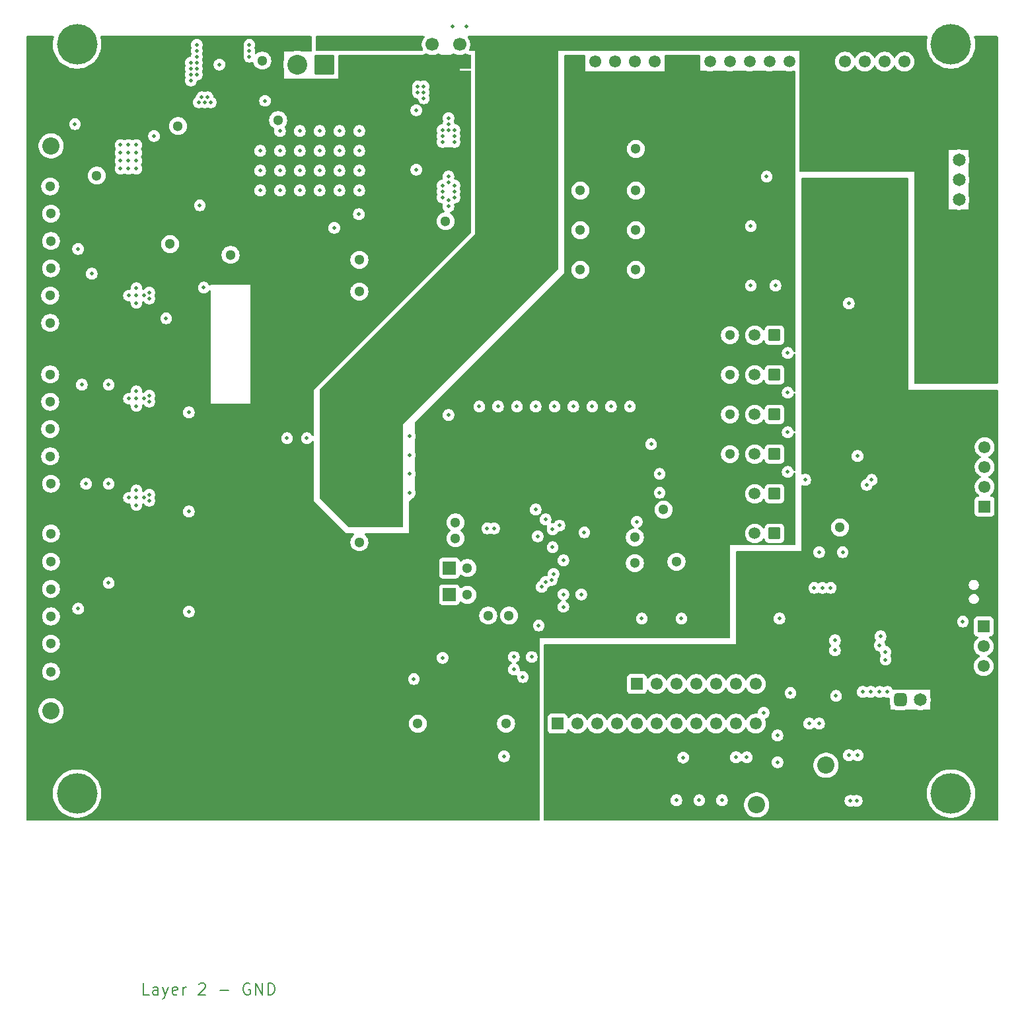
<source format=gbr>
%TF.GenerationSoftware,KiCad,Pcbnew,9.0.4*%
%TF.CreationDate,2025-10-28T13:54:02-05:00*%
%TF.ProjectId,Molecule_BQ76952 - v2,4d6f6c65-6375-46c6-955f-425137363935,rev?*%
%TF.SameCoordinates,Original*%
%TF.FileFunction,Copper,L2,Inr*%
%TF.FilePolarity,Positive*%
%FSLAX46Y46*%
G04 Gerber Fmt 4.6, Leading zero omitted, Abs format (unit mm)*
G04 Created by KiCad (PCBNEW 9.0.4) date 2025-10-28 13:54:02*
%MOMM*%
%LPD*%
G01*
G04 APERTURE LIST*
G04 Aperture macros list*
%AMRoundRect*
0 Rectangle with rounded corners*
0 $1 Rounding radius*
0 $2 $3 $4 $5 $6 $7 $8 $9 X,Y pos of 4 corners*
0 Add a 4 corners polygon primitive as box body*
4,1,4,$2,$3,$4,$5,$6,$7,$8,$9,$2,$3,0*
0 Add four circle primitives for the rounded corners*
1,1,$1+$1,$2,$3*
1,1,$1+$1,$4,$5*
1,1,$1+$1,$6,$7*
1,1,$1+$1,$8,$9*
0 Add four rect primitives between the rounded corners*
20,1,$1+$1,$2,$3,$4,$5,0*
20,1,$1+$1,$4,$5,$6,$7,0*
20,1,$1+$1,$6,$7,$8,$9,0*
20,1,$1+$1,$8,$9,$2,$3,0*%
G04 Aperture macros list end*
%ADD10C,0.203200*%
%TA.AperFunction,NonConductor*%
%ADD11C,0.203200*%
%TD*%
%TA.AperFunction,ComponentPad*%
%ADD12C,1.300000*%
%TD*%
%TA.AperFunction,ComponentPad*%
%ADD13C,5.200000*%
%TD*%
%TA.AperFunction,ComponentPad*%
%ADD14RoundRect,0.051000X0.799000X0.799000X-0.799000X0.799000X-0.799000X-0.799000X0.799000X-0.799000X0*%
%TD*%
%TA.AperFunction,ComponentPad*%
%ADD15C,1.700000*%
%TD*%
%TA.AperFunction,ComponentPad*%
%ADD16R,1.550000X1.550000*%
%TD*%
%TA.AperFunction,ComponentPad*%
%ADD17C,1.550000*%
%TD*%
%TA.AperFunction,ComponentPad*%
%ADD18RoundRect,0.052500X0.697500X0.697500X-0.697500X0.697500X-0.697500X-0.697500X0.697500X-0.697500X0*%
%TD*%
%TA.AperFunction,ComponentPad*%
%ADD19C,1.500000*%
%TD*%
%TA.AperFunction,ComponentPad*%
%ADD20R,1.651000X1.651000*%
%TD*%
%TA.AperFunction,ComponentPad*%
%ADD21C,1.651000*%
%TD*%
%TA.AperFunction,ComponentPad*%
%ADD22C,2.209800*%
%TD*%
%TA.AperFunction,ComponentPad*%
%ADD23RoundRect,0.412500X-0.412500X-0.412500X0.412500X-0.412500X0.412500X0.412500X-0.412500X0.412500X0*%
%TD*%
%TA.AperFunction,ComponentPad*%
%ADD24C,1.650000*%
%TD*%
%TA.AperFunction,ComponentPad*%
%ADD25R,1.500000X1.500000*%
%TD*%
%TA.AperFunction,ComponentPad*%
%ADD26RoundRect,0.050800X1.219200X1.219200X-1.219200X1.219200X-1.219200X-1.219200X1.219200X-1.219200X0*%
%TD*%
%TA.AperFunction,ComponentPad*%
%ADD27C,2.540000*%
%TD*%
%TA.AperFunction,ComponentPad*%
%ADD28R,1.650000X1.650000*%
%TD*%
%TA.AperFunction,ViaPad*%
%ADD29C,0.508000*%
%TD*%
%TA.AperFunction,ViaPad*%
%ADD30C,0.500000*%
%TD*%
G04 APERTURE END LIST*
D10*
D11*
X-44802745Y201998575D02*
X-45528459Y201998575D01*
X-45528459Y201998575D02*
X-45528459Y203522575D01*
X-43641602Y201998575D02*
X-43641602Y202796861D01*
X-43641602Y202796861D02*
X-43714174Y202942004D01*
X-43714174Y202942004D02*
X-43859317Y203014575D01*
X-43859317Y203014575D02*
X-44149602Y203014575D01*
X-44149602Y203014575D02*
X-44294745Y202942004D01*
X-43641602Y202071147D02*
X-43786745Y201998575D01*
X-43786745Y201998575D02*
X-44149602Y201998575D01*
X-44149602Y201998575D02*
X-44294745Y202071147D01*
X-44294745Y202071147D02*
X-44367317Y202216289D01*
X-44367317Y202216289D02*
X-44367317Y202361432D01*
X-44367317Y202361432D02*
X-44294745Y202506575D01*
X-44294745Y202506575D02*
X-44149602Y202579147D01*
X-44149602Y202579147D02*
X-43786745Y202579147D01*
X-43786745Y202579147D02*
X-43641602Y202651718D01*
X-43061031Y203014575D02*
X-42698174Y201998575D01*
X-42335317Y203014575D02*
X-42698174Y201998575D01*
X-42698174Y201998575D02*
X-42843317Y201635718D01*
X-42843317Y201635718D02*
X-42915888Y201563147D01*
X-42915888Y201563147D02*
X-43061031Y201490575D01*
X-41174174Y202071147D02*
X-41319317Y201998575D01*
X-41319317Y201998575D02*
X-41609602Y201998575D01*
X-41609602Y201998575D02*
X-41754745Y202071147D01*
X-41754745Y202071147D02*
X-41827317Y202216289D01*
X-41827317Y202216289D02*
X-41827317Y202796861D01*
X-41827317Y202796861D02*
X-41754745Y202942004D01*
X-41754745Y202942004D02*
X-41609602Y203014575D01*
X-41609602Y203014575D02*
X-41319317Y203014575D01*
X-41319317Y203014575D02*
X-41174174Y202942004D01*
X-41174174Y202942004D02*
X-41101602Y202796861D01*
X-41101602Y202796861D02*
X-41101602Y202651718D01*
X-41101602Y202651718D02*
X-41827317Y202506575D01*
X-40448459Y201998575D02*
X-40448459Y203014575D01*
X-40448459Y202724289D02*
X-40375888Y202869432D01*
X-40375888Y202869432D02*
X-40303316Y202942004D01*
X-40303316Y202942004D02*
X-40158174Y203014575D01*
X-40158174Y203014575D02*
X-40013031Y203014575D01*
X-38416459Y203377432D02*
X-38343887Y203450004D01*
X-38343887Y203450004D02*
X-38198744Y203522575D01*
X-38198744Y203522575D02*
X-37835887Y203522575D01*
X-37835887Y203522575D02*
X-37690744Y203450004D01*
X-37690744Y203450004D02*
X-37618173Y203377432D01*
X-37618173Y203377432D02*
X-37545602Y203232289D01*
X-37545602Y203232289D02*
X-37545602Y203087147D01*
X-37545602Y203087147D02*
X-37618173Y202869432D01*
X-37618173Y202869432D02*
X-38489030Y201998575D01*
X-38489030Y201998575D02*
X-37545602Y201998575D01*
X-35731315Y202579147D02*
X-34570172Y202579147D01*
X-31885030Y203450004D02*
X-32030172Y203522575D01*
X-32030172Y203522575D02*
X-32247887Y203522575D01*
X-32247887Y203522575D02*
X-32465601Y203450004D01*
X-32465601Y203450004D02*
X-32610744Y203304861D01*
X-32610744Y203304861D02*
X-32683315Y203159718D01*
X-32683315Y203159718D02*
X-32755887Y202869432D01*
X-32755887Y202869432D02*
X-32755887Y202651718D01*
X-32755887Y202651718D02*
X-32683315Y202361432D01*
X-32683315Y202361432D02*
X-32610744Y202216289D01*
X-32610744Y202216289D02*
X-32465601Y202071147D01*
X-32465601Y202071147D02*
X-32247887Y201998575D01*
X-32247887Y201998575D02*
X-32102744Y201998575D01*
X-32102744Y201998575D02*
X-31885030Y202071147D01*
X-31885030Y202071147D02*
X-31812458Y202143718D01*
X-31812458Y202143718D02*
X-31812458Y202651718D01*
X-31812458Y202651718D02*
X-32102744Y202651718D01*
X-31159315Y201998575D02*
X-31159315Y203522575D01*
X-31159315Y203522575D02*
X-30288458Y201998575D01*
X-30288458Y201998575D02*
X-30288458Y203522575D01*
X-29562744Y201998575D02*
X-29562744Y203522575D01*
X-29562744Y203522575D02*
X-29199887Y203522575D01*
X-29199887Y203522575D02*
X-28982173Y203450004D01*
X-28982173Y203450004D02*
X-28837030Y203304861D01*
X-28837030Y203304861D02*
X-28764459Y203159718D01*
X-28764459Y203159718D02*
X-28691887Y202869432D01*
X-28691887Y202869432D02*
X-28691887Y202651718D01*
X-28691887Y202651718D02*
X-28764459Y202361432D01*
X-28764459Y202361432D02*
X-28837030Y202216289D01*
X-28837030Y202216289D02*
X-28982173Y202071147D01*
X-28982173Y202071147D02*
X-29199887Y201998575D01*
X-29199887Y201998575D02*
X-29562744Y201998575D01*
D10*
D11*
X-44802745Y201998575D02*
X-45528459Y201998575D01*
X-45528459Y201998575D02*
X-45528459Y203522575D01*
X-43641602Y201998575D02*
X-43641602Y202796861D01*
X-43641602Y202796861D02*
X-43714174Y202942004D01*
X-43714174Y202942004D02*
X-43859317Y203014575D01*
X-43859317Y203014575D02*
X-44149602Y203014575D01*
X-44149602Y203014575D02*
X-44294745Y202942004D01*
X-43641602Y202071147D02*
X-43786745Y201998575D01*
X-43786745Y201998575D02*
X-44149602Y201998575D01*
X-44149602Y201998575D02*
X-44294745Y202071147D01*
X-44294745Y202071147D02*
X-44367317Y202216289D01*
X-44367317Y202216289D02*
X-44367317Y202361432D01*
X-44367317Y202361432D02*
X-44294745Y202506575D01*
X-44294745Y202506575D02*
X-44149602Y202579147D01*
X-44149602Y202579147D02*
X-43786745Y202579147D01*
X-43786745Y202579147D02*
X-43641602Y202651718D01*
X-43061031Y203014575D02*
X-42698174Y201998575D01*
X-42335317Y203014575D02*
X-42698174Y201998575D01*
X-42698174Y201998575D02*
X-42843317Y201635718D01*
X-42843317Y201635718D02*
X-42915888Y201563147D01*
X-42915888Y201563147D02*
X-43061031Y201490575D01*
X-41174174Y202071147D02*
X-41319317Y201998575D01*
X-41319317Y201998575D02*
X-41609602Y201998575D01*
X-41609602Y201998575D02*
X-41754745Y202071147D01*
X-41754745Y202071147D02*
X-41827317Y202216289D01*
X-41827317Y202216289D02*
X-41827317Y202796861D01*
X-41827317Y202796861D02*
X-41754745Y202942004D01*
X-41754745Y202942004D02*
X-41609602Y203014575D01*
X-41609602Y203014575D02*
X-41319317Y203014575D01*
X-41319317Y203014575D02*
X-41174174Y202942004D01*
X-41174174Y202942004D02*
X-41101602Y202796861D01*
X-41101602Y202796861D02*
X-41101602Y202651718D01*
X-41101602Y202651718D02*
X-41827317Y202506575D01*
X-40448459Y201998575D02*
X-40448459Y203014575D01*
X-40448459Y202724289D02*
X-40375888Y202869432D01*
X-40375888Y202869432D02*
X-40303316Y202942004D01*
X-40303316Y202942004D02*
X-40158174Y203014575D01*
X-40158174Y203014575D02*
X-40013031Y203014575D01*
X-38416459Y203377432D02*
X-38343887Y203450004D01*
X-38343887Y203450004D02*
X-38198744Y203522575D01*
X-38198744Y203522575D02*
X-37835887Y203522575D01*
X-37835887Y203522575D02*
X-37690744Y203450004D01*
X-37690744Y203450004D02*
X-37618173Y203377432D01*
X-37618173Y203377432D02*
X-37545602Y203232289D01*
X-37545602Y203232289D02*
X-37545602Y203087147D01*
X-37545602Y203087147D02*
X-37618173Y202869432D01*
X-37618173Y202869432D02*
X-38489030Y201998575D01*
X-38489030Y201998575D02*
X-37545602Y201998575D01*
X-35731315Y202579147D02*
X-34570172Y202579147D01*
X-31885030Y203450004D02*
X-32030172Y203522575D01*
X-32030172Y203522575D02*
X-32247887Y203522575D01*
X-32247887Y203522575D02*
X-32465601Y203450004D01*
X-32465601Y203450004D02*
X-32610744Y203304861D01*
X-32610744Y203304861D02*
X-32683315Y203159718D01*
X-32683315Y203159718D02*
X-32755887Y202869432D01*
X-32755887Y202869432D02*
X-32755887Y202651718D01*
X-32755887Y202651718D02*
X-32683315Y202361432D01*
X-32683315Y202361432D02*
X-32610744Y202216289D01*
X-32610744Y202216289D02*
X-32465601Y202071147D01*
X-32465601Y202071147D02*
X-32247887Y201998575D01*
X-32247887Y201998575D02*
X-32102744Y201998575D01*
X-32102744Y201998575D02*
X-31885030Y202071147D01*
X-31885030Y202071147D02*
X-31812458Y202143718D01*
X-31812458Y202143718D02*
X-31812458Y202651718D01*
X-31812458Y202651718D02*
X-32102744Y202651718D01*
X-31159315Y201998575D02*
X-31159315Y203522575D01*
X-31159315Y203522575D02*
X-30288458Y201998575D01*
X-30288458Y201998575D02*
X-30288458Y203522575D01*
X-29562744Y201998575D02*
X-29562744Y203522575D01*
X-29562744Y203522575D02*
X-29199887Y203522575D01*
X-29199887Y203522575D02*
X-28982173Y203450004D01*
X-28982173Y203450004D02*
X-28837030Y203304861D01*
X-28837030Y203304861D02*
X-28764459Y203159718D01*
X-28764459Y203159718D02*
X-28691887Y202869432D01*
X-28691887Y202869432D02*
X-28691887Y202651718D01*
X-28691887Y202651718D02*
X-28764459Y202361432D01*
X-28764459Y202361432D02*
X-28837030Y202216289D01*
X-28837030Y202216289D02*
X-28982173Y202071147D01*
X-28982173Y202071147D02*
X-29199887Y201998575D01*
X-29199887Y201998575D02*
X-29562744Y201998575D01*
D12*
%TO.N,/FETs/5P*%
%TO.C,MC5*%
X-57369200Y261109080D03*
%TD*%
D13*
%TO.N,unconnected-(MP4-Pad1)*%
%TO.C,MP4*%
X57975000Y227801500D03*
%TD*%
D14*
%TO.N,PGND*%
%TO.C,J9*%
X2010170Y323801500D03*
D15*
X-1489830Y323801500D03*
%TO.N,/FETs/PACK+*%
X-4989830Y323801500D03*
X-8489830Y323801500D03*
%TD*%
D13*
%TO.N,unconnected-(MP2-Pad1)*%
%TO.C,MP2*%
X-54025000Y323801500D03*
%TD*%
D12*
%TO.N,/FETs/16P*%
%TO.C,MC16*%
X-57469200Y305609080D03*
%TD*%
D16*
%TO.N,Net-(U11-P1.0{slash}TA0CLK{slash}ACLK)*%
%TO.C,J24*%
X17715000Y241835500D03*
D17*
%TO.N,Net-(U11-P1.1{slash}TA0.0)*%
X20255000Y241835500D03*
%TO.N,Net-(U11-P1.2{slash}TA0.1)*%
X22795000Y241835500D03*
%TO.N,Net-(U11-P1.3{slash}TA0.2)*%
X25335000Y241835500D03*
%TO.N,Net-(U11-P1.4{slash}TA0.3)*%
X27875000Y241835500D03*
%TO.N,Net-(U11-P1.5{slash}TA0.4)*%
X30415000Y241835500D03*
%TO.N,Net-(U11-P1.6{slash}TA1CLK{slash}CBOUT)*%
X32955000Y241835500D03*
%TD*%
D18*
%TO.N,Net-(J20-Pad1)*%
%TO.C,J20*%
X35368020Y266219520D03*
D19*
%TO.N,/Monitor/ALERT*%
X32828020Y266219520D03*
%TD*%
D20*
%TO.N,Net-(U1-TS3)*%
%TO.C,RT2*%
X-6288000Y253265500D03*
D21*
%TO.N,VSS*%
X-8828000Y253265500D03*
%TD*%
D22*
%TO.N,VSS*%
%TO.C,TP16*%
X22795000Y312701500D03*
%TD*%
D12*
%TO.N,/FETs/7P*%
%TO.C,MC7*%
X-57469200Y271009080D03*
%TD*%
D22*
%TO.N,VSS*%
%TO.C,TP17*%
X-14670000Y236755500D03*
%TD*%
%TO.N,/Monitor/BAT-*%
%TO.C,TP9*%
X-57342000Y238406500D03*
%TD*%
D18*
%TO.N,/Interface/uC_SPI_CS*%
%TO.C,J10*%
X35368020Y286539530D03*
D19*
%TO.N,/Monitor/CFETOFF*%
X32828020Y286539530D03*
%TD*%
D17*
%TO.N,/Interface/SMBD1*%
%TO.C,J25*%
X32955000Y236755500D03*
%TO.N,/Interface/SMBC1*%
X30415000Y236755500D03*
%TO.N,/Interface/SDA2*%
X27875000Y236755500D03*
%TO.N,/Interface/SCL2*%
X25335000Y236755500D03*
%TO.N,/Interface/uC_HDQ*%
X22795000Y236755500D03*
%TO.N,/Interface/P4_2*%
X20255000Y236755500D03*
%TO.N,/Interface/P4_3*%
X17715000Y236755500D03*
%TO.N,/Interface/uC_SPI_MISO_B*%
X15175000Y236755500D03*
%TO.N,/Interface/uC_SPI_MOSI*%
X12635000Y236755500D03*
%TO.N,/Interface/uC_SPI_CLK*%
X10095000Y236755500D03*
D16*
%TO.N,/Interface/uC_SPI_CS*%
X7555000Y236755500D03*
%TD*%
D18*
%TO.N,Net-(J12-Pad1)*%
%TO.C,J12*%
X35368020Y281459520D03*
D19*
%TO.N,/Monitor/HDQ*%
X32828020Y281459520D03*
%TD*%
D22*
%TO.N,/FETs/16P*%
%TO.C,TP1*%
X-57342000Y310796500D03*
%TD*%
D23*
%TO.N,/Interface/PUR*%
%TO.C,J27*%
X51497000Y239803500D03*
D24*
%TO.N,VUSB*%
X54037000Y239803500D03*
%TD*%
D12*
%TO.N,/FETs/12P*%
%TO.C,MC12*%
X-57469200Y291609080D03*
%TD*%
D22*
%TO.N,3.3V*%
%TO.C,TP44*%
X33082000Y226341500D03*
%TD*%
D18*
%TO.N,/Interface/uC_HDQ*%
%TO.C,J21*%
X35368020Y261139530D03*
D19*
%TO.N,/Monitor/ALERT*%
X32828020Y261139530D03*
%TD*%
D16*
%TO.N,unconnected-(J29-Pad1)*%
%TO.C,J29*%
X62165000Y249201500D03*
D17*
%TO.N,/Interface/RST*%
X62165000Y246661500D03*
%TO.N,/Interface/TEST*%
X62165000Y244121500D03*
%TO.N,QGND*%
X62165000Y241581500D03*
%TD*%
D22*
%TO.N,VBUS*%
%TO.C,TP43*%
X41972000Y231421500D03*
%TD*%
D12*
%TO.N,/FETs/2P*%
%TO.C,MC2*%
X-57369200Y250509080D03*
%TD*%
D22*
%TO.N,VSS*%
%TO.C,TP14*%
X-41975000Y247931500D03*
%TD*%
D18*
%TO.N,Net-(J15-Pad1)*%
%TO.C,J15*%
X35368020Y276379530D03*
D19*
%TO.N,/Monitor/SDA*%
X32828020Y276379530D03*
%TD*%
D12*
%TO.N,/FETs/15P*%
%TO.C,MC15*%
X-57369200Y302109080D03*
%TD*%
D16*
%TO.N,VSS*%
%TO.C,J2*%
X9841000Y321591500D03*
D17*
%TO.N,REG2*%
X12381000Y321591500D03*
%TO.N,REG1*%
X14921000Y321591500D03*
%TO.N,Net-(J2-Pad4)*%
X17461000Y321591500D03*
%TO.N,/Monitor/EXTTS2*%
X20001000Y321591500D03*
%TD*%
D12*
%TO.N,/FETs/6P*%
%TO.C,MC6*%
X-57369200Y267509080D03*
%TD*%
D18*
%TO.N,Net-(J18-Pad1)*%
%TO.C,J18*%
X35368020Y271299520D03*
D19*
%TO.N,/Monitor/SCL*%
X32828020Y271299520D03*
%TD*%
D12*
%TO.N,/FETs/14P*%
%TO.C,MC14*%
X-57369200Y298609080D03*
%TD*%
%TO.N,/FETs/8P*%
%TO.C,MC8*%
X-57469200Y274509080D03*
%TD*%
%TO.N,/FETs/3P*%
%TO.C,MC3*%
X-57369200Y254009080D03*
%TD*%
%TO.N,/FETs/10P*%
%TO.C,MC10*%
X-57469200Y281509080D03*
%TD*%
%TO.N,/Monitor/BAT-*%
%TO.C,MC17*%
X-57369200Y243409080D03*
%TD*%
D16*
%TO.N,Net-(U11-P7.4{slash}TB0.2)*%
%TO.C,J28*%
X62292000Y264568500D03*
D17*
%TO.N,Net-(U11-P7.5{slash}TB0.3)*%
X62292000Y267108500D03*
%TO.N,Net-(U11-P7.6{slash}TB0.4)*%
X62292000Y269648500D03*
%TO.N,Net-(U11-P7.7{slash}TB0CLK{slash}MCLK)*%
X62292000Y272188500D03*
%TO.N,QGND*%
X62292000Y274728500D03*
%TD*%
D25*
%TO.N,VSS*%
%TO.C,J5*%
X24573000Y321591500D03*
D19*
%TO.N,/Monitor/DFETOFF*%
X27113000Y321591500D03*
%TO.N,/Monitor/CFETOFF*%
X29653000Y321591500D03*
%TO.N,/Monitor/DCHG*%
X32193000Y321591500D03*
%TO.N,/Monitor/DDSG*%
X34733000Y321591500D03*
%TO.N,/Monitor/RST_SHUT*%
X37273000Y321591500D03*
%TD*%
D26*
%TO.N,/FETs/CPACK+*%
%TO.C,J8*%
X-22315230Y321197840D03*
D27*
X-25820430Y321197840D03*
%TD*%
D20*
%TO.N,Net-(U1-TS1)*%
%TO.C,RT1*%
X-6288000Y256694500D03*
D21*
%TO.N,VSS*%
X-8828000Y256694500D03*
%TD*%
D28*
%TO.N,PGND*%
%TO.C,J17*%
X59004930Y301398410D03*
D24*
%TO.N,/Monitor/SCL*%
X59004930Y303938410D03*
%TO.N,/Monitor/SDA*%
X59004930Y306478410D03*
%TO.N,unconnected-(J17-Pad4)*%
X59004930Y309018410D03*
%TD*%
D12*
%TO.N,/FETs/13P*%
%TO.C,MC13*%
X-57369200Y295109080D03*
%TD*%
%TO.N,/FETs/1P*%
%TO.C,MC1*%
X-57369200Y247009080D03*
%TD*%
%TO.N,/FETs/11P*%
%TO.C,MC11*%
X-57469200Y288109080D03*
%TD*%
%TO.N,/FETs/4P*%
%TO.C,MC4*%
X-57369199Y257509080D03*
%TD*%
%TO.N,/FETs/9P*%
%TO.C,MC9*%
X-57469200Y278009080D03*
%TD*%
D16*
%TO.N,PGND*%
%TO.C,J22*%
X41845000Y321591500D03*
D17*
%TO.N,/Monitor/CFETOFF*%
X44385000Y321591500D03*
%TO.N,/Monitor/SCL*%
X46925000Y321591500D03*
%TO.N,/Monitor/SDA*%
X49465000Y321591500D03*
%TO.N,/Monitor/HDQ*%
X52005000Y321591500D03*
%TD*%
D22*
%TO.N,VSS*%
%TO.C,TP15*%
X-44769000Y303303500D03*
%TD*%
D13*
%TO.N,unconnected-(MP1-Pad1)*%
%TO.C,MP1*%
X-54025000Y227801500D03*
%TD*%
%TO.N,unconnected-(MP3-Pad1)*%
%TO.C,MP3*%
X57975000Y323801500D03*
%TD*%
D12*
%TO.N,Net-(U1-BAT)*%
%TO.C,TP2*%
X21144000Y264187500D03*
%TD*%
%TO.N,Net-(U1-CP1)*%
%TO.C,TP3*%
X17461000Y260631500D03*
%TD*%
%TO.N,/Monitor/BREG*%
%TO.C,TP4*%
X17461000Y257329500D03*
%TD*%
%TO.N,/Monitor/REGIN*%
%TO.C,TP5*%
X22795000Y257488490D03*
%TD*%
%TO.N,REG1*%
%TO.C,TP6*%
X950990Y236755500D03*
%TD*%
%TO.N,Net-(U1-TS1)*%
%TO.C,TP7*%
X-4002000Y256694500D03*
%TD*%
%TO.N,Net-(U1-TS3)*%
%TO.C,TP8*%
X-4002000Y253265500D03*
%TD*%
%TO.N,VSS*%
%TO.C,TP18*%
X22795000Y260631500D03*
%TD*%
%TO.N,/Monitor/BAT-*%
%TO.C,TP19*%
X-17845000Y259996500D03*
%TD*%
%TO.N,/FETs/CPACK+*%
%TO.C,TP20*%
X-30291000Y321718500D03*
%TD*%
%TO.N,/FETs/FBAT*%
%TO.C,TP21*%
X-41086000Y313336500D03*
%TD*%
%TO.N,/FETs/PACK+*%
%TO.C,TP22*%
X-6796000Y301144500D03*
%TD*%
%TO.N,/FETs/CD*%
%TO.C,TP23*%
X-28259000Y314098500D03*
%TD*%
%TO.N,Net-(F1-Heater)*%
%TO.C,TP24*%
X-51500000Y306986500D03*
%TD*%
%TO.N,Net-(D4-K)*%
%TO.C,TP25*%
X-17845000Y292127500D03*
%TD*%
%TO.N,Net-(Q2-G)*%
%TO.C,TP26*%
X-34355000Y296826500D03*
%TD*%
%TO.N,Net-(Q6-G)*%
%TO.C,TP27*%
X-17845000Y296191500D03*
%TD*%
%TO.N,Net-(D5-K)*%
%TO.C,TP28*%
X10476000Y305081500D03*
%TD*%
%TO.N,Net-(D13-K)*%
%TO.C,TP29*%
X-42102000Y298223500D03*
%TD*%
%TO.N,/Monitor/CHG*%
%TO.C,TP30*%
X10476000Y294921500D03*
%TD*%
%TO.N,/Monitor/PCHG*%
%TO.C,TP31*%
X17588000Y300001500D03*
%TD*%
%TO.N,/Monitor/PDSG*%
%TO.C,TP32*%
X17588000Y294921500D03*
%TD*%
%TO.N,/Monitor/PACK*%
%TO.C,TP33*%
X17588000Y310415500D03*
%TD*%
%TO.N,/Monitor/LD*%
%TO.C,TP34*%
X10476000Y300001500D03*
%TD*%
%TO.N,/Monitor/DSG*%
%TO.C,TP35*%
X17588000Y305081500D03*
%TD*%
%TO.N,PGND*%
%TO.C,TP36*%
X-17845000Y263044500D03*
%TD*%
%TO.N,Net-(U1-REG18)*%
%TO.C,TP10*%
X-1335000Y250598500D03*
%TD*%
%TO.N,/Monitor/TS2*%
%TO.C,TP11*%
X-10352000Y236755500D03*
%TD*%
%TO.N,/Monitor/SRP*%
%TO.C,TP12*%
X-5526000Y260504500D03*
%TD*%
%TO.N,/Monitor/SRN*%
%TO.C,TP13*%
X-5526000Y262536500D03*
%TD*%
%TO.N,/Monitor/CFETOFF*%
%TO.C,TP37*%
X29653020Y286539530D03*
%TD*%
%TO.N,/Monitor/HDQ*%
%TO.C,TP38*%
X29653020Y281459520D03*
%TD*%
%TO.N,/Monitor/SDA*%
%TO.C,TP39*%
X29653020Y276379530D03*
%TD*%
%TO.N,/Monitor/SCL*%
%TO.C,TP40*%
X29653020Y271299520D03*
%TD*%
%TO.N,/Monitor/ALERT*%
%TO.C,TP41*%
X1332000Y250598500D03*
%TD*%
%TO.N,Net-(U10-A2)*%
%TO.C,TP42*%
X43750000Y261901500D03*
%TD*%
D29*
%TO.N,PGND*%
X-4136000Y326072500D03*
X-5914000Y326072500D03*
%TO.N,VSS*%
X-37961800Y225477900D03*
X-32881800Y245797900D03*
X-39689000Y294667500D03*
D30*
X-46420000Y253011500D03*
D29*
X-25261800Y230557900D03*
X-2478000Y265457500D03*
%TO.N,QGND*%
X45858200Y281357900D03*
X48398200Y296597900D03*
%TO.N,PGND*%
X53478200Y316917900D03*
%TO.N,QGND*%
X20458200Y230557900D03*
%TO.N,PGND*%
X56018200Y311837900D03*
%TO.N,QGND*%
X43318200Y286437900D03*
X50938200Y291517900D03*
X10298200Y230557900D03*
%TO.N,PGND*%
X61098200Y311837900D03*
%TO.N,QGND*%
X50938200Y281357900D03*
X15378200Y230557900D03*
%TO.N,PGND*%
X48398200Y316917900D03*
%TO.N,QGND*%
X45858200Y301677900D03*
X17918200Y225477900D03*
X45858200Y291517900D03*
%TO.N,PGND*%
X45858200Y311837900D03*
%TO.N,VSS*%
X-37961800Y245797900D03*
%TO.N,QGND*%
X48398200Y286437900D03*
%TO.N,PGND*%
X61098200Y281357900D03*
X61098200Y291517900D03*
%TO.N,VSS*%
X-39689000Y293905500D03*
D30*
X-47370000Y253011500D03*
D29*
X-17641800Y225477900D03*
X-954000Y254408500D03*
%TO.N,PGND*%
X56018200Y291517900D03*
X62475000Y321801500D03*
%TO.N,VSS*%
X-1589010Y229986500D03*
%TO.N,PGND*%
X56018200Y301677900D03*
X58558200Y316917900D03*
%TO.N,QGND*%
X12838200Y225477900D03*
X7758200Y225477900D03*
%TO.N,PGND*%
X40778200Y311837900D03*
X43318200Y316917900D03*
X54475000Y321301500D03*
%TO.N,QGND*%
X50938200Y301677900D03*
%TO.N,VSS*%
X22998200Y306757900D03*
X-50025000Y225477900D03*
D30*
X-46420000Y253961500D03*
D29*
X-44515000Y306097500D03*
X2678200Y225477900D03*
X10603000Y251725580D03*
X11365000Y256186500D03*
X-7177000Y243597580D03*
X-45581800Y301677900D03*
X-31307000Y275617500D03*
X-44769000Y253392500D03*
X-38038000Y295048500D03*
X22998200Y266117900D03*
X-17641800Y235637900D03*
X-4941800Y240717900D03*
X-44515000Y308129500D03*
X-15101800Y230557900D03*
X-43041800Y245797900D03*
X-4941800Y250877900D03*
X-60009000Y241327500D03*
X15429000Y316765500D03*
X20458200Y311837900D03*
X-58281800Y296597900D03*
X-7481800Y235637900D03*
X12127000Y255424500D03*
X2983000Y262663500D03*
X4253100Y243702660D03*
X11365000Y255424500D03*
X10298200Y291517900D03*
X-20181800Y230557900D03*
X-48121800Y225477900D03*
X-50661800Y301677900D03*
X-25261800Y250877900D03*
X-44515000Y305335500D03*
X-27801800Y225477900D03*
X-44769000Y252630500D03*
X-44515000Y309399500D03*
X1586000Y229986500D03*
X13905000Y262282500D03*
X-38038000Y296572500D03*
X-7481800Y225477900D03*
X-43753000Y306859500D03*
X15378200Y291517900D03*
X-31307000Y276379500D03*
X-43753000Y308129500D03*
D30*
X-45470000Y253011500D03*
D29*
X-32881800Y276277900D03*
X-48121800Y245797900D03*
X13905000Y260758500D03*
X-39689000Y293143500D03*
X-49661800Y230557900D03*
X-38038000Y295810500D03*
X-32881800Y225477900D03*
%TO.N,/Interface/P4_2*%
X47179000Y267362500D03*
%TO.N,Net-(Q9-G)*%
X-10535000Y315368500D03*
%TO.N,/Monitor/SRN*%
X-1462000Y261774500D03*
%TO.N,/Interface/DM*%
X49592000Y245951500D03*
%TO.N,Net-(Q6-G)*%
X-17911000Y302033500D03*
X-21058000Y300293500D03*
%TO.N,/Interface/DM*%
X44893000Y232691500D03*
%TO.N,/Monitor/DDSG*%
X6031000Y254916500D03*
%TO.N,/Interface/P4_2*%
X33971000Y238152500D03*
%TO.N,/FETs/5P*%
X-2478000Y277395500D03*
%TO.N,Net-(Q7-G)*%
X-10535000Y307748500D03*
%TO.N,Net-(U11-P7.5{slash}TB0.3)*%
X47686000Y240819500D03*
%TO.N,Net-(U11-P7.7{slash}TB0CLK{slash}MCLK)*%
X49846000Y240819500D03*
%TO.N,/Monitor/DCHG*%
X5523000Y254281500D03*
%TO.N,Net-(U11-P7.4{slash}TB0.2)*%
X46670000Y240819500D03*
%TO.N,Net-(J26-D-)*%
X45096200Y226869300D03*
%TO.N,/Interface/uC_SPI_MISO_B*%
X37400000Y240692500D03*
%TO.N,/Monitor/DFETOFF*%
X5142000Y249328500D03*
X3110000Y242724500D03*
%TO.N,Net-(U11-P7.6{slash}TB0.4)*%
X48830000Y240819500D03*
%TO.N,/Monitor/CHG*%
X4761000Y264187500D03*
%TO.N,/Interface/SMBD1*%
X39813000Y236755500D03*
%TO.N,/Interface/SMBC1*%
X43115000Y247423500D03*
%TO.N,/Interface/DP*%
X49592000Y244951500D03*
X46036000Y232691500D03*
%TO.N,Net-(Q2-G)*%
X-29923000Y316577500D03*
%TO.N,Net-(J26-D+)*%
X45883600Y226869300D03*
%TO.N,/Interface/uC_SPI_MISO_B*%
X47814000Y267997500D03*
%TO.N,/FETs/9P*%
X7174000Y277395500D03*
%TO.N,/FETs/1P*%
X-11368000Y268759500D03*
%TO.N,/Monitor/PCHG*%
X6031000Y262917500D03*
%TO.N,/FETs/6P*%
X-65000Y277395500D03*
%TO.N,/FETs/7P*%
X2348000Y277395500D03*
%TO.N,/FETs/10P*%
X9587010Y277395510D03*
%TO.N,/FETs/2P*%
X-11368000Y271172500D03*
%TO.N,/FETs/3P*%
X-11368000Y273585500D03*
D30*
%TO.N,Net-(F1-Heater)*%
X-46420000Y309907500D03*
D29*
%TO.N,Net-(J6-Pad1)*%
X1967100Y245302660D03*
%TO.N,/Interface/LED3*%
X40448000Y254154500D03*
D30*
%TO.N,Net-(F1-Heater)*%
X-47436000Y310923500D03*
D29*
%TO.N,/Interface/LED2*%
X41508000Y254154500D03*
%TO.N,/Interface/LED1*%
X22795010Y226938510D03*
D30*
%TO.N,Net-(F1-Heater)*%
X-46420000Y310923500D03*
D29*
%TO.N,/FETs/11P*%
X12000010Y277395510D03*
%TO.N,/Monitor/BREG*%
X-27116000Y273331500D03*
%TO.N,/FETs/15P*%
X20636020Y268759510D03*
D30*
%TO.N,Net-(F1-Heater)*%
X-48452000Y308891500D03*
X-48452000Y310923500D03*
X-48452000Y309907500D03*
X-48452000Y307875500D03*
X-47436000Y307875500D03*
X-46420000Y308891500D03*
D29*
%TO.N,/Interface/LED3*%
X28637000Y226938500D03*
%TO.N,Net-(J7-Pad3)*%
X-7176760Y245197580D03*
%TO.N,/FETs/14P*%
X19546020Y272569510D03*
%TO.N,Net-(J6-Pad3)*%
X4253350Y245302660D03*
%TO.N,/FETs/13P*%
X16826010Y277395510D03*
%TO.N,Net-(J11-Pad1)*%
X8317000Y253325580D03*
%TO.N,/Monitor/EXTTS2*%
X-10859770Y242470670D03*
%TO.N,/Interface/LED2*%
X25716000Y226938500D03*
%TO.N,Net-(J11-Pad3)*%
X10603240Y253325580D03*
D30*
%TO.N,Net-(F1-Heater)*%
X-47436000Y309907500D03*
X-47436000Y308891500D03*
X-46420000Y307875500D03*
D29*
%TO.N,/Monitor/DSG*%
X7809000Y262151500D03*
%TO.N,/Monitor/LD*%
X6920000Y261647500D03*
%TO.N,VSS*%
X-55488021Y232301500D03*
X-5272000Y265203500D03*
X-20181800Y261037900D03*
X14159000Y298858500D03*
X-27801800Y245797900D03*
X-60009000Y240311500D03*
X-12561800Y235637900D03*
X-43753000Y306097500D03*
X12838200Y255957900D03*
X-738000Y258091500D03*
X-43753000Y305335500D03*
X-43041800Y225477900D03*
D30*
X-46420000Y252061500D03*
D29*
X13905000Y261520500D03*
X21906000Y304319500D03*
X-2401800Y235637900D03*
X-43753000Y309399500D03*
X13905000Y263044500D03*
X12127000Y256186500D03*
X-22721800Y225477900D03*
X-20181800Y291517900D03*
X-44515000Y306859500D03*
X-59025000Y227801500D03*
X-31307000Y274855500D03*
X-2401800Y245797900D03*
%TO.N,/Monitor/PACK*%
X10984000Y261266500D03*
%TO.N,REG2*%
X7047000Y255932500D03*
%TO.N,REG1*%
X37057020Y284253500D03*
X1967100Y243702660D03*
%TO.N,/Monitor/SDA*%
X35495000Y292889500D03*
%TO.N,/Monitor/FUSE*%
X6920000Y259361500D03*
%TO.N,/Monitor/REGIN*%
X-24576000Y273331500D03*
%TO.N,REG1*%
X37057020Y274093500D03*
X8301080Y251725580D03*
X37057020Y269013500D03*
X37057020Y279173510D03*
%TO.N,/Monitor/FUSE*%
X-37784000Y292635500D03*
%TO.N,/Monitor/RST_SHUT*%
X6793000Y255170500D03*
X697000Y232564500D03*
%TO.N,/Monitor/REGIN*%
X8317000Y257676500D03*
%TO.N,/Monitor/SRP*%
X-573000Y261774500D03*
D30*
%TO.N,/FETs/4P*%
X-46420000Y265711510D03*
D29*
%TO.N,Net-(D13-K)*%
X-42610000Y288698500D03*
%TO.N,Net-(D1-K)*%
X17715000Y262625500D03*
%TO.N,Net-(U5-V2)*%
X-53875000Y251487500D03*
%TO.N,/FETs/4P*%
X-6415000Y276305500D03*
D30*
X-46420000Y266661510D03*
D29*
%TO.N,Net-(D4-K)*%
X-35765500Y321224000D03*
%TO.N,Net-(U11-V18)*%
X48957000Y247931500D03*
D30*
%TO.N,/FETs/4P*%
X-47370000Y265711510D03*
D29*
X-39689000Y251106500D03*
%TO.N,/FETs/16P*%
X20636020Y266346510D03*
%TO.N,/FETs/PACK+*%
X-6415000Y314352500D03*
%TO.N,Net-(D4-K)*%
X-38292000Y303176500D03*
D30*
%TO.N,/FETs/8P*%
X-46420000Y277461500D03*
D29*
%TO.N,Net-(U4-V2)*%
X-52859000Y267489500D03*
%TO.N,/FETs/8P*%
X4761000Y277395500D03*
X-44769000Y278030500D03*
%TO.N,/FETs/PACK+*%
X-9590000Y316892500D03*
D30*
%TO.N,/FETs/8P*%
X-46420000Y279361500D03*
D29*
%TO.N,/FETs/PACK+*%
X-10352000Y318416500D03*
%TO.N,/Interface/LED1*%
X42568000Y254154500D03*
D30*
%TO.N,/FETs/4P*%
X-45470000Y265711510D03*
D29*
X-44769000Y266092510D03*
%TO.N,Net-(U5-V2)*%
X-49976000Y254789500D03*
%TO.N,Net-(U4-V2)*%
X-49976000Y267489510D03*
D30*
%TO.N,/FETs/4P*%
X-46420000Y264761500D03*
D29*
X-44769000Y265330510D03*
%TO.N,Net-(D13-K)*%
X-44146700Y312066500D03*
%TO.N,Net-(U3-V2)*%
X-49976000Y280189500D03*
X-53405000Y280189500D03*
%TO.N,/FETs/8P*%
X-39689000Y263933500D03*
X-44769000Y278792500D03*
D30*
X-45470000Y278411500D03*
X-47370000Y278411500D03*
X-46420000Y278411500D03*
D29*
%TO.N,/FETs/PACK+*%
X-5653000Y304192500D03*
X-6415000Y306097500D03*
X-7177000Y305716500D03*
X-6415000Y303049500D03*
X-7177000Y304192500D03*
X-9590000Y318416500D03*
X-6415000Y313590500D03*
%TO.N,Net-(U2-V2)*%
X-52135000Y294413500D03*
%TO.N,/FETs/PACK+*%
X-5653000Y311304500D03*
%TO.N,/FETs/12P*%
X14413010Y277395510D03*
D30*
X-46420000Y291619500D03*
X-46420000Y292569500D03*
D29*
X-44769000Y292000500D03*
%TO.N,Net-(U2-V2)*%
X-53875000Y297588500D03*
%TO.N,/FETs/PACK+*%
X-5653000Y304954500D03*
X-6415000Y312828500D03*
X-6415000Y306859500D03*
X-5653000Y312066500D03*
X-7177000Y312066500D03*
X-10352000Y317654500D03*
X-7177000Y304954500D03*
X-5653000Y305716500D03*
X-9590000Y317654500D03*
D30*
%TO.N,/FETs/12P*%
X-45470000Y291619500D03*
D29*
%TO.N,/FETs/PACK+*%
X-7177000Y312828500D03*
X-7177000Y311304500D03*
X-6415000Y303811500D03*
%TO.N,/FETs/12P*%
X-44769000Y291238500D03*
%TO.N,/FETs/PACK+*%
X-5653000Y312828500D03*
%TO.N,/FETs/FBAT*%
X-37657000Y316384500D03*
%TO.N,/FETs/CPACK+*%
X-31942000Y323750500D03*
%TO.N,/FETs/12P*%
X-39689000Y276633500D03*
D30*
X-47370000Y291619500D03*
D29*
%TO.N,/FETs/FBAT*%
X-38673000Y322988500D03*
%TO.N,/Interface/SCL2*%
X43115000Y246153500D03*
D30*
%TO.N,/FETs/12P*%
X-46420000Y290669500D03*
D29*
%TO.N,Net-(U2-VDD)*%
X-54294000Y313590500D03*
%TO.N,/FETs/CPACK+*%
X-31942000Y322988500D03*
%TO.N,/FETs/FBAT*%
X-38673000Y321464500D03*
%TO.N,/FETs/CPACK+*%
X-31942000Y322226500D03*
%TO.N,/FETs/FBAT*%
X-39435000Y319178500D03*
X-39435000Y320702500D03*
X-38419000Y316384500D03*
X-38673000Y323750500D03*
X-38673000Y319940500D03*
X-38038000Y317019500D03*
X-39435000Y319940500D03*
X-39435000Y321464500D03*
X-38673000Y322226500D03*
%TO.N,3.3V*%
X31812000Y232437500D03*
%TO.N,/FETs/FBAT*%
X-38673000Y320702500D03*
%TO.N,3.3V*%
X44096000Y258726500D03*
%TO.N,/FETs/FBAT*%
X-36895000Y316384500D03*
X-37276000Y317019500D03*
%TO.N,3.3V*%
X23665000Y232418500D03*
X43242000Y240311500D03*
X41083000Y258726500D03*
X30415000Y232437500D03*
X59498000Y249836500D03*
X45994800Y271045500D03*
%TO.N,/Monitor/BAT-*%
X-11368000Y266346500D03*
%TO.N,/Interface/uC_SPI_CLK*%
X32320000Y300509500D03*
%TO.N,/Interface/uC_SPI_MISO_A*%
X39305000Y267997500D03*
X32320000Y292889500D03*
%TO.N,/Interface/SCL2*%
X34352000Y306859500D03*
%TO.N,/Interface/SDA2*%
X41083000Y236755500D03*
X44893000Y290603500D03*
%TO.N,/Interface/uC_SPI_MOSI*%
X18350000Y250217620D03*
%TO.N,/Interface/uC_HDQ*%
X23430120Y250217500D03*
X36003000Y250217500D03*
%TO.N,PGND*%
X43496000Y324131500D03*
X62292000Y305716500D03*
X-1081000Y318162500D03*
X50735000Y319940500D03*
X57339000Y281840500D03*
X-2401800Y306757900D03*
X-16829000Y324258500D03*
X-21401000Y324258500D03*
X43115000Y319940500D03*
X62292000Y307240500D03*
X-12561800Y266117900D03*
X2221000Y303430500D03*
X2983000Y304192500D03*
X62292000Y303176500D03*
X2983000Y304954500D03*
X1459000Y303430500D03*
X-1081000Y318924500D03*
X138200Y321997900D03*
X5218200Y311837900D03*
X-17591000Y324258500D03*
X51116000Y324131500D03*
X52894000Y324131500D03*
X45274000Y324131500D03*
X-1081000Y317400500D03*
X5218200Y301677900D03*
X62292000Y304700500D03*
X2678200Y316917900D03*
X62292000Y306478500D03*
X56577000Y281840500D03*
X138200Y301677900D03*
X62292000Y303938500D03*
X-16067000Y324258500D03*
X55815000Y281840500D03*
%TO.N,QGND*%
X55942000Y248312500D03*
X60641000Y245391500D03*
%TO.N,PGND*%
X-1843000Y317400500D03*
X1459000Y304954500D03*
%TO.N,QGND*%
X50983000Y243613500D03*
X59752000Y241327500D03*
X35622000Y229008500D03*
%TO.N,PGND*%
X-1843000Y318924500D03*
X57212000Y302668500D03*
X2983000Y303430500D03*
%TO.N,QGND*%
X60133000Y242851500D03*
%TO.N,PGND*%
X2221000Y304954500D03*
%TO.N,QGND*%
X34987000Y231167500D03*
%TO.N,PGND*%
X5218200Y321997900D03*
%TO.N,QGND*%
X38162000Y235231500D03*
X37400000Y235231500D03*
%TO.N,PGND*%
X57212000Y307748500D03*
%TO.N,QGND*%
X47194800Y271045500D03*
X41880000Y257710500D03*
X39813000Y258345500D03*
X55815000Y278030500D03*
X40956000Y267047900D03*
X56577000Y278030500D03*
%TO.N,PGND*%
X-23179000Y324258500D03*
%TO.N,QGND*%
X62038000Y253646500D03*
X46290000Y229389500D03*
X43242000Y239203500D03*
X59752000Y242089500D03*
X57339000Y278030500D03*
X49338000Y248947500D03*
%TO.N,/FETs/CD*%
X-20385000Y305081500D03*
X-30545000Y305081500D03*
X-30545000Y310161500D03*
X-22925000Y305081500D03*
X-25465000Y305081500D03*
X-25465000Y307621500D03*
%TO.N,QGND*%
X43334000Y271045500D03*
X50608000Y230532500D03*
%TO.N,/FETs/CD*%
X-28005000Y305081500D03*
X-20385000Y312701500D03*
X-28005000Y307621500D03*
X-17845000Y312701500D03*
%TO.N,QGND*%
X47941000Y248947500D03*
%TO.N,/FETs/CD*%
X-20385000Y310161500D03*
%TO.N,QGND*%
X55942000Y249074500D03*
%TO.N,/FETs/CD*%
X-17845000Y305081500D03*
X-28005000Y310161500D03*
X-20385000Y307621500D03*
%TO.N,QGND*%
X60005920Y248820420D03*
X43115000Y244375500D03*
X35622000Y230024500D03*
X54383000Y244629500D03*
%TO.N,/FETs/CD*%
X-17845000Y310161500D03*
X-30545000Y307621500D03*
X-25465000Y310161500D03*
%TO.N,QGND*%
X38924000Y235231500D03*
%TO.N,/FETs/CD*%
X-22925000Y307621500D03*
X-22925000Y312701500D03*
X-25465000Y312701500D03*
X-28005000Y312701500D03*
X-17845000Y307621500D03*
X-22925000Y310161500D03*
%TO.N,VBUS*%
X48830000Y246788500D03*
X35749000Y235231500D03*
%TO.N,/Monitor/PDSG*%
X5015000Y260758500D03*
%TO.N,VBUS*%
X35749000Y231802500D03*
%TD*%
%TA.AperFunction,Conductor*%
%TO.N,PGND*%
G36*
X54964551Y324873815D02*
G01*
X55010306Y324821011D01*
X55020250Y324751853D01*
X55014553Y324728545D01*
X54990985Y324661192D01*
X54990982Y324661184D01*
X54913491Y324321670D01*
X54913489Y324321658D01*
X54874500Y323975624D01*
X54874500Y323627375D01*
X54913489Y323281341D01*
X54913491Y323281329D01*
X54990982Y322941815D01*
X54990985Y322941807D01*
X55105999Y322613117D01*
X55257092Y322299369D01*
X55442371Y322004500D01*
X55442372Y322004498D01*
X55659487Y321732243D01*
X55905743Y321485987D01*
X56177998Y321268872D01*
X56178000Y321268871D01*
X56472869Y321083592D01*
X56786617Y320932499D01*
X57115307Y320817485D01*
X57115315Y320817482D01*
X57454829Y320739991D01*
X57454841Y320739989D01*
X57800875Y320701000D01*
X57800880Y320701000D01*
X58149124Y320701000D01*
X58495158Y320739989D01*
X58495167Y320739990D01*
X58495171Y320739991D01*
X58585325Y320760568D01*
X58834684Y320817482D01*
X58834692Y320817485D01*
X59163382Y320932499D01*
X59477130Y321083592D01*
X59771999Y321268871D01*
X59772001Y321268872D01*
X60044256Y321485987D01*
X60290512Y321732243D01*
X60507627Y322004498D01*
X60507628Y322004500D01*
X60555773Y322081122D01*
X60692906Y322299367D01*
X60844002Y322613121D01*
X60959018Y322941819D01*
X61036509Y323281329D01*
X61075500Y323627380D01*
X61075500Y323975620D01*
X61036509Y324321671D01*
X60959018Y324661181D01*
X60951981Y324681292D01*
X60935447Y324728545D01*
X60931885Y324798324D01*
X60966613Y324858951D01*
X61028607Y324891179D01*
X61052488Y324893500D01*
X63875500Y324893500D01*
X63942539Y324873815D01*
X63988294Y324821011D01*
X63999500Y324769500D01*
X63999500Y280440500D01*
X63979815Y280373461D01*
X63927011Y280327706D01*
X63875500Y280316500D01*
X53399000Y280316500D01*
X53331961Y280336185D01*
X53286206Y280388989D01*
X53275000Y280440500D01*
X53275000Y307494500D01*
X38667000Y307494500D01*
X38599961Y307514185D01*
X38554206Y307566989D01*
X38543000Y307618500D01*
X38543000Y309122729D01*
X57679430Y309122729D01*
X57679430Y309117415D01*
X57679430Y308914085D01*
X57712068Y308708020D01*
X57712069Y308708013D01*
X57713931Y308702285D01*
X57720000Y308663968D01*
X57720000Y306832849D01*
X57713930Y306794529D01*
X57712068Y306788799D01*
X57712067Y306788795D01*
X57679430Y306582734D01*
X57679430Y306374085D01*
X57712068Y306168020D01*
X57712069Y306168013D01*
X57713931Y306162285D01*
X57720000Y306123968D01*
X57720000Y304292849D01*
X57713930Y304254529D01*
X57712068Y304248799D01*
X57712067Y304248795D01*
X57679430Y304042734D01*
X57679430Y303834085D01*
X57712068Y303628020D01*
X57712069Y303628013D01*
X57713931Y303622285D01*
X57720000Y303583968D01*
X57720000Y302668500D01*
X58604262Y302668500D01*
X58642579Y302662431D01*
X58648623Y302660467D01*
X58694540Y302645547D01*
X58900606Y302612910D01*
X58900611Y302612910D01*
X59109254Y302612910D01*
X59315319Y302645547D01*
X59359564Y302659924D01*
X59367280Y302662431D01*
X59405598Y302668500D01*
X60260000Y302668500D01*
X60260000Y303492069D01*
X60266069Y303530388D01*
X60297792Y303628020D01*
X60330430Y303834085D01*
X60330430Y304042734D01*
X60312297Y304157212D01*
X60297792Y304248799D01*
X60266068Y304346432D01*
X60260000Y304384749D01*
X60260000Y306032069D01*
X60266069Y306070388D01*
X60297792Y306168020D01*
X60330430Y306374085D01*
X60330430Y306582734D01*
X60312297Y306697212D01*
X60297792Y306788799D01*
X60266068Y306886432D01*
X60260000Y306924749D01*
X60260000Y308572069D01*
X60266069Y308610388D01*
X60297792Y308708020D01*
X60330430Y308914085D01*
X60330430Y309122734D01*
X60312297Y309237212D01*
X60297792Y309328799D01*
X60266068Y309426432D01*
X60260000Y309464749D01*
X60260000Y310288500D01*
X59405044Y310288500D01*
X59366726Y310294568D01*
X59315319Y310311272D01*
X59109254Y310343910D01*
X59109249Y310343910D01*
X58900611Y310343910D01*
X58900606Y310343910D01*
X58694540Y310311272D01*
X58661184Y310300433D01*
X58643133Y310294568D01*
X58604816Y310288500D01*
X57720000Y310288500D01*
X57720000Y309372849D01*
X57718574Y309363850D01*
X57718337Y309352611D01*
X57716814Y309343406D01*
X57712068Y309328799D01*
X57679430Y309122729D01*
X38543000Y309122729D01*
X38543000Y321691883D01*
X43109500Y321691883D01*
X43109500Y321491116D01*
X43140907Y321292819D01*
X43202949Y321101873D01*
X43294095Y320922991D01*
X43361423Y320830322D01*
X43412103Y320760568D01*
X43412105Y320760566D01*
X43412105Y320760565D01*
X43554065Y320618605D01*
X43716491Y320500595D01*
X43895373Y320409449D01*
X44086319Y320347407D01*
X44126772Y320341000D01*
X44284616Y320316000D01*
X44284617Y320316000D01*
X44485383Y320316000D01*
X44485384Y320316000D01*
X44683680Y320347407D01*
X44761536Y320372704D01*
X44874626Y320409449D01*
X45053508Y320500595D01*
X45082936Y320521976D01*
X45215932Y320618603D01*
X45357897Y320760568D01*
X45475905Y320922992D01*
X45544515Y321057646D01*
X45592490Y321108442D01*
X45660311Y321125237D01*
X45726446Y321102699D01*
X45765485Y321057646D01*
X45834095Y320922991D01*
X45901423Y320830322D01*
X45952103Y320760568D01*
X45952105Y320760566D01*
X45952105Y320760565D01*
X46094065Y320618605D01*
X46256491Y320500595D01*
X46435373Y320409449D01*
X46626319Y320347407D01*
X46666772Y320341000D01*
X46824616Y320316000D01*
X46824617Y320316000D01*
X47025383Y320316000D01*
X47025384Y320316000D01*
X47223680Y320347407D01*
X47301536Y320372704D01*
X47414626Y320409449D01*
X47593508Y320500595D01*
X47622936Y320521976D01*
X47755932Y320618603D01*
X47897897Y320760568D01*
X48015905Y320922992D01*
X48084515Y321057646D01*
X48132490Y321108442D01*
X48200311Y321125237D01*
X48266446Y321102699D01*
X48305485Y321057646D01*
X48374095Y320922991D01*
X48441423Y320830322D01*
X48492103Y320760568D01*
X48492105Y320760566D01*
X48492105Y320760565D01*
X48634065Y320618605D01*
X48796491Y320500595D01*
X48975373Y320409449D01*
X49166319Y320347407D01*
X49206772Y320341000D01*
X49364616Y320316000D01*
X49364617Y320316000D01*
X49565383Y320316000D01*
X49565384Y320316000D01*
X49763680Y320347407D01*
X49841536Y320372704D01*
X49954626Y320409449D01*
X50133508Y320500595D01*
X50162936Y320521976D01*
X50295932Y320618603D01*
X50437897Y320760568D01*
X50555905Y320922992D01*
X50624515Y321057646D01*
X50672490Y321108442D01*
X50740311Y321125237D01*
X50806446Y321102699D01*
X50845485Y321057646D01*
X50914095Y320922991D01*
X50981423Y320830322D01*
X51032103Y320760568D01*
X51032105Y320760566D01*
X51032105Y320760565D01*
X51174065Y320618605D01*
X51336491Y320500595D01*
X51515373Y320409449D01*
X51706319Y320347407D01*
X51746772Y320341000D01*
X51904616Y320316000D01*
X51904617Y320316000D01*
X52105383Y320316000D01*
X52105384Y320316000D01*
X52303680Y320347407D01*
X52381536Y320372704D01*
X52494626Y320409449D01*
X52673508Y320500595D01*
X52702936Y320521976D01*
X52835932Y320618603D01*
X52977897Y320760568D01*
X53095905Y320922992D01*
X53177736Y321083594D01*
X53187050Y321101873D01*
X53187052Y321101878D01*
X53249093Y321292820D01*
X53280500Y321491116D01*
X53280500Y321691884D01*
X53249093Y321890180D01*
X53187052Y322081122D01*
X53095905Y322260008D01*
X52977897Y322422432D01*
X52835932Y322564397D01*
X52673508Y322682405D01*
X52494622Y322773552D01*
X52303680Y322835593D01*
X52105384Y322867000D01*
X51904616Y322867000D01*
X51706320Y322835593D01*
X51515378Y322773552D01*
X51515375Y322773550D01*
X51515373Y322773550D01*
X51469908Y322750384D01*
X51336492Y322682405D01*
X51174068Y322564397D01*
X51032103Y322422432D01*
X50942691Y322299367D01*
X50914095Y322260008D01*
X50845485Y322125353D01*
X50797510Y322074557D01*
X50729689Y322057762D01*
X50663555Y322080299D01*
X50624515Y322125353D01*
X50555905Y322260008D01*
X50437897Y322422432D01*
X50295932Y322564397D01*
X50133508Y322682405D01*
X49954622Y322773552D01*
X49763680Y322835593D01*
X49565384Y322867000D01*
X49364616Y322867000D01*
X49166320Y322835593D01*
X48975378Y322773552D01*
X48975375Y322773550D01*
X48975373Y322773550D01*
X48929908Y322750384D01*
X48796492Y322682405D01*
X48634068Y322564397D01*
X48492103Y322422432D01*
X48402691Y322299367D01*
X48374095Y322260008D01*
X48305485Y322125353D01*
X48257510Y322074557D01*
X48189689Y322057762D01*
X48123555Y322080299D01*
X48084515Y322125353D01*
X48015905Y322260008D01*
X47897897Y322422432D01*
X47755932Y322564397D01*
X47593508Y322682405D01*
X47414622Y322773552D01*
X47223680Y322835593D01*
X47025384Y322867000D01*
X46824616Y322867000D01*
X46626320Y322835593D01*
X46435378Y322773552D01*
X46435375Y322773550D01*
X46435373Y322773550D01*
X46389908Y322750384D01*
X46256492Y322682405D01*
X46094068Y322564397D01*
X45952103Y322422432D01*
X45862691Y322299367D01*
X45834095Y322260008D01*
X45765485Y322125353D01*
X45717510Y322074557D01*
X45649689Y322057762D01*
X45583555Y322080299D01*
X45544515Y322125353D01*
X45475905Y322260008D01*
X45357897Y322422432D01*
X45215932Y322564397D01*
X45053508Y322682405D01*
X44874622Y322773552D01*
X44683680Y322835593D01*
X44485384Y322867000D01*
X44284616Y322867000D01*
X44086320Y322835593D01*
X43895378Y322773552D01*
X43895375Y322773550D01*
X43895373Y322773550D01*
X43849908Y322750384D01*
X43716492Y322682405D01*
X43554068Y322564397D01*
X43412103Y322422432D01*
X43322691Y322299367D01*
X43294095Y322260008D01*
X43202949Y322081126D01*
X43140907Y321890180D01*
X43109500Y321691883D01*
X38543000Y321691883D01*
X38543000Y322988500D01*
X7682000Y322988500D01*
X7682000Y295099862D01*
X7662315Y295032823D01*
X7645681Y295012181D01*
X-12257000Y275109500D01*
X-12257000Y262025509D01*
X-12276685Y261958470D01*
X-12329489Y261912715D01*
X-12380998Y261901509D01*
X-14035000Y261901500D01*
X-19063638Y261901500D01*
X-19130677Y261921185D01*
X-19151319Y261937819D01*
X-22888681Y265675181D01*
X-22922166Y265736504D01*
X-22925000Y265762862D01*
X-22925000Y279503138D01*
X-22905315Y279570177D01*
X-22888681Y279590819D01*
X-2986000Y299493500D01*
X-2986000Y322988500D01*
X-3686023Y322988500D01*
X-3753062Y323008185D01*
X-3798817Y323060989D01*
X-3808761Y323130147D01*
X-3796508Y323168795D01*
X-3786596Y323188250D01*
X-3738273Y323283088D01*
X-3672584Y323485257D01*
X-3639330Y323695213D01*
X-3639330Y323907787D01*
X-3672584Y324117743D01*
X-3738273Y324319912D01*
X-3834779Y324509316D01*
X-3850744Y324531289D01*
X-3959721Y324681286D01*
X-3959725Y324681290D01*
X-3959726Y324681292D01*
X-3960253Y324681819D01*
X-3960390Y324682069D01*
X-3962883Y324684988D01*
X-3962270Y324685512D01*
X-3993738Y324743142D01*
X-3988754Y324812834D01*
X-3946882Y324868767D01*
X-3881418Y324893184D01*
X-3872572Y324893500D01*
X54897512Y324893500D01*
X54964551Y324873815D01*
G37*
%TD.AperFunction*%
%TA.AperFunction,Conductor*%
G36*
X-9540049Y324873815D02*
G01*
X-9494294Y324821011D01*
X-9484350Y324751853D01*
X-9513375Y324688297D01*
X-9519407Y324681819D01*
X-9519940Y324681286D01*
X-9644879Y324509320D01*
X-9741386Y324319914D01*
X-9807077Y324117739D01*
X-9840330Y323907786D01*
X-9840330Y323695213D01*
X-9807077Y323485260D01*
X-9741386Y323283085D01*
X-9683152Y323168795D01*
X-9670256Y323100126D01*
X-9696532Y323035385D01*
X-9753639Y322995128D01*
X-9793637Y322988500D01*
X-23309000Y322988500D01*
X-23376039Y323008185D01*
X-23421794Y323060989D01*
X-23433000Y323112500D01*
X-23433000Y324769500D01*
X-23413315Y324836539D01*
X-23360511Y324882294D01*
X-23309000Y324893500D01*
X-9607088Y324893500D01*
X-9540049Y324873815D01*
G37*
%TD.AperFunction*%
%TD*%
%TA.AperFunction,Conductor*%
%TO.N,QGND*%
G36*
X52456039Y306712815D02*
G01*
X52501794Y306660011D01*
X52513000Y306608500D01*
X52513000Y279554500D01*
X63875500Y279554500D01*
X63942539Y279534815D01*
X63988294Y279482011D01*
X63999500Y279430500D01*
X63999500Y224433500D01*
X63979815Y224366461D01*
X63927011Y224320706D01*
X63875500Y224309500D01*
X5901000Y224309500D01*
X5833961Y224329185D01*
X5788206Y224381989D01*
X5777000Y224433500D01*
X5777000Y227012826D01*
X22040510Y227012826D01*
X22040510Y226864193D01*
X22069503Y226718437D01*
X22069505Y226718429D01*
X22126381Y226581118D01*
X22208949Y226457545D01*
X22208955Y226457538D01*
X22314038Y226352455D01*
X22314045Y226352449D01*
X22437618Y226269881D01*
X22574929Y226213005D01*
X22574937Y226213003D01*
X22720693Y226184010D01*
X22720698Y226184010D01*
X22869326Y226184010D01*
X23015082Y226213003D01*
X23015090Y226213005D01*
X23152401Y226269881D01*
X23275974Y226352449D01*
X23275981Y226352455D01*
X23381064Y226457538D01*
X23381070Y226457545D01*
X23463638Y226581118D01*
X23463639Y226581120D01*
X23520515Y226718430D01*
X23549510Y226864198D01*
X23549510Y227012816D01*
X24961500Y227012816D01*
X24961500Y226864183D01*
X24990493Y226718427D01*
X24990495Y226718419D01*
X25047371Y226581108D01*
X25129939Y226457535D01*
X25129945Y226457528D01*
X25235028Y226352445D01*
X25235035Y226352439D01*
X25358608Y226269871D01*
X25495919Y226212995D01*
X25495927Y226212993D01*
X25641683Y226184000D01*
X25641688Y226184000D01*
X25790316Y226184000D01*
X25936072Y226212993D01*
X25936080Y226212995D01*
X26073391Y226269871D01*
X26196964Y226352439D01*
X26196971Y226352445D01*
X26302054Y226457528D01*
X26302060Y226457535D01*
X26384628Y226581108D01*
X26397888Y226613121D01*
X26441505Y226718420D01*
X26470500Y226864188D01*
X26470500Y227012812D01*
X26470499Y227012816D01*
X27882500Y227012816D01*
X27882500Y226864183D01*
X27911493Y226718427D01*
X27911495Y226718419D01*
X27968371Y226581108D01*
X28050939Y226457535D01*
X28050945Y226457528D01*
X28156028Y226352445D01*
X28156035Y226352439D01*
X28279608Y226269871D01*
X28416919Y226212995D01*
X28416927Y226212993D01*
X28562683Y226184000D01*
X28562688Y226184000D01*
X28711316Y226184000D01*
X28857072Y226212993D01*
X28857080Y226212995D01*
X28994391Y226269871D01*
X29117964Y226352439D01*
X29117971Y226352445D01*
X29223057Y226457531D01*
X29229954Y226467853D01*
X31476600Y226467853D01*
X31476600Y226215146D01*
X31516129Y225965571D01*
X31594219Y225725237D01*
X31708939Y225500086D01*
X31719178Y225485994D01*
X31857470Y225295652D01*
X31857472Y225295650D01*
X31857472Y225295649D01*
X32036149Y225116972D01*
X32240586Y224968439D01*
X32465737Y224853719D01*
X32706071Y224775629D01*
X32955647Y224736100D01*
X32955652Y224736100D01*
X33208353Y224736100D01*
X33457928Y224775629D01*
X33457930Y224775629D01*
X33457932Y224775630D01*
X33698260Y224853718D01*
X33923413Y224968439D01*
X34127848Y225116970D01*
X34306530Y225295652D01*
X34455061Y225500087D01*
X34569782Y225725240D01*
X34647870Y225965568D01*
X34676098Y226143793D01*
X34687400Y226215146D01*
X34687400Y226467853D01*
X34658674Y226649219D01*
X34647870Y226717432D01*
X34574378Y226943616D01*
X44341700Y226943616D01*
X44341700Y226794983D01*
X44370693Y226649227D01*
X44370695Y226649219D01*
X44427571Y226511908D01*
X44510139Y226388335D01*
X44510145Y226388328D01*
X44615228Y226283245D01*
X44615235Y226283239D01*
X44738808Y226200671D01*
X44876119Y226143795D01*
X44876127Y226143793D01*
X45021883Y226114800D01*
X45021888Y226114800D01*
X45170516Y226114800D01*
X45316272Y226143793D01*
X45316280Y226143795D01*
X45442447Y226196055D01*
X45511917Y226203524D01*
X45537353Y226196055D01*
X45663519Y226143795D01*
X45663527Y226143793D01*
X45809283Y226114800D01*
X45809288Y226114800D01*
X45957916Y226114800D01*
X46103672Y226143793D01*
X46103680Y226143795D01*
X46240991Y226200671D01*
X46364564Y226283239D01*
X46364571Y226283245D01*
X46469654Y226388328D01*
X46469660Y226388335D01*
X46552228Y226511908D01*
X46552229Y226511910D01*
X46609105Y226649220D01*
X46638100Y226794988D01*
X46638100Y226943612D01*
X46609105Y227089380D01*
X46552229Y227226690D01*
X46469659Y227350266D01*
X46364566Y227455359D01*
X46240990Y227537929D01*
X46103680Y227594805D01*
X45957914Y227623799D01*
X45957913Y227623800D01*
X45957912Y227623800D01*
X45809288Y227623800D01*
X45809287Y227623800D01*
X45809283Y227623799D01*
X45663520Y227594805D01*
X45537351Y227542543D01*
X45467884Y227535075D01*
X45442452Y227542542D01*
X45316280Y227594805D01*
X45170514Y227623799D01*
X45170513Y227623800D01*
X45170512Y227623800D01*
X45021888Y227623800D01*
X45021887Y227623800D01*
X45021883Y227623799D01*
X44876120Y227594805D01*
X44749952Y227542544D01*
X44738808Y227537928D01*
X44615235Y227455360D01*
X44615228Y227455354D01*
X44510145Y227350271D01*
X44510139Y227350264D01*
X44427571Y227226691D01*
X44370695Y227089380D01*
X44370693Y227089372D01*
X44341700Y226943616D01*
X34574378Y226943616D01*
X34569782Y226957760D01*
X34455061Y227182913D01*
X34306530Y227387348D01*
X34127848Y227566030D01*
X33923413Y227714561D01*
X33698260Y227829282D01*
X33457932Y227907370D01*
X33347005Y227924938D01*
X33208353Y227946900D01*
X33208348Y227946900D01*
X32955652Y227946900D01*
X32955647Y227946900D01*
X32799662Y227922193D01*
X32706068Y227907370D01*
X32465740Y227829282D01*
X32240587Y227714561D01*
X32036152Y227566030D01*
X31857470Y227387348D01*
X31708939Y227182913D01*
X31594218Y226957760D01*
X31516451Y226718420D01*
X31516129Y226717428D01*
X31476600Y226467853D01*
X29229954Y226467853D01*
X29279237Y226541611D01*
X29283211Y226547559D01*
X29305629Y226581110D01*
X29362505Y226718420D01*
X29391500Y226864188D01*
X29391500Y227012812D01*
X29362505Y227158580D01*
X29305629Y227295890D01*
X29223059Y227419466D01*
X29117966Y227524559D01*
X28994390Y227607129D01*
X28857080Y227664005D01*
X28711314Y227692999D01*
X28711313Y227693000D01*
X28711312Y227693000D01*
X28562688Y227693000D01*
X28562687Y227693000D01*
X28562683Y227692999D01*
X28416920Y227664005D01*
X28279632Y227607138D01*
X28279608Y227607128D01*
X28156035Y227524560D01*
X28156028Y227524554D01*
X28050945Y227419471D01*
X28050939Y227419464D01*
X27968371Y227295891D01*
X27911495Y227158580D01*
X27911493Y227158572D01*
X27882500Y227012816D01*
X26470499Y227012816D01*
X26441505Y227158580D01*
X26384629Y227295890D01*
X26302059Y227419466D01*
X26196966Y227524559D01*
X26073390Y227607129D01*
X25936080Y227664005D01*
X25790314Y227692999D01*
X25790313Y227693000D01*
X25790312Y227693000D01*
X25641688Y227693000D01*
X25641687Y227693000D01*
X25641683Y227692999D01*
X25495920Y227664005D01*
X25358632Y227607138D01*
X25358608Y227607128D01*
X25235035Y227524560D01*
X25235028Y227524554D01*
X25129945Y227419471D01*
X25129939Y227419464D01*
X25047371Y227295891D01*
X24990495Y227158580D01*
X24990493Y227158572D01*
X24961500Y227012816D01*
X23549510Y227012816D01*
X23549510Y227012822D01*
X23520515Y227158590D01*
X23463639Y227295900D01*
X23381069Y227419476D01*
X23275976Y227524569D01*
X23152400Y227607139D01*
X23015090Y227664015D01*
X22869324Y227693009D01*
X22869323Y227693010D01*
X22869322Y227693010D01*
X22720698Y227693010D01*
X22720697Y227693010D01*
X22720693Y227693009D01*
X22574930Y227664015D01*
X22477841Y227623799D01*
X22437618Y227607138D01*
X22314045Y227524570D01*
X22314038Y227524564D01*
X22208955Y227419481D01*
X22208949Y227419474D01*
X22126381Y227295901D01*
X22069505Y227158590D01*
X22069503Y227158582D01*
X22040510Y227012826D01*
X5777000Y227012826D01*
X5777000Y227975624D01*
X54874500Y227975624D01*
X54874500Y227627375D01*
X54913489Y227281341D01*
X54913491Y227281329D01*
X54990982Y226941815D01*
X54990985Y226941807D01*
X55105999Y226613117D01*
X55257092Y226299369D01*
X55442371Y226004500D01*
X55442372Y226004498D01*
X55659487Y225732243D01*
X55905743Y225485987D01*
X56177998Y225268872D01*
X56178000Y225268871D01*
X56472869Y225083592D01*
X56786617Y224932499D01*
X57115307Y224817485D01*
X57115315Y224817482D01*
X57454829Y224739991D01*
X57454841Y224739989D01*
X57800875Y224701000D01*
X57800880Y224701000D01*
X58149124Y224701000D01*
X58495158Y224739989D01*
X58495167Y224739990D01*
X58495171Y224739991D01*
X58580048Y224759363D01*
X58834684Y224817482D01*
X58834692Y224817485D01*
X59163382Y224932499D01*
X59477130Y225083592D01*
X59771999Y225268871D01*
X59772001Y225268872D01*
X60044256Y225485987D01*
X60290512Y225732243D01*
X60507627Y226004498D01*
X60507628Y226004500D01*
X60620422Y226184010D01*
X60692906Y226299367D01*
X60844002Y226613121D01*
X60959018Y226941819D01*
X61036509Y227281329D01*
X61075500Y227627380D01*
X61075500Y227975620D01*
X61036509Y228321671D01*
X60959018Y228661181D01*
X60844002Y228989879D01*
X60692906Y229303633D01*
X60507630Y229598497D01*
X60302575Y229855629D01*
X60290512Y229870756D01*
X60290509Y229870758D01*
X60290506Y229870763D01*
X60044263Y230117006D01*
X60044258Y230117009D01*
X60044256Y230117012D01*
X59772001Y230334127D01*
X59772000Y230334127D01*
X59771997Y230334130D01*
X59477133Y230519406D01*
X59163379Y230670502D01*
X58834681Y230785518D01*
X58495171Y230863009D01*
X58149122Y230901999D01*
X58149122Y230902000D01*
X58149120Y230902000D01*
X57800880Y230902000D01*
X57800878Y230902000D01*
X57800876Y230901999D01*
X57454829Y230863009D01*
X57115319Y230785518D01*
X57115315Y230785517D01*
X57115307Y230785514D01*
X57033488Y230756884D01*
X56786621Y230670502D01*
X56472867Y230519406D01*
X56244080Y230375649D01*
X56178000Y230334128D01*
X56177998Y230334127D01*
X55905743Y230117012D01*
X55659487Y229870756D01*
X55442372Y229598501D01*
X55442371Y229598499D01*
X55257092Y229303630D01*
X55105999Y228989882D01*
X54990985Y228661192D01*
X54990982Y228661184D01*
X54913491Y228321670D01*
X54913489Y228321658D01*
X54874500Y227975624D01*
X5777000Y227975624D01*
X5777000Y232492816D01*
X22910500Y232492816D01*
X22910500Y232344183D01*
X22939493Y232198427D01*
X22939495Y232198419D01*
X22996371Y232061108D01*
X23078939Y231937535D01*
X23078945Y231937528D01*
X23184028Y231832445D01*
X23184035Y231832439D01*
X23307608Y231749871D01*
X23444919Y231692995D01*
X23444927Y231692993D01*
X23590683Y231664000D01*
X23590688Y231664000D01*
X23739316Y231664000D01*
X23885072Y231692993D01*
X23885080Y231692995D01*
X24022391Y231749871D01*
X24145964Y231832439D01*
X24145971Y231832445D01*
X24251054Y231937528D01*
X24251060Y231937535D01*
X24333628Y232061108D01*
X24341499Y232080110D01*
X24390505Y232198420D01*
X24419500Y232344188D01*
X24419500Y232492812D01*
X24415720Y232511813D01*
X24415719Y232511816D01*
X29660500Y232511816D01*
X29660500Y232363183D01*
X29689493Y232217427D01*
X29689495Y232217419D01*
X29746371Y232080108D01*
X29828939Y231956535D01*
X29828945Y231956528D01*
X29934028Y231851445D01*
X29934035Y231851439D01*
X30057608Y231768871D01*
X30194919Y231711995D01*
X30194927Y231711993D01*
X30340683Y231683000D01*
X30340688Y231683000D01*
X30489316Y231683000D01*
X30635072Y231711993D01*
X30635080Y231711995D01*
X30772391Y231768871D01*
X30895964Y231851439D01*
X30895971Y231851445D01*
X31001054Y231956528D01*
X31001057Y231956532D01*
X31001059Y231956534D01*
X31010398Y231970511D01*
X31064011Y232015316D01*
X31133336Y232024023D01*
X31196363Y231993868D01*
X31216602Y231970511D01*
X31225942Y231956532D01*
X31225945Y231956528D01*
X31331028Y231851445D01*
X31331035Y231851439D01*
X31454608Y231768871D01*
X31591919Y231711995D01*
X31591927Y231711993D01*
X31737683Y231683000D01*
X31737688Y231683000D01*
X31886316Y231683000D01*
X32032072Y231711993D01*
X32032080Y231711995D01*
X32169391Y231768871D01*
X32292964Y231851439D01*
X32292971Y231851445D01*
X32318342Y231876816D01*
X34994500Y231876816D01*
X34994500Y231728183D01*
X35023493Y231582427D01*
X35023495Y231582419D01*
X35080371Y231445108D01*
X35162939Y231321535D01*
X35162945Y231321528D01*
X35268028Y231216445D01*
X35268035Y231216439D01*
X35391608Y231133871D01*
X35528919Y231076995D01*
X35528927Y231076993D01*
X35674683Y231048000D01*
X35674688Y231048000D01*
X35823316Y231048000D01*
X35969072Y231076993D01*
X35969080Y231076995D01*
X36106391Y231133871D01*
X36229964Y231216439D01*
X36229971Y231216445D01*
X36335054Y231321528D01*
X36335060Y231321535D01*
X36417628Y231445108D01*
X36417629Y231445110D01*
X36460187Y231547853D01*
X40366600Y231547853D01*
X40366600Y231295146D01*
X40406129Y231045571D01*
X40484219Y230805237D01*
X40598939Y230580086D01*
X40643026Y230519406D01*
X40747470Y230375652D01*
X40747472Y230375650D01*
X40747472Y230375649D01*
X40926149Y230196972D01*
X41130586Y230048439D01*
X41355737Y229933719D01*
X41596071Y229855629D01*
X41845647Y229816100D01*
X41845652Y229816100D01*
X42098353Y229816100D01*
X42347928Y229855629D01*
X42347930Y229855629D01*
X42347932Y229855630D01*
X42588260Y229933718D01*
X42813413Y230048439D01*
X43017848Y230196970D01*
X43196530Y230375652D01*
X43345061Y230580087D01*
X43459782Y230805240D01*
X43537870Y231045568D01*
X43551856Y231133871D01*
X43577400Y231295146D01*
X43577400Y231547853D01*
X43545403Y231749871D01*
X43537870Y231797432D01*
X43459782Y232037760D01*
X43345061Y232262913D01*
X43196530Y232467348D01*
X43017848Y232646030D01*
X42852977Y232765816D01*
X44138500Y232765816D01*
X44138500Y232617183D01*
X44167493Y232471427D01*
X44167495Y232471419D01*
X44224371Y232334108D01*
X44306939Y232210535D01*
X44306945Y232210528D01*
X44412028Y232105445D01*
X44412035Y232105439D01*
X44535608Y232022871D01*
X44672919Y231965995D01*
X44672927Y231965993D01*
X44818683Y231937000D01*
X44818688Y231937000D01*
X44967316Y231937000D01*
X45113072Y231965993D01*
X45113080Y231965995D01*
X45250391Y232022871D01*
X45373964Y232105439D01*
X45373971Y232105445D01*
X45376819Y232108293D01*
X45438142Y232141778D01*
X45507834Y232136794D01*
X45552181Y232108293D01*
X45555028Y232105445D01*
X45555035Y232105439D01*
X45678608Y232022871D01*
X45815919Y231965995D01*
X45815927Y231965993D01*
X45961683Y231937000D01*
X45961688Y231937000D01*
X46110316Y231937000D01*
X46256072Y231965993D01*
X46256080Y231965995D01*
X46393391Y232022871D01*
X46516964Y232105439D01*
X46516971Y232105445D01*
X46622054Y232210528D01*
X46622060Y232210535D01*
X46704628Y232334108D01*
X46708803Y232344188D01*
X46761505Y232471420D01*
X46790500Y232617188D01*
X46790500Y232765812D01*
X46761505Y232911580D01*
X46704629Y233048890D01*
X46622059Y233172466D01*
X46516966Y233277559D01*
X46393390Y233360129D01*
X46256080Y233417005D01*
X46110314Y233445999D01*
X46110313Y233446000D01*
X46110312Y233446000D01*
X45961688Y233446000D01*
X45961687Y233446000D01*
X45961683Y233445999D01*
X45815920Y233417005D01*
X45678610Y233360129D01*
X45678608Y233360128D01*
X45555035Y233277560D01*
X45555031Y233277557D01*
X45552187Y233274712D01*
X45550325Y233273695D01*
X45550319Y233273690D01*
X45550317Y233273691D01*
X45490867Y233241223D01*
X45421175Y233246202D01*
X45376813Y233274712D01*
X45373968Y233277557D01*
X45373966Y233277559D01*
X45250390Y233360129D01*
X45113080Y233417005D01*
X44967314Y233445999D01*
X44967313Y233446000D01*
X44967312Y233446000D01*
X44818688Y233446000D01*
X44818687Y233446000D01*
X44818683Y233445999D01*
X44672920Y233417005D01*
X44535610Y233360129D01*
X44535608Y233360128D01*
X44412035Y233277560D01*
X44412028Y233277554D01*
X44306945Y233172471D01*
X44306939Y233172464D01*
X44224371Y233048891D01*
X44167495Y232911580D01*
X44167493Y232911572D01*
X44138500Y232765816D01*
X42852977Y232765816D01*
X42813413Y232794561D01*
X42588260Y232909282D01*
X42347932Y232987370D01*
X42237005Y233004938D01*
X42098353Y233026900D01*
X42098348Y233026900D01*
X41845652Y233026900D01*
X41845647Y233026900D01*
X41704564Y233004554D01*
X41596068Y232987370D01*
X41355740Y232909282D01*
X41130587Y232794561D01*
X40926152Y232646030D01*
X40747470Y232467348D01*
X40598939Y232262913D01*
X40484218Y232037760D01*
X40417505Y231832439D01*
X40406129Y231797428D01*
X40366600Y231547853D01*
X36460187Y231547853D01*
X36474505Y231582420D01*
X36503500Y231728188D01*
X36503500Y231876812D01*
X36474505Y232022580D01*
X36417629Y232159890D01*
X36335059Y232283466D01*
X36229966Y232388559D01*
X36106390Y232471129D01*
X35969080Y232528005D01*
X35823314Y232556999D01*
X35823313Y232557000D01*
X35823312Y232557000D01*
X35674688Y232557000D01*
X35674687Y232557000D01*
X35674683Y232556999D01*
X35528920Y232528005D01*
X35391610Y232471129D01*
X35391608Y232471128D01*
X35268035Y232388560D01*
X35268028Y232388554D01*
X35162945Y232283471D01*
X35162939Y232283464D01*
X35080371Y232159891D01*
X35023495Y232022580D01*
X35023493Y232022572D01*
X34994500Y231876816D01*
X32318342Y231876816D01*
X32398056Y231956530D01*
X32398060Y231956535D01*
X32480629Y232080110D01*
X32537505Y232217420D01*
X32566500Y232363188D01*
X32566500Y232511812D01*
X32537505Y232657580D01*
X32480629Y232794890D01*
X32398059Y232918466D01*
X32292966Y233023559D01*
X32169390Y233106129D01*
X32032080Y233163005D01*
X31886314Y233191999D01*
X31886313Y233192000D01*
X31886312Y233192000D01*
X31737688Y233192000D01*
X31737687Y233192000D01*
X31737683Y233191999D01*
X31591920Y233163005D01*
X31454610Y233106129D01*
X31454608Y233106128D01*
X31331035Y233023560D01*
X31331028Y233023554D01*
X31225945Y232918471D01*
X31225941Y232918466D01*
X31216603Y232904490D01*
X31162992Y232859684D01*
X31093667Y232850975D01*
X31030639Y232881129D01*
X31010397Y232904490D01*
X31001059Y232918466D01*
X30895966Y233023559D01*
X30772390Y233106129D01*
X30635080Y233163005D01*
X30489314Y233191999D01*
X30489313Y233192000D01*
X30489312Y233192000D01*
X30340688Y233192000D01*
X30340687Y233192000D01*
X30340683Y233191999D01*
X30194920Y233163005D01*
X30057610Y233106129D01*
X30057608Y233106128D01*
X29934035Y233023560D01*
X29934028Y233023554D01*
X29828945Y232918471D01*
X29828939Y232918464D01*
X29746371Y232794891D01*
X29689495Y232657580D01*
X29689493Y232657572D01*
X29660500Y232511816D01*
X24415719Y232511816D01*
X24394760Y232617188D01*
X24390505Y232638580D01*
X24333629Y232775890D01*
X24251059Y232899466D01*
X24145966Y233004559D01*
X24022390Y233087129D01*
X23885080Y233144005D01*
X23739314Y233172999D01*
X23739313Y233173000D01*
X23739312Y233173000D01*
X23590688Y233173000D01*
X23590687Y233173000D01*
X23590683Y233172999D01*
X23444920Y233144005D01*
X23307610Y233087129D01*
X23307608Y233087128D01*
X23184035Y233004560D01*
X23184028Y233004554D01*
X23078945Y232899471D01*
X23078939Y232899464D01*
X22996371Y232775891D01*
X22939495Y232638580D01*
X22939493Y232638572D01*
X22910500Y232492816D01*
X5777000Y232492816D01*
X5777000Y235305816D01*
X34994500Y235305816D01*
X34994500Y235157183D01*
X35023493Y235011427D01*
X35023495Y235011419D01*
X35080371Y234874108D01*
X35162939Y234750535D01*
X35162945Y234750528D01*
X35268028Y234645445D01*
X35268035Y234645439D01*
X35391608Y234562871D01*
X35528919Y234505995D01*
X35528927Y234505993D01*
X35674683Y234477000D01*
X35674688Y234477000D01*
X35823316Y234477000D01*
X35969072Y234505993D01*
X35969080Y234505995D01*
X36106391Y234562871D01*
X36229964Y234645439D01*
X36229971Y234645445D01*
X36335054Y234750528D01*
X36335060Y234750535D01*
X36417628Y234874108D01*
X36417629Y234874110D01*
X36474505Y235011420D01*
X36503500Y235157188D01*
X36503500Y235305812D01*
X36474505Y235451580D01*
X36417629Y235588890D01*
X36335059Y235712466D01*
X36229966Y235817559D01*
X36106390Y235900129D01*
X35969080Y235957005D01*
X35823314Y235985999D01*
X35823313Y235986000D01*
X35823312Y235986000D01*
X35674688Y235986000D01*
X35674687Y235986000D01*
X35674683Y235985999D01*
X35528920Y235957005D01*
X35391610Y235900129D01*
X35391608Y235900128D01*
X35268035Y235817560D01*
X35268028Y235817554D01*
X35162945Y235712471D01*
X35162939Y235712464D01*
X35080371Y235588891D01*
X35023495Y235451580D01*
X35023493Y235451572D01*
X34994500Y235305816D01*
X5777000Y235305816D01*
X5777000Y237578364D01*
X6279500Y237578364D01*
X6279500Y235932629D01*
X6279501Y235932623D01*
X6285908Y235873016D01*
X6336202Y235738171D01*
X6336206Y235738164D01*
X6422452Y235622955D01*
X6422455Y235622952D01*
X6537664Y235536706D01*
X6537671Y235536702D01*
X6672517Y235486408D01*
X6672516Y235486408D01*
X6732116Y235480001D01*
X6732119Y235480000D01*
X6732127Y235480000D01*
X6732134Y235480000D01*
X6732135Y235480000D01*
X8377870Y235480000D01*
X8377876Y235480001D01*
X8437483Y235486408D01*
X8572328Y235536702D01*
X8572335Y235536706D01*
X8687544Y235622952D01*
X8687547Y235622955D01*
X8773793Y235738164D01*
X8773797Y235738171D01*
X8790561Y235783118D01*
X8824091Y235873017D01*
X8830500Y235932627D01*
X8830499Y235944287D01*
X8850179Y236011325D01*
X8902980Y236057083D01*
X8972138Y236067031D01*
X9035695Y236038010D01*
X9054816Y236017178D01*
X9122098Y235924574D01*
X9122105Y235924565D01*
X9264065Y235782605D01*
X9426491Y235664595D01*
X9605373Y235573449D01*
X9796319Y235511407D01*
X9895468Y235495703D01*
X9994616Y235480000D01*
X9994617Y235480000D01*
X10195383Y235480000D01*
X10195384Y235480000D01*
X10393680Y235511407D01*
X10471542Y235536706D01*
X10584626Y235573449D01*
X10763508Y235664595D01*
X10925932Y235782603D01*
X11067897Y235924568D01*
X11185905Y236086992D01*
X11254515Y236221646D01*
X11302490Y236272442D01*
X11370311Y236289237D01*
X11436446Y236266699D01*
X11475485Y236221646D01*
X11544095Y236086991D01*
X11585507Y236029993D01*
X11662103Y235924568D01*
X11662105Y235924566D01*
X11662105Y235924565D01*
X11804065Y235782605D01*
X11966491Y235664595D01*
X12145373Y235573449D01*
X12336319Y235511407D01*
X12435468Y235495703D01*
X12534616Y235480000D01*
X12534617Y235480000D01*
X12735383Y235480000D01*
X12735384Y235480000D01*
X12933680Y235511407D01*
X13011542Y235536706D01*
X13124626Y235573449D01*
X13303508Y235664595D01*
X13465932Y235782603D01*
X13607897Y235924568D01*
X13725905Y236086992D01*
X13794515Y236221646D01*
X13842490Y236272442D01*
X13910311Y236289237D01*
X13976446Y236266699D01*
X14015485Y236221646D01*
X14084095Y236086991D01*
X14125507Y236029993D01*
X14202103Y235924568D01*
X14202105Y235924566D01*
X14202105Y235924565D01*
X14344065Y235782605D01*
X14506491Y235664595D01*
X14685373Y235573449D01*
X14876319Y235511407D01*
X14975468Y235495703D01*
X15074616Y235480000D01*
X15074617Y235480000D01*
X15275383Y235480000D01*
X15275384Y235480000D01*
X15473680Y235511407D01*
X15551542Y235536706D01*
X15664626Y235573449D01*
X15843508Y235664595D01*
X16005932Y235782603D01*
X16147897Y235924568D01*
X16265905Y236086992D01*
X16334515Y236221646D01*
X16382490Y236272442D01*
X16450311Y236289237D01*
X16516446Y236266699D01*
X16555485Y236221646D01*
X16624095Y236086991D01*
X16665507Y236029993D01*
X16742103Y235924568D01*
X16742105Y235924566D01*
X16742105Y235924565D01*
X16884065Y235782605D01*
X17046491Y235664595D01*
X17225373Y235573449D01*
X17416319Y235511407D01*
X17515468Y235495703D01*
X17614616Y235480000D01*
X17614617Y235480000D01*
X17815383Y235480000D01*
X17815384Y235480000D01*
X18013680Y235511407D01*
X18091542Y235536706D01*
X18204626Y235573449D01*
X18383508Y235664595D01*
X18545932Y235782603D01*
X18687897Y235924568D01*
X18805905Y236086992D01*
X18874515Y236221646D01*
X18922490Y236272442D01*
X18990311Y236289237D01*
X19056446Y236266699D01*
X19095485Y236221646D01*
X19164095Y236086991D01*
X19205507Y236029993D01*
X19282103Y235924568D01*
X19282105Y235924566D01*
X19282105Y235924565D01*
X19424065Y235782605D01*
X19586491Y235664595D01*
X19765373Y235573449D01*
X19956319Y235511407D01*
X20055468Y235495703D01*
X20154616Y235480000D01*
X20154617Y235480000D01*
X20355383Y235480000D01*
X20355384Y235480000D01*
X20553680Y235511407D01*
X20631542Y235536706D01*
X20744626Y235573449D01*
X20923508Y235664595D01*
X21085932Y235782603D01*
X21227897Y235924568D01*
X21345905Y236086992D01*
X21414515Y236221646D01*
X21462490Y236272442D01*
X21530311Y236289237D01*
X21596446Y236266699D01*
X21635485Y236221646D01*
X21704095Y236086991D01*
X21745507Y236029993D01*
X21822103Y235924568D01*
X21822105Y235924566D01*
X21822105Y235924565D01*
X21964065Y235782605D01*
X22126491Y235664595D01*
X22305373Y235573449D01*
X22496319Y235511407D01*
X22595468Y235495703D01*
X22694616Y235480000D01*
X22694617Y235480000D01*
X22895383Y235480000D01*
X22895384Y235480000D01*
X23093680Y235511407D01*
X23171542Y235536706D01*
X23284626Y235573449D01*
X23463508Y235664595D01*
X23625932Y235782603D01*
X23767897Y235924568D01*
X23885905Y236086992D01*
X23954515Y236221646D01*
X24002490Y236272442D01*
X24070311Y236289237D01*
X24136446Y236266699D01*
X24175485Y236221646D01*
X24244095Y236086991D01*
X24285507Y236029993D01*
X24362103Y235924568D01*
X24362105Y235924566D01*
X24362105Y235924565D01*
X24504065Y235782605D01*
X24666491Y235664595D01*
X24845373Y235573449D01*
X25036319Y235511407D01*
X25135468Y235495703D01*
X25234616Y235480000D01*
X25234617Y235480000D01*
X25435383Y235480000D01*
X25435384Y235480000D01*
X25633680Y235511407D01*
X25711542Y235536706D01*
X25824626Y235573449D01*
X26003508Y235664595D01*
X26165932Y235782603D01*
X26307897Y235924568D01*
X26425905Y236086992D01*
X26494515Y236221646D01*
X26542490Y236272442D01*
X26610311Y236289237D01*
X26676446Y236266699D01*
X26715485Y236221646D01*
X26784095Y236086991D01*
X26825507Y236029993D01*
X26902103Y235924568D01*
X26902105Y235924566D01*
X26902105Y235924565D01*
X27044065Y235782605D01*
X27206491Y235664595D01*
X27385373Y235573449D01*
X27576319Y235511407D01*
X27675468Y235495703D01*
X27774616Y235480000D01*
X27774617Y235480000D01*
X27975383Y235480000D01*
X27975384Y235480000D01*
X28173680Y235511407D01*
X28251542Y235536706D01*
X28364626Y235573449D01*
X28543508Y235664595D01*
X28705932Y235782603D01*
X28847897Y235924568D01*
X28965905Y236086992D01*
X29034515Y236221646D01*
X29082490Y236272442D01*
X29150311Y236289237D01*
X29216446Y236266699D01*
X29255485Y236221646D01*
X29324095Y236086991D01*
X29365507Y236029993D01*
X29442103Y235924568D01*
X29442105Y235924566D01*
X29442105Y235924565D01*
X29584065Y235782605D01*
X29746491Y235664595D01*
X29925373Y235573449D01*
X30116319Y235511407D01*
X30215468Y235495703D01*
X30314616Y235480000D01*
X30314617Y235480000D01*
X30515383Y235480000D01*
X30515384Y235480000D01*
X30713680Y235511407D01*
X30791542Y235536706D01*
X30904626Y235573449D01*
X31083508Y235664595D01*
X31245932Y235782603D01*
X31387897Y235924568D01*
X31505905Y236086992D01*
X31574515Y236221646D01*
X31622490Y236272442D01*
X31690311Y236289237D01*
X31756446Y236266699D01*
X31795485Y236221646D01*
X31864095Y236086991D01*
X31905507Y236029993D01*
X31982103Y235924568D01*
X31982105Y235924566D01*
X31982105Y235924565D01*
X32124065Y235782605D01*
X32286491Y235664595D01*
X32465373Y235573449D01*
X32656319Y235511407D01*
X32755468Y235495703D01*
X32854616Y235480000D01*
X32854617Y235480000D01*
X33055383Y235480000D01*
X33055384Y235480000D01*
X33253680Y235511407D01*
X33331542Y235536706D01*
X33444626Y235573449D01*
X33623508Y235664595D01*
X33785932Y235782603D01*
X33927897Y235924568D01*
X34045905Y236086992D01*
X34136245Y236264294D01*
X34137050Y236265873D01*
X34137052Y236265878D01*
X34199093Y236456820D01*
X34230500Y236655116D01*
X34230500Y236829816D01*
X39058500Y236829816D01*
X39058500Y236681183D01*
X39087493Y236535427D01*
X39087495Y236535419D01*
X39144371Y236398108D01*
X39226939Y236274535D01*
X39226945Y236274528D01*
X39332028Y236169445D01*
X39332035Y236169439D01*
X39455608Y236086871D01*
X39592919Y236029995D01*
X39592927Y236029993D01*
X39738683Y236001000D01*
X39738688Y236001000D01*
X39887316Y236001000D01*
X40033072Y236029993D01*
X40033080Y236029995D01*
X40170391Y236086871D01*
X40293964Y236169439D01*
X40293971Y236169445D01*
X40360319Y236235793D01*
X40421642Y236269278D01*
X40491334Y236264294D01*
X40535681Y236235793D01*
X40602028Y236169445D01*
X40602035Y236169439D01*
X40725608Y236086871D01*
X40862919Y236029995D01*
X40862927Y236029993D01*
X41008683Y236001000D01*
X41008688Y236001000D01*
X41157316Y236001000D01*
X41303072Y236029993D01*
X41303080Y236029995D01*
X41440391Y236086871D01*
X41563964Y236169439D01*
X41563971Y236169445D01*
X41669054Y236274528D01*
X41669060Y236274535D01*
X41751628Y236398108D01*
X41775947Y236456819D01*
X41808505Y236535420D01*
X41837500Y236681188D01*
X41837500Y236829812D01*
X41808505Y236975580D01*
X41751629Y237112890D01*
X41669059Y237236466D01*
X41563966Y237341559D01*
X41440390Y237424129D01*
X41303080Y237481005D01*
X41157314Y237509999D01*
X41157313Y237510000D01*
X41157312Y237510000D01*
X41008688Y237510000D01*
X41008687Y237510000D01*
X41008683Y237509999D01*
X40862920Y237481005D01*
X40725610Y237424129D01*
X40725608Y237424128D01*
X40602035Y237341560D01*
X40602028Y237341554D01*
X40535681Y237275207D01*
X40474358Y237241722D01*
X40404666Y237246706D01*
X40360319Y237275207D01*
X40293971Y237341554D01*
X40293966Y237341559D01*
X40170390Y237424129D01*
X40033080Y237481005D01*
X39887314Y237509999D01*
X39887313Y237510000D01*
X39887312Y237510000D01*
X39738688Y237510000D01*
X39738687Y237510000D01*
X39738683Y237509999D01*
X39592920Y237481005D01*
X39455610Y237424129D01*
X39455608Y237424128D01*
X39332035Y237341560D01*
X39332028Y237341554D01*
X39226945Y237236471D01*
X39226939Y237236464D01*
X39144371Y237112891D01*
X39087495Y236975580D01*
X39087493Y236975572D01*
X39058500Y236829816D01*
X34230500Y236829816D01*
X34230500Y236855884D01*
X34199093Y237054180D01*
X34137052Y237245122D01*
X34130847Y237257298D01*
X34117949Y237325960D01*
X34144222Y237390702D01*
X34193878Y237428154D01*
X34328391Y237483871D01*
X34451964Y237566439D01*
X34451971Y237566445D01*
X34557054Y237671528D01*
X34557060Y237671535D01*
X34639628Y237795108D01*
X34639629Y237795110D01*
X34696505Y237932420D01*
X34725500Y238078188D01*
X34725500Y238226812D01*
X34696505Y238372580D01*
X34639629Y238509890D01*
X34557059Y238633466D01*
X34451966Y238738559D01*
X34328390Y238821129D01*
X34191080Y238878005D01*
X34045314Y238906999D01*
X34045313Y238907000D01*
X34045312Y238907000D01*
X33896688Y238907000D01*
X33896687Y238907000D01*
X33896683Y238906999D01*
X33750920Y238878005D01*
X33613610Y238821129D01*
X33613608Y238821128D01*
X33490035Y238738560D01*
X33490028Y238738554D01*
X33384945Y238633471D01*
X33384939Y238633464D01*
X33302371Y238509891D01*
X33245495Y238372580D01*
X33245493Y238372572D01*
X33216500Y238226816D01*
X33216500Y238150666D01*
X33196815Y238083627D01*
X33144011Y238037872D01*
X33074853Y238027928D01*
X33073255Y238028169D01*
X33055384Y238031000D01*
X32854616Y238031000D01*
X32656320Y237999593D01*
X32465378Y237937552D01*
X32465375Y237937550D01*
X32465373Y237937550D01*
X32371007Y237889467D01*
X32286492Y237846405D01*
X32124068Y237728397D01*
X31982103Y237586432D01*
X31867107Y237428154D01*
X31864095Y237424008D01*
X31795485Y237289353D01*
X31747510Y237238557D01*
X31679689Y237221762D01*
X31613555Y237244299D01*
X31574515Y237289353D01*
X31547917Y237341554D01*
X31505905Y237424008D01*
X31387897Y237586432D01*
X31245932Y237728397D01*
X31083508Y237846405D01*
X30904622Y237937552D01*
X30713680Y237999593D01*
X30515384Y238031000D01*
X30314616Y238031000D01*
X30116320Y237999593D01*
X29925378Y237937552D01*
X29925375Y237937550D01*
X29925373Y237937550D01*
X29831007Y237889467D01*
X29746492Y237846405D01*
X29584068Y237728397D01*
X29442103Y237586432D01*
X29327107Y237428154D01*
X29324095Y237424008D01*
X29255485Y237289353D01*
X29207510Y237238557D01*
X29139689Y237221762D01*
X29073555Y237244299D01*
X29034515Y237289353D01*
X29007917Y237341554D01*
X28965905Y237424008D01*
X28847897Y237586432D01*
X28705932Y237728397D01*
X28543508Y237846405D01*
X28364622Y237937552D01*
X28173680Y237999593D01*
X27975384Y238031000D01*
X27774616Y238031000D01*
X27576320Y237999593D01*
X27385378Y237937552D01*
X27385375Y237937550D01*
X27385373Y237937550D01*
X27291007Y237889467D01*
X27206492Y237846405D01*
X27044068Y237728397D01*
X26902103Y237586432D01*
X26787107Y237428154D01*
X26784095Y237424008D01*
X26715485Y237289353D01*
X26667510Y237238557D01*
X26599689Y237221762D01*
X26533555Y237244299D01*
X26494515Y237289353D01*
X26467917Y237341554D01*
X26425905Y237424008D01*
X26307897Y237586432D01*
X26165932Y237728397D01*
X26003508Y237846405D01*
X25824622Y237937552D01*
X25633680Y237999593D01*
X25435384Y238031000D01*
X25234616Y238031000D01*
X25036320Y237999593D01*
X24845378Y237937552D01*
X24845375Y237937550D01*
X24845373Y237937550D01*
X24751007Y237889467D01*
X24666492Y237846405D01*
X24504068Y237728397D01*
X24362103Y237586432D01*
X24247107Y237428154D01*
X24244095Y237424008D01*
X24175485Y237289353D01*
X24127510Y237238557D01*
X24059689Y237221762D01*
X23993555Y237244299D01*
X23954515Y237289353D01*
X23927917Y237341554D01*
X23885905Y237424008D01*
X23767897Y237586432D01*
X23625932Y237728397D01*
X23463508Y237846405D01*
X23284622Y237937552D01*
X23093680Y237999593D01*
X22895384Y238031000D01*
X22694616Y238031000D01*
X22496320Y237999593D01*
X22305378Y237937552D01*
X22305375Y237937550D01*
X22305373Y237937550D01*
X22211007Y237889467D01*
X22126492Y237846405D01*
X21964068Y237728397D01*
X21822103Y237586432D01*
X21707107Y237428154D01*
X21704095Y237424008D01*
X21635485Y237289353D01*
X21587510Y237238557D01*
X21519689Y237221762D01*
X21453555Y237244299D01*
X21414515Y237289353D01*
X21387917Y237341554D01*
X21345905Y237424008D01*
X21227897Y237586432D01*
X21085932Y237728397D01*
X20923508Y237846405D01*
X20744622Y237937552D01*
X20553680Y237999593D01*
X20355384Y238031000D01*
X20154616Y238031000D01*
X19956320Y237999593D01*
X19765378Y237937552D01*
X19765375Y237937550D01*
X19765373Y237937550D01*
X19671007Y237889467D01*
X19586492Y237846405D01*
X19424068Y237728397D01*
X19282103Y237586432D01*
X19167107Y237428154D01*
X19164095Y237424008D01*
X19095485Y237289353D01*
X19047510Y237238557D01*
X18979689Y237221762D01*
X18913555Y237244299D01*
X18874515Y237289353D01*
X18847917Y237341554D01*
X18805905Y237424008D01*
X18687897Y237586432D01*
X18545932Y237728397D01*
X18383508Y237846405D01*
X18204622Y237937552D01*
X18013680Y237999593D01*
X17815384Y238031000D01*
X17614616Y238031000D01*
X17416320Y237999593D01*
X17225378Y237937552D01*
X17225375Y237937550D01*
X17225373Y237937550D01*
X17131007Y237889467D01*
X17046492Y237846405D01*
X16884068Y237728397D01*
X16742103Y237586432D01*
X16627107Y237428154D01*
X16624095Y237424008D01*
X16555485Y237289353D01*
X16507510Y237238557D01*
X16439689Y237221762D01*
X16373555Y237244299D01*
X16334515Y237289353D01*
X16307917Y237341554D01*
X16265905Y237424008D01*
X16147897Y237586432D01*
X16005932Y237728397D01*
X15843508Y237846405D01*
X15664622Y237937552D01*
X15473680Y237999593D01*
X15275384Y238031000D01*
X15074616Y238031000D01*
X14876320Y237999593D01*
X14685378Y237937552D01*
X14685375Y237937550D01*
X14685373Y237937550D01*
X14591007Y237889467D01*
X14506492Y237846405D01*
X14344068Y237728397D01*
X14202103Y237586432D01*
X14087107Y237428154D01*
X14084095Y237424008D01*
X14015485Y237289353D01*
X13967510Y237238557D01*
X13899689Y237221762D01*
X13833555Y237244299D01*
X13794515Y237289353D01*
X13767917Y237341554D01*
X13725905Y237424008D01*
X13607897Y237586432D01*
X13465932Y237728397D01*
X13303508Y237846405D01*
X13124622Y237937552D01*
X12933680Y237999593D01*
X12735384Y238031000D01*
X12534616Y238031000D01*
X12336320Y237999593D01*
X12145378Y237937552D01*
X12145375Y237937550D01*
X12145373Y237937550D01*
X12051007Y237889467D01*
X11966492Y237846405D01*
X11804068Y237728397D01*
X11662103Y237586432D01*
X11547107Y237428154D01*
X11544095Y237424008D01*
X11475485Y237289353D01*
X11427510Y237238557D01*
X11359689Y237221762D01*
X11293555Y237244299D01*
X11254515Y237289353D01*
X11227917Y237341554D01*
X11185905Y237424008D01*
X11067897Y237586432D01*
X10925932Y237728397D01*
X10763508Y237846405D01*
X10584622Y237937552D01*
X10393680Y237999593D01*
X10195384Y238031000D01*
X9994616Y238031000D01*
X9796320Y237999593D01*
X9605378Y237937552D01*
X9605375Y237937550D01*
X9605373Y237937550D01*
X9511007Y237889467D01*
X9426492Y237846405D01*
X9264068Y237728397D01*
X9264065Y237728394D01*
X9122105Y237586434D01*
X9122100Y237586428D01*
X9054817Y237493821D01*
X8999487Y237451155D01*
X8929874Y237445176D01*
X8868079Y237477782D01*
X8833721Y237538621D01*
X8830499Y237566706D01*
X8830499Y237578370D01*
X8830499Y237578373D01*
X8824091Y237637983D01*
X8773796Y237772831D01*
X8687546Y237888046D01*
X8572331Y237974296D01*
X8437483Y238024591D01*
X8377873Y238031000D01*
X6732128Y238030999D01*
X6683757Y238025799D01*
X6672516Y238024591D01*
X6537671Y237974297D01*
X6537664Y237974293D01*
X6422455Y237888047D01*
X6422452Y237888044D01*
X6336206Y237772835D01*
X6336202Y237772828D01*
X6285908Y237637982D01*
X6280366Y237586432D01*
X6279501Y237578376D01*
X6279500Y237578364D01*
X5777000Y237578364D01*
X5777000Y242658364D01*
X16439500Y242658364D01*
X16439500Y241012629D01*
X16439501Y241012623D01*
X16445908Y240953016D01*
X16496202Y240818171D01*
X16496206Y240818164D01*
X16582452Y240702955D01*
X16582455Y240702952D01*
X16697664Y240616706D01*
X16697671Y240616702D01*
X16832517Y240566408D01*
X16832516Y240566408D01*
X16892116Y240560001D01*
X16892119Y240560000D01*
X16892127Y240560000D01*
X16892134Y240560000D01*
X16892135Y240560000D01*
X18537870Y240560000D01*
X18537876Y240560001D01*
X18597483Y240566408D01*
X18732328Y240616702D01*
X18732335Y240616706D01*
X18847544Y240702952D01*
X18847547Y240702955D01*
X18933793Y240818164D01*
X18933797Y240818171D01*
X18962010Y240893816D01*
X18984091Y240953017D01*
X18990500Y241012627D01*
X18990499Y241024287D01*
X19010179Y241091325D01*
X19062980Y241137083D01*
X19132138Y241147031D01*
X19195695Y241118010D01*
X19214816Y241097178D01*
X19282098Y241004574D01*
X19282105Y241004565D01*
X19424065Y240862605D01*
X19586491Y240744595D01*
X19765373Y240653449D01*
X19956319Y240591407D01*
X20055468Y240575703D01*
X20154616Y240560000D01*
X20154617Y240560000D01*
X20355383Y240560000D01*
X20355384Y240560000D01*
X20553680Y240591407D01*
X20578338Y240599419D01*
X20744626Y240653449D01*
X20923508Y240744595D01*
X20954088Y240766813D01*
X21085932Y240862603D01*
X21227897Y241004568D01*
X21345905Y241166992D01*
X21402752Y241278560D01*
X21414515Y241301646D01*
X21462490Y241352442D01*
X21530311Y241369237D01*
X21596446Y241346699D01*
X21635485Y241301646D01*
X21704095Y241166991D01*
X21754818Y241097178D01*
X21822103Y241004568D01*
X21822105Y241004566D01*
X21822105Y241004565D01*
X21964065Y240862605D01*
X22126491Y240744595D01*
X22305373Y240653449D01*
X22496319Y240591407D01*
X22595468Y240575703D01*
X22694616Y240560000D01*
X22694617Y240560000D01*
X22895383Y240560000D01*
X22895384Y240560000D01*
X23093680Y240591407D01*
X23118338Y240599419D01*
X23284626Y240653449D01*
X23463508Y240744595D01*
X23494088Y240766813D01*
X23625932Y240862603D01*
X23767897Y241004568D01*
X23885905Y241166992D01*
X23942752Y241278560D01*
X23954515Y241301646D01*
X24002490Y241352442D01*
X24070311Y241369237D01*
X24136446Y241346699D01*
X24175485Y241301646D01*
X24244095Y241166991D01*
X24294818Y241097178D01*
X24362103Y241004568D01*
X24362105Y241004566D01*
X24362105Y241004565D01*
X24504065Y240862605D01*
X24666491Y240744595D01*
X24845373Y240653449D01*
X25036319Y240591407D01*
X25135468Y240575703D01*
X25234616Y240560000D01*
X25234617Y240560000D01*
X25435383Y240560000D01*
X25435384Y240560000D01*
X25633680Y240591407D01*
X25658338Y240599419D01*
X25824626Y240653449D01*
X26003508Y240744595D01*
X26034088Y240766813D01*
X26165932Y240862603D01*
X26307897Y241004568D01*
X26425905Y241166992D01*
X26482752Y241278560D01*
X26494515Y241301646D01*
X26542490Y241352442D01*
X26610311Y241369237D01*
X26676446Y241346699D01*
X26715485Y241301646D01*
X26784095Y241166991D01*
X26834818Y241097178D01*
X26902103Y241004568D01*
X26902105Y241004566D01*
X26902105Y241004565D01*
X27044065Y240862605D01*
X27206491Y240744595D01*
X27385373Y240653449D01*
X27576319Y240591407D01*
X27675468Y240575703D01*
X27774616Y240560000D01*
X27774617Y240560000D01*
X27975383Y240560000D01*
X27975384Y240560000D01*
X28173680Y240591407D01*
X28198338Y240599419D01*
X28364626Y240653449D01*
X28543508Y240744595D01*
X28574088Y240766813D01*
X28705932Y240862603D01*
X28847897Y241004568D01*
X28965905Y241166992D01*
X29022752Y241278560D01*
X29034515Y241301646D01*
X29082490Y241352442D01*
X29150311Y241369237D01*
X29216446Y241346699D01*
X29255485Y241301646D01*
X29324095Y241166991D01*
X29374818Y241097178D01*
X29442103Y241004568D01*
X29442105Y241004566D01*
X29442105Y241004565D01*
X29584065Y240862605D01*
X29746491Y240744595D01*
X29925373Y240653449D01*
X30116319Y240591407D01*
X30215468Y240575703D01*
X30314616Y240560000D01*
X30314617Y240560000D01*
X30515383Y240560000D01*
X30515384Y240560000D01*
X30713680Y240591407D01*
X30738338Y240599419D01*
X30904626Y240653449D01*
X31083508Y240744595D01*
X31114088Y240766813D01*
X31245932Y240862603D01*
X31387897Y241004568D01*
X31505905Y241166992D01*
X31562752Y241278560D01*
X31574515Y241301646D01*
X31622490Y241352442D01*
X31690311Y241369237D01*
X31756446Y241346699D01*
X31795485Y241301646D01*
X31864095Y241166991D01*
X31914818Y241097178D01*
X31982103Y241004568D01*
X31982105Y241004566D01*
X31982105Y241004565D01*
X32124065Y240862605D01*
X32286491Y240744595D01*
X32465373Y240653449D01*
X32656319Y240591407D01*
X32755468Y240575703D01*
X32854616Y240560000D01*
X32854617Y240560000D01*
X33055383Y240560000D01*
X33055384Y240560000D01*
X33253680Y240591407D01*
X33278338Y240599419D01*
X33444626Y240653449D01*
X33623508Y240744595D01*
X33654088Y240766813D01*
X33654092Y240766816D01*
X36645500Y240766816D01*
X36645500Y240618183D01*
X36674493Y240472427D01*
X36674495Y240472419D01*
X36731371Y240335108D01*
X36813939Y240211535D01*
X36813945Y240211528D01*
X36919028Y240106445D01*
X36919035Y240106439D01*
X37042608Y240023871D01*
X37179919Y239966995D01*
X37179927Y239966993D01*
X37325683Y239938000D01*
X37325688Y239938000D01*
X37474316Y239938000D01*
X37620072Y239966993D01*
X37620080Y239966995D01*
X37757391Y240023871D01*
X37880964Y240106439D01*
X37880971Y240106445D01*
X37986054Y240211528D01*
X37986060Y240211535D01*
X38068628Y240335108D01*
X38089632Y240385816D01*
X42487500Y240385816D01*
X42487500Y240237183D01*
X42516493Y240091427D01*
X42516495Y240091419D01*
X42573371Y239954108D01*
X42655939Y239830535D01*
X42655945Y239830528D01*
X42761028Y239725445D01*
X42761035Y239725439D01*
X42884608Y239642871D01*
X43021919Y239585995D01*
X43021927Y239585993D01*
X43167683Y239557000D01*
X43167688Y239557000D01*
X43316316Y239557000D01*
X43462072Y239585993D01*
X43462080Y239585995D01*
X43599391Y239642871D01*
X43722964Y239725439D01*
X43722971Y239725445D01*
X43828054Y239830528D01*
X43828060Y239830535D01*
X43910628Y239954108D01*
X43939525Y240023871D01*
X43967505Y240091420D01*
X43996500Y240237188D01*
X43996500Y240385812D01*
X43967505Y240531580D01*
X43910629Y240668890D01*
X43828059Y240792466D01*
X43828054Y240792471D01*
X43808303Y240812223D01*
X43726709Y240893816D01*
X45915500Y240893816D01*
X45915500Y240745183D01*
X45944493Y240599427D01*
X45944495Y240599419D01*
X46001371Y240462108D01*
X46083939Y240338535D01*
X46083945Y240338528D01*
X46189028Y240233445D01*
X46189035Y240233439D01*
X46312608Y240150871D01*
X46449919Y240093995D01*
X46449927Y240093993D01*
X46595683Y240065000D01*
X46595688Y240065000D01*
X46744316Y240065000D01*
X46890072Y240093993D01*
X46890080Y240093995D01*
X47027388Y240150870D01*
X47027390Y240150871D01*
X47109110Y240205474D01*
X47175788Y240226351D01*
X47243168Y240207866D01*
X47246890Y240205474D01*
X47328611Y240150870D01*
X47465919Y240093995D01*
X47465927Y240093993D01*
X47611683Y240065000D01*
X47611688Y240065000D01*
X47760316Y240065000D01*
X47906072Y240093993D01*
X47906080Y240093995D01*
X48043391Y240150871D01*
X48166964Y240233439D01*
X48166971Y240233445D01*
X48170319Y240236793D01*
X48231642Y240270278D01*
X48301334Y240265294D01*
X48345681Y240236793D01*
X48349028Y240233445D01*
X48349035Y240233439D01*
X48472608Y240150871D01*
X48609919Y240093995D01*
X48609927Y240093993D01*
X48755683Y240065000D01*
X48755688Y240065000D01*
X48904316Y240065000D01*
X49050072Y240093993D01*
X49050080Y240093995D01*
X49187388Y240150870D01*
X49187390Y240150871D01*
X49269110Y240205474D01*
X49335788Y240226351D01*
X49403168Y240207866D01*
X49406890Y240205474D01*
X49488611Y240150870D01*
X49625919Y240093995D01*
X49625927Y240093993D01*
X49771683Y240065000D01*
X49771688Y240065000D01*
X49920311Y240065000D01*
X49920312Y240065000D01*
X49948224Y240070552D01*
X50023310Y240085487D01*
X50092901Y240079258D01*
X50148078Y240036395D01*
X50171322Y239970505D01*
X50171500Y239963869D01*
X50171500Y239327090D01*
X50177772Y239247390D01*
X50222775Y239079439D01*
X50227000Y239047346D01*
X50227000Y238533500D01*
X50740846Y238533500D01*
X50772939Y238529275D01*
X50940890Y238484272D01*
X51020590Y238478000D01*
X51020598Y238478000D01*
X51973409Y238478000D01*
X52053109Y238484272D01*
X52221061Y238529275D01*
X52253154Y238533500D01*
X53636609Y238533500D01*
X53674926Y238527431D01*
X53680960Y238525470D01*
X53726610Y238510637D01*
X53932676Y238478000D01*
X53932681Y238478000D01*
X54141324Y238478000D01*
X54347389Y238510637D01*
X54391370Y238524928D01*
X54399073Y238527431D01*
X54437391Y238533500D01*
X55307000Y238533500D01*
X55307000Y239403108D01*
X55313069Y239441426D01*
X55329861Y239493106D01*
X55329861Y239493109D01*
X55329862Y239493111D01*
X55344573Y239585995D01*
X55362500Y239699175D01*
X55362500Y239907824D01*
X55334360Y240085487D01*
X55329862Y240113889D01*
X55313069Y240165572D01*
X55307000Y240203890D01*
X55307000Y241073500D01*
X54437391Y241073500D01*
X54399073Y241079568D01*
X54347389Y241096362D01*
X54342237Y241097178D01*
X54141324Y241129000D01*
X54141319Y241129000D01*
X53932681Y241129000D01*
X53932676Y241129000D01*
X53726610Y241096362D01*
X53693025Y241085449D01*
X53674926Y241079568D01*
X53636609Y241073500D01*
X52253154Y241073500D01*
X52221061Y241077725D01*
X52151506Y241096362D01*
X52053111Y241122727D01*
X51973402Y241129000D01*
X51020598Y241129000D01*
X50940889Y241122727D01*
X50850476Y241098500D01*
X50772939Y241077725D01*
X50740846Y241073500D01*
X50640309Y241073500D01*
X50573270Y241093185D01*
X50527515Y241145989D01*
X50525748Y241150047D01*
X50516045Y241173471D01*
X50514629Y241176890D01*
X50432059Y241300466D01*
X50326966Y241405559D01*
X50203390Y241488129D01*
X50066080Y241545005D01*
X49920314Y241573999D01*
X49920313Y241574000D01*
X49920312Y241574000D01*
X49771688Y241574000D01*
X49771687Y241574000D01*
X49771683Y241573999D01*
X49625920Y241545005D01*
X49488610Y241488129D01*
X49406889Y241433525D01*
X49340213Y241412648D01*
X49272833Y241431133D01*
X49269135Y241433509D01*
X49187390Y241488129D01*
X49050080Y241545005D01*
X48904314Y241573999D01*
X48904313Y241574000D01*
X48904312Y241574000D01*
X48755688Y241574000D01*
X48755687Y241574000D01*
X48755683Y241573999D01*
X48609920Y241545005D01*
X48472610Y241488129D01*
X48472608Y241488128D01*
X48349036Y241405561D01*
X48349035Y241405560D01*
X48349034Y241405559D01*
X48345684Y241402209D01*
X48284366Y241368723D01*
X48214674Y241373702D01*
X48170315Y241402209D01*
X48166966Y241405559D01*
X48043390Y241488129D01*
X47906080Y241545005D01*
X47760314Y241573999D01*
X47760313Y241574000D01*
X47760312Y241574000D01*
X47611688Y241574000D01*
X47611687Y241574000D01*
X47611683Y241573999D01*
X47465920Y241545005D01*
X47328610Y241488129D01*
X47246889Y241433525D01*
X47180213Y241412648D01*
X47112833Y241431133D01*
X47109135Y241433509D01*
X47027390Y241488129D01*
X46890080Y241545005D01*
X46744314Y241573999D01*
X46744313Y241574000D01*
X46744312Y241574000D01*
X46595688Y241574000D01*
X46595687Y241574000D01*
X46595683Y241573999D01*
X46449920Y241545005D01*
X46312610Y241488129D01*
X46312608Y241488128D01*
X46189035Y241405560D01*
X46189028Y241405554D01*
X46083945Y241300471D01*
X46083939Y241300464D01*
X46001371Y241176891D01*
X45944495Y241039580D01*
X45944493Y241039572D01*
X45915500Y240893816D01*
X43726709Y240893816D01*
X43722971Y240897554D01*
X43722966Y240897559D01*
X43599390Y240980129D01*
X43462080Y241037005D01*
X43316314Y241065999D01*
X43316313Y241066000D01*
X43316312Y241066000D01*
X43167688Y241066000D01*
X43167687Y241066000D01*
X43167683Y241065999D01*
X43021920Y241037005D01*
X42884610Y240980129D01*
X42884608Y240980128D01*
X42761035Y240897560D01*
X42761028Y240897554D01*
X42655945Y240792471D01*
X42655939Y240792464D01*
X42573371Y240668891D01*
X42516495Y240531580D01*
X42516493Y240531572D01*
X42487500Y240385816D01*
X38089632Y240385816D01*
X38111810Y240439357D01*
X38111810Y240439358D01*
X38125503Y240472415D01*
X38125505Y240472420D01*
X38154500Y240618188D01*
X38154500Y240766812D01*
X38125505Y240912580D01*
X38068629Y241049890D01*
X37986059Y241173466D01*
X37880966Y241278559D01*
X37757390Y241361129D01*
X37620080Y241418005D01*
X37474314Y241446999D01*
X37474313Y241447000D01*
X37474312Y241447000D01*
X37325688Y241447000D01*
X37325687Y241447000D01*
X37325683Y241446999D01*
X37179920Y241418005D01*
X37042610Y241361129D01*
X37042608Y241361128D01*
X36919035Y241278560D01*
X36919028Y241278554D01*
X36813945Y241173471D01*
X36813939Y241173464D01*
X36731371Y241049891D01*
X36674495Y240912580D01*
X36674493Y240912572D01*
X36645500Y240766816D01*
X33654092Y240766816D01*
X33785932Y240862603D01*
X33927897Y241004568D01*
X34045905Y241166992D01*
X34102752Y241278560D01*
X34137050Y241345873D01*
X34137052Y241345878D01*
X34199093Y241536820D01*
X34230500Y241735116D01*
X34230500Y241935884D01*
X34199093Y242134180D01*
X34137052Y242325122D01*
X34045905Y242504008D01*
X33927897Y242666432D01*
X33785932Y242808397D01*
X33623508Y242926405D01*
X33444622Y243017552D01*
X33253680Y243079593D01*
X33055384Y243111000D01*
X32854616Y243111000D01*
X32656320Y243079593D01*
X32465378Y243017552D01*
X32465375Y243017550D01*
X32465373Y243017550D01*
X32371007Y242969467D01*
X32286492Y242926405D01*
X32124068Y242808397D01*
X31982103Y242666432D01*
X31864095Y242504008D01*
X31795485Y242369353D01*
X31747510Y242318557D01*
X31679689Y242301762D01*
X31613555Y242324299D01*
X31574515Y242369353D01*
X31505905Y242504008D01*
X31387897Y242666432D01*
X31245932Y242808397D01*
X31083508Y242926405D01*
X30904622Y243017552D01*
X30713680Y243079593D01*
X30515384Y243111000D01*
X30314616Y243111000D01*
X30116320Y243079593D01*
X29925378Y243017552D01*
X29925375Y243017550D01*
X29925373Y243017550D01*
X29831007Y242969467D01*
X29746492Y242926405D01*
X29584068Y242808397D01*
X29442103Y242666432D01*
X29324095Y242504008D01*
X29255485Y242369353D01*
X29207510Y242318557D01*
X29139689Y242301762D01*
X29073555Y242324299D01*
X29034515Y242369353D01*
X28965905Y242504008D01*
X28847897Y242666432D01*
X28705932Y242808397D01*
X28543508Y242926405D01*
X28364622Y243017552D01*
X28173680Y243079593D01*
X27975384Y243111000D01*
X27774616Y243111000D01*
X27576320Y243079593D01*
X27385378Y243017552D01*
X27385375Y243017550D01*
X27385373Y243017550D01*
X27291007Y242969467D01*
X27206492Y242926405D01*
X27044068Y242808397D01*
X26902103Y242666432D01*
X26784095Y242504008D01*
X26715485Y242369353D01*
X26667510Y242318557D01*
X26599689Y242301762D01*
X26533555Y242324299D01*
X26494515Y242369353D01*
X26425905Y242504008D01*
X26307897Y242666432D01*
X26165932Y242808397D01*
X26003508Y242926405D01*
X25824622Y243017552D01*
X25633680Y243079593D01*
X25435384Y243111000D01*
X25234616Y243111000D01*
X25036320Y243079593D01*
X24845378Y243017552D01*
X24845375Y243017550D01*
X24845373Y243017550D01*
X24751007Y242969467D01*
X24666492Y242926405D01*
X24504068Y242808397D01*
X24362103Y242666432D01*
X24244095Y242504008D01*
X24175485Y242369353D01*
X24127510Y242318557D01*
X24059689Y242301762D01*
X23993555Y242324299D01*
X23954515Y242369353D01*
X23885905Y242504008D01*
X23767897Y242666432D01*
X23625932Y242808397D01*
X23463508Y242926405D01*
X23284622Y243017552D01*
X23093680Y243079593D01*
X22895384Y243111000D01*
X22694616Y243111000D01*
X22496320Y243079593D01*
X22305378Y243017552D01*
X22305375Y243017550D01*
X22305373Y243017550D01*
X22211007Y242969467D01*
X22126492Y242926405D01*
X21964068Y242808397D01*
X21822103Y242666432D01*
X21704095Y242504008D01*
X21635485Y242369353D01*
X21587510Y242318557D01*
X21519689Y242301762D01*
X21453555Y242324299D01*
X21414515Y242369353D01*
X21345905Y242504008D01*
X21227897Y242666432D01*
X21085932Y242808397D01*
X20923508Y242926405D01*
X20744622Y243017552D01*
X20553680Y243079593D01*
X20355384Y243111000D01*
X20154616Y243111000D01*
X19956320Y243079593D01*
X19765378Y243017552D01*
X19765375Y243017550D01*
X19765373Y243017550D01*
X19671007Y242969467D01*
X19586492Y242926405D01*
X19424068Y242808397D01*
X19424065Y242808394D01*
X19282105Y242666434D01*
X19282100Y242666428D01*
X19214817Y242573821D01*
X19159487Y242531155D01*
X19089874Y242525176D01*
X19028079Y242557782D01*
X18993721Y242618621D01*
X18990499Y242646706D01*
X18990499Y242658370D01*
X18990499Y242658373D01*
X18984091Y242717983D01*
X18933796Y242852831D01*
X18847546Y242968046D01*
X18732331Y243054296D01*
X18597483Y243104591D01*
X18537873Y243111000D01*
X16892128Y243110999D01*
X16843757Y243105799D01*
X16832516Y243104591D01*
X16697671Y243054297D01*
X16697664Y243054293D01*
X16582455Y242968047D01*
X16582452Y242968044D01*
X16496206Y242852835D01*
X16496202Y242852828D01*
X16445908Y242717982D01*
X16440366Y242666432D01*
X16439501Y242658376D01*
X16439500Y242658364D01*
X5777000Y242658364D01*
X5777000Y246791500D01*
X5796685Y246858539D01*
X5849489Y246904294D01*
X5901000Y246915500D01*
X30415000Y246915500D01*
X30415000Y247497816D01*
X42360500Y247497816D01*
X42360500Y247349183D01*
X42389493Y247203427D01*
X42389495Y247203419D01*
X42446371Y247066108D01*
X42528939Y246942535D01*
X42528945Y246942528D01*
X42595293Y246876181D01*
X42628778Y246814858D01*
X42623794Y246745166D01*
X42595293Y246700819D01*
X42528945Y246634471D01*
X42528939Y246634464D01*
X42446371Y246510891D01*
X42389495Y246373580D01*
X42389493Y246373572D01*
X42360500Y246227816D01*
X42360500Y246079183D01*
X42389493Y245933427D01*
X42389495Y245933419D01*
X42446371Y245796108D01*
X42528939Y245672535D01*
X42528945Y245672528D01*
X42634028Y245567445D01*
X42634035Y245567439D01*
X42757608Y245484871D01*
X42894919Y245427995D01*
X42894927Y245427993D01*
X43040683Y245399000D01*
X43040688Y245399000D01*
X43189316Y245399000D01*
X43335072Y245427993D01*
X43335080Y245427995D01*
X43472391Y245484871D01*
X43595964Y245567439D01*
X43595971Y245567445D01*
X43701054Y245672528D01*
X43701060Y245672535D01*
X43783628Y245796108D01*
X43797902Y245830568D01*
X43840505Y245933420D01*
X43869500Y246079188D01*
X43869500Y246227812D01*
X43840505Y246373580D01*
X43783629Y246510890D01*
X43701059Y246634466D01*
X43701054Y246634471D01*
X43634707Y246700819D01*
X43630706Y246708144D01*
X43623967Y246713072D01*
X43614208Y246738358D01*
X43601222Y246762142D01*
X43601817Y246770468D01*
X43598812Y246778256D01*
X43604272Y246804799D01*
X43606206Y246831834D01*
X43611574Y246840291D01*
X43612891Y246846693D01*
X43624820Y246862816D01*
X48075500Y246862816D01*
X48075500Y246714183D01*
X48104493Y246568427D01*
X48104495Y246568419D01*
X48161371Y246431108D01*
X48243939Y246307535D01*
X48243945Y246307528D01*
X48349028Y246202445D01*
X48349035Y246202439D01*
X48472608Y246119871D01*
X48609919Y246062995D01*
X48609927Y246062993D01*
X48737691Y246037579D01*
X48799602Y246005194D01*
X48834176Y245944478D01*
X48837500Y245915962D01*
X48837500Y245877183D01*
X48866493Y245731427D01*
X48866495Y245731419D01*
X48923370Y245594111D01*
X48972629Y245520390D01*
X48993506Y245453713D01*
X48975021Y245386333D01*
X48972638Y245382624D01*
X48923371Y245308890D01*
X48923370Y245308888D01*
X48866495Y245171580D01*
X48866493Y245171572D01*
X48837500Y245025816D01*
X48837500Y244877183D01*
X48866493Y244731427D01*
X48866495Y244731419D01*
X48923371Y244594108D01*
X49005939Y244470535D01*
X49005945Y244470528D01*
X49111028Y244365445D01*
X49111035Y244365439D01*
X49234608Y244282871D01*
X49371919Y244225995D01*
X49371927Y244225993D01*
X49517683Y244197000D01*
X49517688Y244197000D01*
X49666316Y244197000D01*
X49812072Y244225993D01*
X49812080Y244225995D01*
X49949391Y244282871D01*
X50072964Y244365439D01*
X50072971Y244365445D01*
X50178054Y244470528D01*
X50178060Y244470535D01*
X50260628Y244594108D01*
X50260629Y244594110D01*
X50317505Y244731420D01*
X50346500Y244877188D01*
X50346500Y245025812D01*
X50317505Y245171580D01*
X50260629Y245308890D01*
X50211370Y245382611D01*
X50190493Y245449286D01*
X50208977Y245516666D01*
X50211344Y245520350D01*
X50260629Y245594110D01*
X50317505Y245731420D01*
X50346500Y245877188D01*
X50346500Y246025812D01*
X50317505Y246171580D01*
X50260629Y246308890D01*
X50178059Y246432466D01*
X50072966Y246537559D01*
X49949390Y246620129D01*
X49812080Y246677005D01*
X49684305Y246702420D01*
X49622398Y246734804D01*
X49587824Y246795520D01*
X49584500Y246824037D01*
X49584500Y246862813D01*
X49584499Y246862816D01*
X49581841Y246876181D01*
X49555505Y247008580D01*
X49498629Y247145890D01*
X49450937Y247217265D01*
X49430061Y247283939D01*
X49448545Y247351319D01*
X49466360Y247373834D01*
X49543054Y247450528D01*
X49543060Y247450535D01*
X49625628Y247574108D01*
X49650599Y247634393D01*
X49682505Y247711420D01*
X49711500Y247857188D01*
X49711500Y248005812D01*
X49682505Y248151580D01*
X49625629Y248288890D01*
X49543059Y248412466D01*
X49437966Y248517559D01*
X49314390Y248600129D01*
X49177080Y248657005D01*
X49031314Y248685999D01*
X49031313Y248686000D01*
X49031312Y248686000D01*
X48882688Y248686000D01*
X48882687Y248686000D01*
X48882683Y248685999D01*
X48736920Y248657005D01*
X48599610Y248600129D01*
X48599608Y248600128D01*
X48476035Y248517560D01*
X48476028Y248517554D01*
X48370945Y248412471D01*
X48370939Y248412464D01*
X48288371Y248288891D01*
X48231495Y248151580D01*
X48231493Y248151572D01*
X48202500Y248005816D01*
X48202500Y247857183D01*
X48231493Y247711427D01*
X48231495Y247711419D01*
X48288371Y247574108D01*
X48336061Y247502734D01*
X48356938Y247436057D01*
X48338452Y247368677D01*
X48320642Y247346167D01*
X48280710Y247306235D01*
X48243940Y247269465D01*
X48243939Y247269464D01*
X48161371Y247145891D01*
X48104495Y247008580D01*
X48104493Y247008572D01*
X48075500Y246862816D01*
X43624820Y246862816D01*
X43632221Y246872820D01*
X43633721Y246875184D01*
X43634245Y246875720D01*
X43701059Y246942534D01*
X43783629Y247066110D01*
X43840505Y247203420D01*
X43869500Y247349188D01*
X43869500Y247497812D01*
X43840505Y247643580D01*
X43783629Y247780890D01*
X43701059Y247904466D01*
X43595966Y248009559D01*
X43472390Y248092129D01*
X43335080Y248149005D01*
X43189314Y248177999D01*
X43189313Y248178000D01*
X43189312Y248178000D01*
X43040688Y248178000D01*
X43040687Y248178000D01*
X43040683Y248177999D01*
X42894920Y248149005D01*
X42757610Y248092129D01*
X42757608Y248092128D01*
X42634035Y248009560D01*
X42634028Y248009554D01*
X42528945Y247904471D01*
X42528939Y247904464D01*
X42446371Y247780891D01*
X42389495Y247643580D01*
X42389493Y247643572D01*
X42360500Y247497816D01*
X30415000Y247497816D01*
X30415000Y250291816D01*
X35248500Y250291816D01*
X35248500Y250143183D01*
X35277493Y249997427D01*
X35277495Y249997419D01*
X35334371Y249860108D01*
X35416939Y249736535D01*
X35416945Y249736528D01*
X35522028Y249631445D01*
X35522035Y249631439D01*
X35645608Y249548871D01*
X35782919Y249491995D01*
X35782927Y249491993D01*
X35928683Y249463000D01*
X35928688Y249463000D01*
X36077316Y249463000D01*
X36223072Y249491993D01*
X36223080Y249491995D01*
X36360391Y249548871D01*
X36483964Y249631439D01*
X36483971Y249631445D01*
X36589054Y249736528D01*
X36589060Y249736535D01*
X36671628Y249860108D01*
X36692632Y249910816D01*
X58743500Y249910816D01*
X58743500Y249762183D01*
X58772493Y249616427D01*
X58772495Y249616419D01*
X58829371Y249479108D01*
X58911939Y249355535D01*
X58911945Y249355528D01*
X59017028Y249250445D01*
X59017035Y249250439D01*
X59140608Y249167871D01*
X59277919Y249110995D01*
X59277927Y249110993D01*
X59423683Y249082000D01*
X59423688Y249082000D01*
X59572316Y249082000D01*
X59718072Y249110993D01*
X59718080Y249110995D01*
X59855391Y249167871D01*
X59978964Y249250439D01*
X59978971Y249250445D01*
X60084054Y249355528D01*
X60084060Y249355535D01*
X60166628Y249479108D01*
X60172016Y249492115D01*
X60223505Y249616420D01*
X60252500Y249762188D01*
X60252500Y249910812D01*
X60235273Y249997420D01*
X60234063Y250003503D01*
X60229913Y250024364D01*
X60889500Y250024364D01*
X60889500Y248378629D01*
X60889501Y248378623D01*
X60895908Y248319016D01*
X60946202Y248184171D01*
X60946206Y248184164D01*
X61032452Y248068955D01*
X61032455Y248068952D01*
X61147664Y247982706D01*
X61147671Y247982702D01*
X61282517Y247932408D01*
X61282516Y247932408D01*
X61342116Y247926001D01*
X61342119Y247926000D01*
X61342127Y247926000D01*
X61353792Y247926000D01*
X61420831Y247906315D01*
X61466586Y247853511D01*
X61476530Y247784353D01*
X61447505Y247720797D01*
X61426678Y247701682D01*
X61334068Y247634397D01*
X61192103Y247492432D01*
X61085832Y247346163D01*
X61074095Y247330008D01*
X60982949Y247151126D01*
X60920907Y246960180D01*
X60894828Y246795520D01*
X60889500Y246761883D01*
X60889500Y246561116D01*
X60920907Y246362819D01*
X60982949Y246171873D01*
X61074095Y245992991D01*
X61141423Y245900322D01*
X61192103Y245830568D01*
X61192105Y245830566D01*
X61192105Y245830565D01*
X61334065Y245688605D01*
X61496491Y245570595D01*
X61631146Y245501985D01*
X61681942Y245454010D01*
X61698737Y245386189D01*
X61676199Y245320054D01*
X61631146Y245281015D01*
X61576285Y245253061D01*
X61496492Y245212405D01*
X61334068Y245094397D01*
X61192103Y244952432D01*
X61074095Y244790008D01*
X60982949Y244611126D01*
X60982948Y244611122D01*
X60920907Y244420180D01*
X60899160Y244282871D01*
X60889500Y244221883D01*
X60889500Y244021116D01*
X60920907Y243822819D01*
X60982949Y243631873D01*
X61074095Y243452991D01*
X61141423Y243360322D01*
X61192103Y243290568D01*
X61192105Y243290566D01*
X61192105Y243290565D01*
X61334065Y243148605D01*
X61496491Y243030595D01*
X61675373Y242939449D01*
X61866319Y242877407D01*
X61965468Y242861703D01*
X62064616Y242846000D01*
X62064617Y242846000D01*
X62265383Y242846000D01*
X62265384Y242846000D01*
X62463680Y242877407D01*
X62654626Y242939449D01*
X62833508Y243030595D01*
X62866125Y243054293D01*
X62995932Y243148603D01*
X63137897Y243290568D01*
X63255905Y243452992D01*
X63298967Y243537507D01*
X63347050Y243631873D01*
X63347052Y243631878D01*
X63409093Y243822820D01*
X63440500Y244021116D01*
X63440500Y244221884D01*
X63409093Y244420180D01*
X63347052Y244611122D01*
X63255905Y244790008D01*
X63137897Y244952432D01*
X62995932Y245094397D01*
X62833508Y245212405D01*
X62698852Y245281015D01*
X62648057Y245328990D01*
X62631262Y245396811D01*
X62653799Y245462945D01*
X62698853Y245501985D01*
X62833508Y245570595D01*
X62995932Y245688603D01*
X63137897Y245830568D01*
X63255905Y245992992D01*
X63320553Y246119871D01*
X63347050Y246171873D01*
X63347052Y246171878D01*
X63409093Y246362820D01*
X63440500Y246561116D01*
X63440500Y246761884D01*
X63409093Y246960180D01*
X63347052Y247151122D01*
X63255905Y247330008D01*
X63137897Y247492432D01*
X62995932Y247634397D01*
X62903317Y247701685D01*
X62860655Y247757011D01*
X62854676Y247826625D01*
X62887281Y247888420D01*
X62948120Y247922777D01*
X62976198Y247926000D01*
X62987866Y247926000D01*
X62987876Y247926001D01*
X63047483Y247932408D01*
X63182328Y247982702D01*
X63182335Y247982706D01*
X63297544Y248068952D01*
X63297547Y248068955D01*
X63383793Y248184164D01*
X63383797Y248184171D01*
X63434091Y248319017D01*
X63440500Y248378627D01*
X63440499Y250024372D01*
X63434091Y250083983D01*
X63383796Y250218831D01*
X63297546Y250334046D01*
X63182331Y250420296D01*
X63047483Y250470591D01*
X62987873Y250477000D01*
X61342128Y250476999D01*
X61293757Y250471799D01*
X61282516Y250470591D01*
X61147671Y250420297D01*
X61147664Y250420293D01*
X61032455Y250334047D01*
X61032452Y250334044D01*
X60946206Y250218835D01*
X60946202Y250218828D01*
X60895908Y250083982D01*
X60889501Y250024383D01*
X60889501Y250024376D01*
X60889500Y250024364D01*
X60229913Y250024364D01*
X60224017Y250054005D01*
X60223505Y250056580D01*
X60166629Y250193890D01*
X60084059Y250317466D01*
X59978966Y250422559D01*
X59855390Y250505129D01*
X59718080Y250562005D01*
X59572314Y250590999D01*
X59572313Y250591000D01*
X59572312Y250591000D01*
X59423688Y250591000D01*
X59423687Y250591000D01*
X59423683Y250590999D01*
X59277920Y250562005D01*
X59140610Y250505129D01*
X59140608Y250505128D01*
X59017035Y250422560D01*
X59017028Y250422554D01*
X58911945Y250317471D01*
X58911939Y250317464D01*
X58829371Y250193891D01*
X58772495Y250056580D01*
X58772493Y250056572D01*
X58743500Y249910816D01*
X36692632Y249910816D01*
X36714810Y249964357D01*
X36714810Y249964358D01*
X36728503Y249997415D01*
X36728505Y249997420D01*
X36757500Y250143188D01*
X36757500Y250291812D01*
X36728505Y250437580D01*
X36671629Y250574890D01*
X36589059Y250698466D01*
X36483966Y250803559D01*
X36360390Y250886129D01*
X36223080Y250943005D01*
X36077314Y250971999D01*
X36077313Y250972000D01*
X36077312Y250972000D01*
X35928688Y250972000D01*
X35928687Y250972000D01*
X35928683Y250971999D01*
X35782920Y250943005D01*
X35645900Y250886249D01*
X35645608Y250886128D01*
X35522035Y250803560D01*
X35522028Y250803554D01*
X35416945Y250698471D01*
X35416939Y250698464D01*
X35334371Y250574891D01*
X35277495Y250437580D01*
X35277493Y250437572D01*
X35248500Y250291816D01*
X30415000Y250291816D01*
X30415000Y252682428D01*
X60244499Y252682428D01*
X60269497Y252556761D01*
X60269499Y252556755D01*
X60318533Y252438375D01*
X60318538Y252438366D01*
X60389723Y252331831D01*
X60389726Y252331827D01*
X60480327Y252241226D01*
X60480331Y252241223D01*
X60586866Y252170038D01*
X60586875Y252170033D01*
X60705255Y252120999D01*
X60705261Y252120997D01*
X60830929Y252096000D01*
X60830931Y252096000D01*
X60959071Y252096000D01*
X61084738Y252120997D01*
X61084744Y252120999D01*
X61203124Y252170033D01*
X61203133Y252170038D01*
X61309668Y252241223D01*
X61309672Y252241226D01*
X61400273Y252331827D01*
X61400276Y252331831D01*
X61471461Y252438366D01*
X61471466Y252438375D01*
X61488741Y252480080D01*
X61520501Y252556756D01*
X61540432Y252656951D01*
X61545500Y252682428D01*
X61545500Y252810571D01*
X61520502Y252936238D01*
X61520501Y252936244D01*
X61471465Y253054627D01*
X61400276Y253161169D01*
X61309669Y253251776D01*
X61203127Y253322965D01*
X61084744Y253372001D01*
X61043615Y253380182D01*
X60959071Y253397000D01*
X60959069Y253397000D01*
X60830931Y253397000D01*
X60830929Y253397000D01*
X60705261Y253372002D01*
X60705256Y253372001D01*
X60613692Y253334074D01*
X60586875Y253322966D01*
X60586866Y253322961D01*
X60480331Y253251776D01*
X60480327Y253251773D01*
X60389726Y253161172D01*
X60389723Y253161168D01*
X60318538Y253054633D01*
X60318533Y253054624D01*
X60269499Y252936244D01*
X60269497Y252936238D01*
X60244500Y252810571D01*
X60244500Y252682428D01*
X60244499Y252682428D01*
X30415000Y252682428D01*
X30415000Y254228816D01*
X39693500Y254228816D01*
X39693500Y254080183D01*
X39722493Y253934427D01*
X39722495Y253934419D01*
X39779371Y253797108D01*
X39861939Y253673535D01*
X39861945Y253673528D01*
X39967028Y253568445D01*
X39967035Y253568439D01*
X40090608Y253485871D01*
X40227919Y253428995D01*
X40227927Y253428993D01*
X40373683Y253400000D01*
X40373688Y253400000D01*
X40522316Y253400000D01*
X40668072Y253428993D01*
X40668080Y253428995D01*
X40805388Y253485870D01*
X40805390Y253485871D01*
X40909110Y253555174D01*
X40975787Y253576051D01*
X41043167Y253557566D01*
X41046890Y253555174D01*
X41150611Y253485870D01*
X41287919Y253428995D01*
X41287927Y253428993D01*
X41433683Y253400000D01*
X41433688Y253400000D01*
X41582316Y253400000D01*
X41728072Y253428993D01*
X41728080Y253428995D01*
X41865388Y253485870D01*
X41865390Y253485871D01*
X41969110Y253555174D01*
X42035787Y253576051D01*
X42103167Y253557566D01*
X42106890Y253555174D01*
X42210611Y253485870D01*
X42347919Y253428995D01*
X42347927Y253428993D01*
X42493683Y253400000D01*
X42493688Y253400000D01*
X42642316Y253400000D01*
X42788072Y253428993D01*
X42788080Y253428995D01*
X42925391Y253485871D01*
X43048964Y253568439D01*
X43048971Y253568445D01*
X43154054Y253673528D01*
X43154060Y253673535D01*
X43236628Y253797108D01*
X43238047Y253800534D01*
X43293505Y253934420D01*
X43322500Y254080188D01*
X43322500Y254228812D01*
X43293505Y254374580D01*
X43248833Y254482428D01*
X60244499Y254482428D01*
X60269497Y254356761D01*
X60269499Y254356755D01*
X60318533Y254238375D01*
X60318538Y254238366D01*
X60389723Y254131831D01*
X60389726Y254131827D01*
X60480327Y254041226D01*
X60480331Y254041223D01*
X60586866Y253970038D01*
X60586875Y253970033D01*
X60705255Y253920999D01*
X60705261Y253920997D01*
X60830929Y253896000D01*
X60830931Y253896000D01*
X60959071Y253896000D01*
X61084738Y253920997D01*
X61084744Y253920999D01*
X61203124Y253970033D01*
X61203133Y253970038D01*
X61309668Y254041223D01*
X61309672Y254041226D01*
X61400273Y254131827D01*
X61400276Y254131831D01*
X61471461Y254238366D01*
X61471466Y254238375D01*
X61509601Y254330441D01*
X61520501Y254356756D01*
X61532286Y254416000D01*
X61545500Y254482428D01*
X61545500Y254610571D01*
X61527910Y254698995D01*
X61520501Y254736244D01*
X61471465Y254854627D01*
X61400276Y254961169D01*
X61309669Y255051776D01*
X61203127Y255122965D01*
X61084744Y255172001D01*
X61043615Y255180182D01*
X60959071Y255197000D01*
X60959069Y255197000D01*
X60830931Y255197000D01*
X60830929Y255197000D01*
X60705261Y255172002D01*
X60705256Y255172001D01*
X60613692Y255134074D01*
X60586875Y255122966D01*
X60586866Y255122961D01*
X60480331Y255051776D01*
X60480327Y255051773D01*
X60389726Y254961172D01*
X60389723Y254961168D01*
X60318538Y254854633D01*
X60318533Y254854624D01*
X60269499Y254736244D01*
X60269497Y254736238D01*
X60244500Y254610571D01*
X60244500Y254482428D01*
X60244499Y254482428D01*
X43248833Y254482428D01*
X43236629Y254511890D01*
X43154059Y254635466D01*
X43048966Y254740559D01*
X42925390Y254823129D01*
X42788080Y254880005D01*
X42642314Y254908999D01*
X42642313Y254909000D01*
X42642312Y254909000D01*
X42493688Y254909000D01*
X42493687Y254909000D01*
X42493683Y254908999D01*
X42347920Y254880005D01*
X42210610Y254823129D01*
X42106888Y254753825D01*
X42040213Y254732948D01*
X41972833Y254751433D01*
X41969143Y254753803D01*
X41865390Y254823129D01*
X41728080Y254880005D01*
X41582314Y254908999D01*
X41582313Y254909000D01*
X41582312Y254909000D01*
X41433688Y254909000D01*
X41433687Y254909000D01*
X41433683Y254908999D01*
X41287920Y254880005D01*
X41150610Y254823129D01*
X41046888Y254753825D01*
X40980213Y254732948D01*
X40912833Y254751433D01*
X40909143Y254753803D01*
X40805390Y254823129D01*
X40668080Y254880005D01*
X40522314Y254908999D01*
X40522313Y254909000D01*
X40522312Y254909000D01*
X40373688Y254909000D01*
X40373687Y254909000D01*
X40373683Y254908999D01*
X40227920Y254880005D01*
X40090610Y254823129D01*
X40090608Y254823128D01*
X39967035Y254740560D01*
X39967028Y254740554D01*
X39861945Y254635471D01*
X39861939Y254635464D01*
X39779371Y254511891D01*
X39722495Y254374580D01*
X39722493Y254374572D01*
X39693500Y254228816D01*
X30415000Y254228816D01*
X30415000Y258729500D01*
X30434685Y258796539D01*
X30439621Y258800816D01*
X40328500Y258800816D01*
X40328500Y258652183D01*
X40357493Y258506427D01*
X40357495Y258506419D01*
X40414371Y258369108D01*
X40496939Y258245535D01*
X40496945Y258245528D01*
X40602028Y258140445D01*
X40602035Y258140439D01*
X40725608Y258057871D01*
X40862919Y258000995D01*
X40862927Y258000993D01*
X41008683Y257972000D01*
X41008688Y257972000D01*
X41157316Y257972000D01*
X41303072Y258000993D01*
X41303080Y258000995D01*
X41440391Y258057871D01*
X41563964Y258140439D01*
X41563971Y258140445D01*
X41669054Y258245528D01*
X41669060Y258245535D01*
X41751628Y258369108D01*
X41751629Y258369110D01*
X41808505Y258506420D01*
X41837500Y258652188D01*
X41837500Y258800812D01*
X41837499Y258800816D01*
X43341500Y258800816D01*
X43341500Y258652183D01*
X43370493Y258506427D01*
X43370495Y258506419D01*
X43427371Y258369108D01*
X43509939Y258245535D01*
X43509945Y258245528D01*
X43615028Y258140445D01*
X43615035Y258140439D01*
X43738608Y258057871D01*
X43875919Y258000995D01*
X43875927Y258000993D01*
X44021683Y257972000D01*
X44021688Y257972000D01*
X44170316Y257972000D01*
X44316072Y258000993D01*
X44316080Y258000995D01*
X44453391Y258057871D01*
X44576964Y258140439D01*
X44576971Y258140445D01*
X44682054Y258245528D01*
X44682060Y258245535D01*
X44764628Y258369108D01*
X44764629Y258369110D01*
X44821505Y258506420D01*
X44850500Y258652188D01*
X44850500Y258800812D01*
X44821505Y258946580D01*
X44764629Y259083890D01*
X44682059Y259207466D01*
X44576966Y259312559D01*
X44453390Y259395129D01*
X44316080Y259452005D01*
X44170314Y259480999D01*
X44170313Y259481000D01*
X44170312Y259481000D01*
X44021688Y259481000D01*
X44021687Y259481000D01*
X44021683Y259480999D01*
X43875920Y259452005D01*
X43738610Y259395129D01*
X43738608Y259395128D01*
X43615035Y259312560D01*
X43615028Y259312554D01*
X43509945Y259207471D01*
X43509939Y259207464D01*
X43427371Y259083891D01*
X43370495Y258946580D01*
X43370493Y258946572D01*
X43341500Y258800816D01*
X41837499Y258800816D01*
X41808505Y258946580D01*
X41751629Y259083890D01*
X41669059Y259207466D01*
X41563966Y259312559D01*
X41440390Y259395129D01*
X41303080Y259452005D01*
X41157314Y259480999D01*
X41157313Y259481000D01*
X41157312Y259481000D01*
X41008688Y259481000D01*
X41008687Y259481000D01*
X41008683Y259480999D01*
X40862920Y259452005D01*
X40725610Y259395129D01*
X40725608Y259395128D01*
X40602035Y259312560D01*
X40602028Y259312554D01*
X40496945Y259207471D01*
X40496939Y259207464D01*
X40414371Y259083891D01*
X40357495Y258946580D01*
X40357493Y258946572D01*
X40328500Y258800816D01*
X30439621Y258800816D01*
X30487489Y258842294D01*
X30539000Y258853500D01*
X38797000Y258853500D01*
X38797000Y261992051D01*
X42599500Y261992051D01*
X42599500Y261810948D01*
X42627829Y261632089D01*
X42683787Y261459863D01*
X42683788Y261459860D01*
X42766006Y261298502D01*
X42872441Y261152005D01*
X42872445Y261152000D01*
X43000500Y261023945D01*
X43000505Y261023941D01*
X43147002Y260917506D01*
X43308360Y260835288D01*
X43308363Y260835287D01*
X43480589Y260779329D01*
X43659449Y260751000D01*
X43659454Y260751000D01*
X43840551Y260751000D01*
X44019410Y260779329D01*
X44191636Y260835287D01*
X44191639Y260835288D01*
X44304902Y260893000D01*
X44352994Y260917504D01*
X44352997Y260917506D01*
X44499494Y261023941D01*
X44499499Y261023945D01*
X44627554Y261152000D01*
X44627558Y261152005D01*
X44733993Y261298502D01*
X44733996Y261298506D01*
X44794106Y261416477D01*
X44816211Y261459860D01*
X44816212Y261459863D01*
X44850515Y261565441D01*
X44872171Y261632091D01*
X44890445Y261747466D01*
X44900500Y261810948D01*
X44900500Y261992051D01*
X44884454Y262093358D01*
X44872171Y262170909D01*
X44816211Y262343139D01*
X44733996Y262504494D01*
X44627553Y262651001D01*
X44499501Y262779053D01*
X44352994Y262885496D01*
X44191639Y262967711D01*
X44019409Y263023671D01*
X43927259Y263038265D01*
X43840551Y263052000D01*
X43840546Y263052000D01*
X43659454Y263052000D01*
X43659449Y263052000D01*
X43564747Y263037000D01*
X43480591Y263023671D01*
X43394476Y262995691D01*
X43308363Y262967712D01*
X43308360Y262967711D01*
X43252484Y262939240D01*
X43147006Y262885496D01*
X43147002Y262885493D01*
X43000505Y262779058D01*
X43000500Y262779054D01*
X42872445Y262650999D01*
X42872441Y262650994D01*
X42766006Y262504497D01*
X42683788Y262343139D01*
X42683787Y262343136D01*
X42627829Y262170910D01*
X42599500Y261992051D01*
X38797000Y261992051D01*
X38797000Y267205676D01*
X38816685Y267272715D01*
X38869489Y267318470D01*
X38938647Y267328414D01*
X38968452Y267320237D01*
X39084915Y267271996D01*
X39084927Y267271993D01*
X39230683Y267243000D01*
X39230688Y267243000D01*
X39379316Y267243000D01*
X39525072Y267271993D01*
X39525080Y267271995D01*
X39662391Y267328871D01*
X39785964Y267411439D01*
X39785971Y267411445D01*
X39811342Y267436816D01*
X46424500Y267436816D01*
X46424500Y267288183D01*
X46453493Y267142427D01*
X46453495Y267142419D01*
X46510371Y267005108D01*
X46592939Y266881535D01*
X46592945Y266881528D01*
X46698028Y266776445D01*
X46698035Y266776439D01*
X46821608Y266693871D01*
X46958919Y266636995D01*
X46958927Y266636993D01*
X47104683Y266608000D01*
X47104688Y266608000D01*
X47253316Y266608000D01*
X47399072Y266636993D01*
X47399080Y266636995D01*
X47536391Y266693871D01*
X47659964Y266776439D01*
X47659971Y266776445D01*
X47765054Y266881528D01*
X47765060Y266881535D01*
X47847628Y267005108D01*
X47887352Y267101010D01*
X47904505Y267142420D01*
X47906668Y267153297D01*
X47909839Y267169234D01*
X47942224Y267231145D01*
X48002940Y267265719D01*
X48007262Y267266660D01*
X48034077Y267271994D01*
X48034080Y267271995D01*
X48171391Y267328871D01*
X48294964Y267411439D01*
X48294971Y267411445D01*
X48400054Y267516528D01*
X48400060Y267516535D01*
X48482628Y267640108D01*
X48515675Y267719890D01*
X48539505Y267777420D01*
X48568500Y267923188D01*
X48568500Y268071812D01*
X48539505Y268217580D01*
X48482629Y268354890D01*
X48400059Y268478466D01*
X48294966Y268583559D01*
X48171390Y268666129D01*
X48034080Y268723005D01*
X47888314Y268751999D01*
X47888313Y268752000D01*
X47888312Y268752000D01*
X47739688Y268752000D01*
X47739687Y268752000D01*
X47739683Y268751999D01*
X47593920Y268723005D01*
X47456610Y268666129D01*
X47456608Y268666128D01*
X47333035Y268583560D01*
X47333028Y268583554D01*
X47227945Y268478471D01*
X47227939Y268478464D01*
X47145371Y268354891D01*
X47088495Y268217580D01*
X47088494Y268217577D01*
X47083160Y268190762D01*
X47050774Y268128852D01*
X46990057Y268094279D01*
X46985734Y268093339D01*
X46973379Y268090881D01*
X46958920Y268088005D01*
X46821610Y268031129D01*
X46821608Y268031128D01*
X46698035Y267948560D01*
X46698028Y267948554D01*
X46592945Y267843471D01*
X46592939Y267843464D01*
X46510371Y267719891D01*
X46453495Y267582580D01*
X46453493Y267582572D01*
X46424500Y267436816D01*
X39811342Y267436816D01*
X39891056Y267516530D01*
X39891060Y267516535D01*
X39973629Y267640110D01*
X40030505Y267777420D01*
X40059500Y267923188D01*
X40059500Y268071812D01*
X40030505Y268217580D01*
X39973629Y268354890D01*
X39891059Y268478466D01*
X39785966Y268583559D01*
X39662390Y268666129D01*
X39525080Y268723005D01*
X39379314Y268751999D01*
X39379313Y268752000D01*
X39379312Y268752000D01*
X39230688Y268752000D01*
X39230687Y268752000D01*
X39230683Y268751999D01*
X39084920Y268723005D01*
X38968451Y268674761D01*
X38898984Y268667293D01*
X38836505Y268698568D01*
X38800852Y268758656D01*
X38797000Y268789323D01*
X38797000Y271119816D01*
X45240300Y271119816D01*
X45240300Y270971183D01*
X45269293Y270825427D01*
X45269295Y270825419D01*
X45326171Y270688108D01*
X45408739Y270564535D01*
X45408745Y270564528D01*
X45513828Y270459445D01*
X45513835Y270459439D01*
X45637408Y270376871D01*
X45774719Y270319995D01*
X45774727Y270319993D01*
X45920483Y270291000D01*
X45920488Y270291000D01*
X46069116Y270291000D01*
X46214872Y270319993D01*
X46214880Y270319995D01*
X46352191Y270376871D01*
X46475764Y270459439D01*
X46475771Y270459445D01*
X46580854Y270564528D01*
X46580860Y270564535D01*
X46663428Y270688108D01*
X46666915Y270696526D01*
X46720305Y270825420D01*
X46749300Y270971188D01*
X46749300Y271119812D01*
X46720305Y271265580D01*
X46663429Y271402890D01*
X46580859Y271526466D01*
X46475766Y271631559D01*
X46352190Y271714129D01*
X46214880Y271771005D01*
X46069114Y271799999D01*
X46069113Y271800000D01*
X46069112Y271800000D01*
X45920488Y271800000D01*
X45920487Y271800000D01*
X45920483Y271799999D01*
X45774720Y271771005D01*
X45637410Y271714129D01*
X45637408Y271714128D01*
X45513835Y271631560D01*
X45513828Y271631554D01*
X45408745Y271526471D01*
X45408739Y271526464D01*
X45326171Y271402891D01*
X45269295Y271265580D01*
X45269293Y271265572D01*
X45240300Y271119816D01*
X38797000Y271119816D01*
X38797000Y272288883D01*
X61016500Y272288883D01*
X61016500Y272088116D01*
X61047907Y271889819D01*
X61109949Y271698873D01*
X61201095Y271519991D01*
X61268423Y271427322D01*
X61319103Y271357568D01*
X61319105Y271357566D01*
X61319105Y271357565D01*
X61461065Y271215605D01*
X61623491Y271097595D01*
X61758146Y271028985D01*
X61808942Y270981010D01*
X61825737Y270913189D01*
X61803199Y270847054D01*
X61758146Y270808015D01*
X61703285Y270780061D01*
X61623492Y270739405D01*
X61461068Y270621397D01*
X61319103Y270479432D01*
X61221935Y270345692D01*
X61201095Y270317008D01*
X61109949Y270138126D01*
X61047907Y269947180D01*
X61016500Y269748883D01*
X61016500Y269548116D01*
X61047907Y269349819D01*
X61109949Y269158873D01*
X61201095Y268979991D01*
X61268423Y268887322D01*
X61319103Y268817568D01*
X61319105Y268817566D01*
X61319105Y268817565D01*
X61461065Y268675605D01*
X61623491Y268557595D01*
X61758146Y268488985D01*
X61808942Y268441010D01*
X61825737Y268373189D01*
X61803199Y268307054D01*
X61758146Y268268015D01*
X61703285Y268240061D01*
X61623492Y268199405D01*
X61461068Y268081397D01*
X61319103Y267939432D01*
X61201399Y267777427D01*
X61201095Y267777008D01*
X61109949Y267598126D01*
X61109948Y267598122D01*
X61047907Y267407180D01*
X61021904Y267243000D01*
X61016500Y267208883D01*
X61016500Y267008116D01*
X61047907Y266809819D01*
X61109949Y266618873D01*
X61201095Y266439991D01*
X61268423Y266347322D01*
X61319103Y266277568D01*
X61319105Y266277566D01*
X61319105Y266277565D01*
X61461065Y266135605D01*
X61461071Y266135600D01*
X61553679Y266068317D01*
X61596345Y266012987D01*
X61602324Y265943374D01*
X61569718Y265881579D01*
X61508879Y265847221D01*
X61480794Y265843999D01*
X61469128Y265843999D01*
X61420757Y265838799D01*
X61409516Y265837591D01*
X61274671Y265787297D01*
X61274664Y265787293D01*
X61159455Y265701047D01*
X61159452Y265701044D01*
X61073206Y265585835D01*
X61073202Y265585828D01*
X61022908Y265450982D01*
X61016610Y265392395D01*
X61016501Y265391376D01*
X61016500Y265391364D01*
X61016500Y263745629D01*
X61016501Y263745623D01*
X61022908Y263686016D01*
X61073202Y263551171D01*
X61073206Y263551164D01*
X61159452Y263435955D01*
X61159455Y263435952D01*
X61274664Y263349706D01*
X61274671Y263349702D01*
X61409517Y263299408D01*
X61409516Y263299408D01*
X61469116Y263293001D01*
X61469119Y263293000D01*
X61469127Y263293000D01*
X61469134Y263293000D01*
X61469135Y263293000D01*
X63114870Y263293000D01*
X63114876Y263293001D01*
X63174483Y263299408D01*
X63309328Y263349702D01*
X63309335Y263349706D01*
X63424544Y263435952D01*
X63424547Y263435955D01*
X63510793Y263551164D01*
X63510797Y263551171D01*
X63561091Y263686017D01*
X63564006Y263713129D01*
X63567500Y263745627D01*
X63567499Y265391372D01*
X63561091Y265450983D01*
X63510796Y265585831D01*
X63424546Y265701046D01*
X63309331Y265787296D01*
X63174483Y265837591D01*
X63114873Y265844000D01*
X63103211Y265843999D01*
X63036174Y265863679D01*
X62990416Y265916480D01*
X62980468Y265985638D01*
X63009489Y266049195D01*
X63030321Y266068317D01*
X63110306Y266126430D01*
X63122932Y266135603D01*
X63264897Y266277568D01*
X63382905Y266439992D01*
X63447410Y266566590D01*
X63474050Y266618873D01*
X63479938Y266636993D01*
X63536093Y266809820D01*
X63567500Y267008116D01*
X63567500Y267208884D01*
X63536093Y267407180D01*
X63474052Y267598122D01*
X63382905Y267777008D01*
X63264897Y267939432D01*
X63122932Y268081397D01*
X62960508Y268199405D01*
X62825852Y268268015D01*
X62775057Y268315990D01*
X62758262Y268383811D01*
X62780799Y268449945D01*
X62825853Y268488985D01*
X62960508Y268557595D01*
X62996244Y268583559D01*
X63122932Y268675603D01*
X63264897Y268817568D01*
X63382905Y268979992D01*
X63452663Y269116900D01*
X63474050Y269158873D01*
X63498324Y269233580D01*
X63536093Y269349820D01*
X63567500Y269548116D01*
X63567500Y269748884D01*
X63536093Y269947180D01*
X63474052Y270138122D01*
X63382905Y270317008D01*
X63264897Y270479432D01*
X63122932Y270621397D01*
X62960508Y270739405D01*
X62825852Y270808015D01*
X62775057Y270855990D01*
X62758262Y270923811D01*
X62780799Y270989945D01*
X62825853Y271028985D01*
X62960508Y271097595D01*
X62991088Y271119813D01*
X63122932Y271215603D01*
X63264897Y271357568D01*
X63382905Y271519992D01*
X63439752Y271631560D01*
X63474050Y271698873D01*
X63497487Y271771004D01*
X63536093Y271889820D01*
X63567500Y272088116D01*
X63567500Y272288884D01*
X63536093Y272487180D01*
X63474052Y272678122D01*
X63382905Y272857008D01*
X63264897Y273019432D01*
X63122932Y273161397D01*
X62960508Y273279405D01*
X62781622Y273370552D01*
X62590680Y273432593D01*
X62392384Y273464000D01*
X62191616Y273464000D01*
X61993320Y273432593D01*
X61802378Y273370552D01*
X61802375Y273370550D01*
X61802373Y273370550D01*
X61711034Y273324010D01*
X61623492Y273279405D01*
X61461068Y273161397D01*
X61319103Y273019432D01*
X61251875Y272926900D01*
X61201095Y272857008D01*
X61109949Y272678126D01*
X61047907Y272487180D01*
X61016500Y272288883D01*
X38797000Y272288883D01*
X38797000Y290677816D01*
X44138500Y290677816D01*
X44138500Y290529183D01*
X44167493Y290383427D01*
X44167495Y290383419D01*
X44224371Y290246108D01*
X44306939Y290122535D01*
X44306945Y290122528D01*
X44412028Y290017445D01*
X44412035Y290017439D01*
X44535608Y289934871D01*
X44672919Y289877995D01*
X44672927Y289877993D01*
X44818683Y289849000D01*
X44818688Y289849000D01*
X44967316Y289849000D01*
X45113072Y289877993D01*
X45113080Y289877995D01*
X45250391Y289934871D01*
X45373964Y290017439D01*
X45373971Y290017445D01*
X45479054Y290122528D01*
X45479060Y290122535D01*
X45561628Y290246108D01*
X45561629Y290246110D01*
X45618505Y290383420D01*
X45647500Y290529188D01*
X45647500Y290677812D01*
X45618505Y290823580D01*
X45561629Y290960890D01*
X45479059Y291084466D01*
X45373966Y291189559D01*
X45250390Y291272129D01*
X45113080Y291329005D01*
X44967314Y291357999D01*
X44967313Y291358000D01*
X44967312Y291358000D01*
X44818688Y291358000D01*
X44818687Y291358000D01*
X44818683Y291357999D01*
X44672920Y291329005D01*
X44535610Y291272129D01*
X44535608Y291272128D01*
X44412035Y291189560D01*
X44412028Y291189554D01*
X44306945Y291084471D01*
X44306939Y291084464D01*
X44224371Y290960891D01*
X44167495Y290823580D01*
X44167493Y290823572D01*
X44138500Y290677816D01*
X38797000Y290677816D01*
X38797000Y306608500D01*
X38816685Y306675539D01*
X38869489Y306721294D01*
X38921000Y306732500D01*
X52389000Y306732500D01*
X52456039Y306712815D01*
G37*
%TD.AperFunction*%
%TD*%
%TA.AperFunction,Conductor*%
%TO.N,VSS*%
G36*
X-57035449Y324873815D02*
G01*
X-56989694Y324821011D01*
X-56979750Y324751853D01*
X-56985447Y324728545D01*
X-57009015Y324661192D01*
X-57009018Y324661184D01*
X-57064265Y324419129D01*
X-57083110Y324336560D01*
X-57086509Y324321670D01*
X-57086511Y324321658D01*
X-57125500Y323975624D01*
X-57125500Y323627375D01*
X-57086511Y323281341D01*
X-57086509Y323281329D01*
X-57009018Y322941815D01*
X-57009015Y322941807D01*
X-56894001Y322613117D01*
X-56742908Y322299369D01*
X-56557629Y322004500D01*
X-56557628Y322004498D01*
X-56340513Y321732243D01*
X-56094257Y321485987D01*
X-55822002Y321268872D01*
X-55822000Y321268871D01*
X-55527131Y321083592D01*
X-55213383Y320932499D01*
X-54884693Y320817485D01*
X-54884685Y320817482D01*
X-54545171Y320739991D01*
X-54545159Y320739989D01*
X-54199125Y320701000D01*
X-54199120Y320701000D01*
X-53850876Y320701000D01*
X-53504842Y320739989D01*
X-53504833Y320739990D01*
X-53504829Y320739991D01*
X-53414675Y320760568D01*
X-53165316Y320817482D01*
X-53165308Y320817485D01*
X-52836618Y320932499D01*
X-52522870Y321083592D01*
X-52228001Y321268871D01*
X-52227999Y321268872D01*
X-51955744Y321485987D01*
X-51902915Y321538816D01*
X-40189500Y321538816D01*
X-40189500Y321390183D01*
X-40160507Y321244427D01*
X-40160505Y321244419D01*
X-40113505Y321130953D01*
X-40106036Y321061484D01*
X-40113505Y321036048D01*
X-40154907Y320936095D01*
X-40160505Y320922580D01*
X-40160507Y320922572D01*
X-40189500Y320776816D01*
X-40189500Y320628183D01*
X-40160507Y320482427D01*
X-40160505Y320482419D01*
X-40113505Y320368953D01*
X-40106036Y320299484D01*
X-40113505Y320274047D01*
X-40160505Y320160580D01*
X-40160507Y320160572D01*
X-40189500Y320014816D01*
X-40189500Y319866183D01*
X-40160507Y319720427D01*
X-40160505Y319720419D01*
X-40113505Y319606953D01*
X-40106036Y319537484D01*
X-40113505Y319512047D01*
X-40160505Y319398580D01*
X-40160507Y319398572D01*
X-40189500Y319252816D01*
X-40189500Y319104183D01*
X-40160507Y318958427D01*
X-40160505Y318958419D01*
X-40103629Y318821108D01*
X-40021061Y318697535D01*
X-40021055Y318697528D01*
X-39915972Y318592445D01*
X-39915965Y318592439D01*
X-39792392Y318509871D01*
X-39655081Y318452995D01*
X-39655073Y318452993D01*
X-39509317Y318424000D01*
X-39509312Y318424000D01*
X-39360684Y318424000D01*
X-39214928Y318452993D01*
X-39214920Y318452995D01*
X-39123612Y318490816D01*
X-11106500Y318490816D01*
X-11106500Y318342183D01*
X-11077507Y318196427D01*
X-11077505Y318196419D01*
X-11030505Y318082953D01*
X-11023036Y318013484D01*
X-11030505Y317988047D01*
X-11077505Y317874580D01*
X-11077507Y317874572D01*
X-11106500Y317728816D01*
X-11106500Y317580183D01*
X-11077507Y317434427D01*
X-11077505Y317434419D01*
X-11020629Y317297108D01*
X-10938061Y317173535D01*
X-10938055Y317173528D01*
X-10832972Y317068445D01*
X-10832965Y317068439D01*
X-10709392Y316985871D01*
X-10572081Y316928995D01*
X-10572073Y316928993D01*
X-10439336Y316902590D01*
X-10377425Y316870205D01*
X-10342851Y316809490D01*
X-10341910Y316805164D01*
X-10315507Y316672427D01*
X-10315505Y316672419D01*
X-10258629Y316535108D01*
X-10176061Y316411535D01*
X-10176055Y316411528D01*
X-10070972Y316306445D01*
X-10070965Y316306439D01*
X-9947392Y316223871D01*
X-9810081Y316166995D01*
X-9810073Y316166993D01*
X-9664317Y316138000D01*
X-9664312Y316138000D01*
X-9515684Y316138000D01*
X-9369928Y316166993D01*
X-9369920Y316166995D01*
X-9232609Y316223871D01*
X-9109036Y316306439D01*
X-9109029Y316306445D01*
X-9003946Y316411528D01*
X-9003940Y316411535D01*
X-8921372Y316535108D01*
X-8892599Y316604572D01*
X-8864495Y316672420D01*
X-8835500Y316818188D01*
X-8835500Y316966812D01*
X-8864495Y317112580D01*
X-8911496Y317226047D01*
X-8918964Y317295516D01*
X-8911495Y317320953D01*
X-8864495Y317434420D01*
X-8835500Y317580188D01*
X-8835500Y317728812D01*
X-8864495Y317874580D01*
X-8911496Y317988047D01*
X-8918964Y318057516D01*
X-8911495Y318082953D01*
X-8864495Y318196420D01*
X-8835500Y318342188D01*
X-8835500Y318490812D01*
X-8864495Y318636580D01*
X-8921371Y318773890D01*
X-9003941Y318897466D01*
X-9109034Y319002559D01*
X-9232610Y319085129D01*
X-9369920Y319142005D01*
X-9515686Y319170999D01*
X-9515687Y319171000D01*
X-9515688Y319171000D01*
X-9664312Y319171000D01*
X-9664313Y319171000D01*
X-9664317Y319170999D01*
X-9810080Y319142005D01*
X-9923547Y319095005D01*
X-9993016Y319087536D01*
X-10018453Y319095005D01*
X-10131920Y319142005D01*
X-10277686Y319170999D01*
X-10277687Y319171000D01*
X-10277688Y319171000D01*
X-10426312Y319171000D01*
X-10426313Y319171000D01*
X-10426317Y319170999D01*
X-10572080Y319142005D01*
X-10703579Y319087536D01*
X-10709392Y319085128D01*
X-10832965Y319002560D01*
X-10832972Y319002554D01*
X-10938055Y318897471D01*
X-10938061Y318897464D01*
X-11020629Y318773891D01*
X-11077505Y318636580D01*
X-11077507Y318636572D01*
X-11106500Y318490816D01*
X-39123612Y318490816D01*
X-39077609Y318509871D01*
X-38954042Y318592435D01*
X-38954037Y318592439D01*
X-38954034Y318592441D01*
X-38954030Y318592445D01*
X-38954025Y318592449D01*
X-38848946Y318697528D01*
X-38848940Y318697535D01*
X-38766372Y318821108D01*
X-38734744Y318897464D01*
X-38709495Y318958420D01*
X-38683091Y319091166D01*
X-38650707Y319153075D01*
X-38589991Y319187649D01*
X-38585665Y319188590D01*
X-38452928Y319214993D01*
X-38452920Y319214995D01*
X-38315609Y319271871D01*
X-38192036Y319354439D01*
X-38192029Y319354445D01*
X-38086946Y319459528D01*
X-38086940Y319459535D01*
X-38004372Y319583108D01*
X-37994495Y319606953D01*
X-37947495Y319720420D01*
X-37918500Y319866188D01*
X-37918500Y320014812D01*
X-37947495Y320160580D01*
X-37994496Y320274047D01*
X-38001964Y320343516D01*
X-37994495Y320368953D01*
X-37967143Y320434986D01*
X-37947495Y320482420D01*
X-37918500Y320628188D01*
X-37918500Y320776812D01*
X-37947495Y320922580D01*
X-37994496Y321036047D01*
X-37997249Y321061657D01*
X-38003897Y321086545D01*
X-38001263Y321098989D01*
X-38001964Y321105516D01*
X-37998017Y321121346D01*
X-37996454Y321126224D01*
X-37947495Y321244420D01*
X-37936775Y321298316D01*
X-36520000Y321298316D01*
X-36520000Y321149683D01*
X-36491007Y321003927D01*
X-36491005Y321003919D01*
X-36434129Y320866608D01*
X-36351561Y320743035D01*
X-36351555Y320743028D01*
X-36246472Y320637945D01*
X-36246465Y320637939D01*
X-36122892Y320555371D01*
X-35985581Y320498495D01*
X-35985573Y320498493D01*
X-35839817Y320469500D01*
X-35839812Y320469500D01*
X-35691184Y320469500D01*
X-35545428Y320498493D01*
X-35545420Y320498495D01*
X-35408109Y320555371D01*
X-35284536Y320637939D01*
X-35284529Y320637945D01*
X-35179446Y320743028D01*
X-35179440Y320743035D01*
X-35096872Y320866608D01*
X-35073691Y320922572D01*
X-35039995Y321003920D01*
X-35011000Y321149688D01*
X-35011000Y321298312D01*
X-35039995Y321444080D01*
X-35096871Y321581390D01*
X-35179441Y321704966D01*
X-35284534Y321810059D01*
X-35408110Y321892629D01*
X-35545420Y321949505D01*
X-35691186Y321978499D01*
X-35691187Y321978500D01*
X-35691188Y321978500D01*
X-35839812Y321978500D01*
X-35839813Y321978500D01*
X-35839817Y321978499D01*
X-35985580Y321949505D01*
X-36122890Y321892629D01*
X-36122892Y321892628D01*
X-36246465Y321810060D01*
X-36246472Y321810054D01*
X-36351555Y321704971D01*
X-36351561Y321704964D01*
X-36434129Y321581391D01*
X-36491005Y321444080D01*
X-36491007Y321444072D01*
X-36520000Y321298316D01*
X-37936775Y321298316D01*
X-37929375Y321335518D01*
X-37929373Y321335523D01*
X-37918501Y321390183D01*
X-37918500Y321390187D01*
X-37918500Y321538813D01*
X-37918501Y321538816D01*
X-37947495Y321684580D01*
X-37994496Y321798047D01*
X-38001964Y321867516D01*
X-37994495Y321892953D01*
X-37971070Y321949506D01*
X-37947495Y322006420D01*
X-37918500Y322152188D01*
X-37918500Y322300812D01*
X-37947495Y322446580D01*
X-37994496Y322560047D01*
X-38001964Y322629516D01*
X-37994495Y322654953D01*
X-37974802Y322702496D01*
X-37947495Y322768420D01*
X-37918500Y322914188D01*
X-37918500Y323062812D01*
X-37947495Y323208580D01*
X-37994496Y323322047D01*
X-38001964Y323391516D01*
X-37994495Y323416953D01*
X-37947495Y323530420D01*
X-37918500Y323676188D01*
X-37918500Y323824812D01*
X-37918501Y323824816D01*
X-32696500Y323824816D01*
X-32696500Y323676183D01*
X-32667507Y323530427D01*
X-32667505Y323530419D01*
X-32620505Y323416953D01*
X-32613036Y323347484D01*
X-32620505Y323322047D01*
X-32667505Y323208580D01*
X-32667507Y323208572D01*
X-32696500Y323062816D01*
X-32696500Y322914183D01*
X-32667507Y322768427D01*
X-32667505Y322768419D01*
X-32620505Y322654953D01*
X-32613036Y322585484D01*
X-32620505Y322560048D01*
X-32638481Y322516650D01*
X-32667505Y322446580D01*
X-32667507Y322446572D01*
X-32696500Y322300816D01*
X-32696500Y322152183D01*
X-32667507Y322006427D01*
X-32667505Y322006419D01*
X-32610629Y321869108D01*
X-32528061Y321745535D01*
X-32528055Y321745528D01*
X-32422972Y321640445D01*
X-32422965Y321640439D01*
X-32299392Y321557871D01*
X-32162081Y321500995D01*
X-32162073Y321500993D01*
X-32016317Y321472000D01*
X-32016312Y321472000D01*
X-31867684Y321472000D01*
X-31721928Y321500993D01*
X-31721920Y321500995D01*
X-31585215Y321557620D01*
X-31515745Y321565089D01*
X-31453266Y321533814D01*
X-31417614Y321473725D01*
X-31415290Y321462463D01*
X-31413172Y321449091D01*
X-31357213Y321276863D01*
X-31357212Y321276860D01*
X-31274994Y321115502D01*
X-31168559Y320969005D01*
X-31168555Y320969000D01*
X-31040500Y320840945D01*
X-31040495Y320840941D01*
X-30893998Y320734506D01*
X-30732640Y320652288D01*
X-30732637Y320652287D01*
X-30560411Y320596329D01*
X-30381551Y320568000D01*
X-30381546Y320568000D01*
X-30200449Y320568000D01*
X-30021590Y320596329D01*
X-29849364Y320652287D01*
X-29849361Y320652288D01*
X-29728824Y320713706D01*
X-29688006Y320734504D01*
X-29688003Y320734506D01*
X-29541506Y320840941D01*
X-29541501Y320840945D01*
X-29413446Y320969000D01*
X-29413442Y320969005D01*
X-29307007Y321115502D01*
X-29307004Y321115506D01*
X-29241319Y321244419D01*
X-29224789Y321276860D01*
X-29224788Y321276863D01*
X-29196809Y321362976D01*
X-29168829Y321449091D01*
X-29153799Y321543989D01*
X-29140500Y321627948D01*
X-29140500Y321809051D01*
X-29154250Y321895861D01*
X-29168829Y321987909D01*
X-29224789Y322160139D01*
X-29307004Y322321494D01*
X-29413447Y322468001D01*
X-29541499Y322596053D01*
X-29688006Y322702496D01*
X-29849361Y322784711D01*
X-30021591Y322840671D01*
X-30113741Y322855265D01*
X-30200449Y322869000D01*
X-30200454Y322869000D01*
X-30381546Y322869000D01*
X-30381551Y322869000D01*
X-30477571Y322853791D01*
X-30560409Y322840671D01*
X-30646524Y322812691D01*
X-30732637Y322784712D01*
X-30732640Y322784711D01*
X-30764598Y322768427D01*
X-30893994Y322702496D01*
X-30893998Y322702493D01*
X-31038693Y322597367D01*
X-31104499Y322573887D01*
X-31172553Y322589713D01*
X-31221248Y322639818D01*
X-31235123Y322708296D01*
X-31226139Y322745138D01*
X-31216495Y322768420D01*
X-31187500Y322914188D01*
X-31187500Y323062812D01*
X-31216495Y323208580D01*
X-31263496Y323322047D01*
X-31270964Y323391516D01*
X-31263495Y323416953D01*
X-31216495Y323530420D01*
X-31187500Y323676188D01*
X-31187500Y323824812D01*
X-31216495Y323970580D01*
X-31273371Y324107890D01*
X-31355941Y324231466D01*
X-31461034Y324336559D01*
X-31584610Y324419129D01*
X-31721920Y324476005D01*
X-31867686Y324504999D01*
X-31867687Y324505000D01*
X-31867688Y324505000D01*
X-32016312Y324505000D01*
X-32016313Y324505000D01*
X-32016317Y324504999D01*
X-32162080Y324476005D01*
X-32299390Y324419129D01*
X-32299392Y324419128D01*
X-32422965Y324336560D01*
X-32422972Y324336554D01*
X-32528055Y324231471D01*
X-32528061Y324231464D01*
X-32610629Y324107891D01*
X-32667505Y323970580D01*
X-32667507Y323970572D01*
X-32696500Y323824816D01*
X-37918501Y323824816D01*
X-37947495Y323970580D01*
X-38004371Y324107890D01*
X-38086941Y324231466D01*
X-38192034Y324336559D01*
X-38315610Y324419129D01*
X-38452920Y324476005D01*
X-38598686Y324504999D01*
X-38598687Y324505000D01*
X-38598688Y324505000D01*
X-38747312Y324505000D01*
X-38747313Y324505000D01*
X-38747317Y324504999D01*
X-38893080Y324476005D01*
X-39030390Y324419129D01*
X-39030392Y324419128D01*
X-39153965Y324336560D01*
X-39153972Y324336554D01*
X-39259055Y324231471D01*
X-39259061Y324231464D01*
X-39341629Y324107891D01*
X-39398505Y323970580D01*
X-39398507Y323970572D01*
X-39427500Y323824816D01*
X-39427500Y323676183D01*
X-39398507Y323530427D01*
X-39398505Y323530419D01*
X-39351505Y323416953D01*
X-39344036Y323347484D01*
X-39351505Y323322047D01*
X-39398505Y323208580D01*
X-39398507Y323208572D01*
X-39427500Y323062816D01*
X-39427500Y322914183D01*
X-39398507Y322768427D01*
X-39398505Y322768419D01*
X-39351505Y322654953D01*
X-39344036Y322585484D01*
X-39351505Y322560048D01*
X-39369481Y322516650D01*
X-39398505Y322446580D01*
X-39398507Y322446572D01*
X-39424910Y322313835D01*
X-39457295Y322251924D01*
X-39518010Y322217350D01*
X-39522275Y322216421D01*
X-39655080Y322190005D01*
X-39792390Y322133129D01*
X-39792392Y322133128D01*
X-39915965Y322050560D01*
X-39915972Y322050554D01*
X-40021055Y321945471D01*
X-40021061Y321945464D01*
X-40103629Y321821891D01*
X-40160505Y321684580D01*
X-40160507Y321684572D01*
X-40189500Y321538816D01*
X-51902915Y321538816D01*
X-51709488Y321732243D01*
X-51492373Y322004498D01*
X-51492372Y322004500D01*
X-51491166Y322006419D01*
X-51307094Y322299367D01*
X-51155998Y322613121D01*
X-51049155Y322918461D01*
X-51040986Y322941807D01*
X-51040983Y322941815D01*
X-51031012Y322985500D01*
X-50963491Y323281329D01*
X-50924500Y323627380D01*
X-50924500Y323975620D01*
X-50963491Y324321671D01*
X-51040982Y324661181D01*
X-51055536Y324702774D01*
X-51064553Y324728545D01*
X-51068115Y324798324D01*
X-51033387Y324858951D01*
X-50971393Y324891179D01*
X-50947512Y324893500D01*
X-24065000Y324893500D01*
X-23997961Y324873815D01*
X-23952206Y324821011D01*
X-23941000Y324769500D01*
X-23941000Y322985500D01*
X-23960685Y322918461D01*
X-24013489Y322872706D01*
X-24065000Y322861500D01*
X-25185655Y322861500D01*
X-25233108Y322870939D01*
X-25250098Y322877976D01*
X-25250100Y322877977D01*
X-25474281Y322938046D01*
X-25704385Y322968340D01*
X-25936475Y322968340D01*
X-26166579Y322938046D01*
X-26390760Y322877977D01*
X-26390762Y322877976D01*
X-26390763Y322877976D01*
X-26407752Y322870939D01*
X-26455205Y322861500D01*
X-27497000Y322861500D01*
X-27497000Y321797806D01*
X-27501225Y321765715D01*
X-27560636Y321543989D01*
X-27562910Y321526715D01*
X-27590930Y321313892D01*
X-27590930Y321081787D01*
X-27571332Y320932936D01*
X-27560636Y320851691D01*
X-27507207Y320652289D01*
X-27501225Y320629967D01*
X-27497000Y320597874D01*
X-27497000Y319432500D01*
X-25983795Y319432500D01*
X-25967611Y319431439D01*
X-25964388Y319431014D01*
X-25936483Y319427340D01*
X-25936475Y319427340D01*
X-25704378Y319427340D01*
X-25676880Y319430961D01*
X-25673250Y319431439D01*
X-25657065Y319432500D01*
X-23627975Y319432500D01*
X-23613191Y319431615D01*
X-23604625Y319430586D01*
X-23577592Y319427340D01*
X-23577591Y319427340D01*
X-21052874Y319427340D01*
X-21017266Y319431616D01*
X-21002485Y319432500D01*
X-20512000Y319432500D01*
X-20512000Y322359000D01*
X-20492315Y322426039D01*
X-20439511Y322471794D01*
X-20388000Y322483000D01*
X-9793636Y322483000D01*
X-9766091Y322485267D01*
X-9710998Y322489801D01*
X-9710995Y322489801D01*
X-9710990Y322489802D01*
X-9671006Y322496427D01*
X-9617805Y322509803D01*
X-9590584Y322516648D01*
X-9590583Y322516648D01*
X-9590579Y322516650D01*
X-9462391Y322581964D01*
X-9462389Y322581965D01*
X-9458301Y322584847D01*
X-9438970Y322591435D01*
X-9421788Y322602477D01*
X-9395465Y322606261D01*
X-9392166Y322607386D01*
X-9386853Y322607500D01*
X-9150974Y322607500D01*
X-9094680Y322593985D01*
X-9077995Y322585484D01*
X-9008245Y322549944D01*
X-8806070Y322484253D01*
X-8806071Y322484253D01*
X-8635628Y322457257D01*
X-8596117Y322451000D01*
X-8596116Y322451000D01*
X-8383544Y322451000D01*
X-8383543Y322451000D01*
X-8320186Y322461034D01*
X-8173591Y322484253D01*
X-8173589Y322484253D01*
X-8173587Y322484254D01*
X-7971418Y322549943D01*
X-7884981Y322593985D01*
X-7871978Y322597106D01*
X-7863621Y322602477D01*
X-7828686Y322607500D01*
X-7600961Y322607500D01*
X-7533922Y322587815D01*
X-7533723Y322587665D01*
X-7526356Y322582930D01*
X-7395489Y322523164D01*
X-7328441Y322503476D01*
X-7233495Y322489825D01*
X-7186023Y322483000D01*
X-7186022Y322483000D01*
X-6293636Y322483000D01*
X-6266091Y322485267D01*
X-6210998Y322489801D01*
X-6210995Y322489801D01*
X-6210990Y322489802D01*
X-6171006Y322496427D01*
X-6117805Y322509803D01*
X-6090584Y322516648D01*
X-6090583Y322516648D01*
X-6090579Y322516650D01*
X-5962391Y322581964D01*
X-5962389Y322581965D01*
X-5958301Y322584847D01*
X-5938970Y322591435D01*
X-5921788Y322602477D01*
X-5895465Y322606261D01*
X-5892166Y322607386D01*
X-5886853Y322607500D01*
X-5650974Y322607500D01*
X-5594680Y322593985D01*
X-5577995Y322585484D01*
X-5508245Y322549944D01*
X-5306070Y322484253D01*
X-5306071Y322484253D01*
X-5135628Y322457257D01*
X-5096117Y322451000D01*
X-5096116Y322451000D01*
X-4883544Y322451000D01*
X-4883543Y322451000D01*
X-4820186Y322461034D01*
X-4673591Y322484253D01*
X-4673589Y322484253D01*
X-4673587Y322484254D01*
X-4471418Y322549943D01*
X-4384981Y322593985D01*
X-4371978Y322597106D01*
X-4363621Y322602477D01*
X-4328686Y322607500D01*
X-4100961Y322607500D01*
X-4033922Y322587815D01*
X-4033723Y322587665D01*
X-4026356Y322582930D01*
X-3895489Y322523164D01*
X-3828441Y322503476D01*
X-3733495Y322489825D01*
X-3686023Y322483000D01*
X-3618000Y322483000D01*
X-3550961Y322463315D01*
X-3505206Y322410511D01*
X-3494000Y322359000D01*
X-3494000Y320826500D01*
X-3513685Y320759461D01*
X-3566489Y320713706D01*
X-3618000Y320702500D01*
X-4989830Y320702500D01*
X-4989830Y320440410D01*
X-3618000Y320440410D01*
X-3550961Y320420725D01*
X-3505206Y320367921D01*
X-3494000Y320316410D01*
X-3494000Y299798862D01*
X-3513685Y299731823D01*
X-3530319Y299711181D01*
X-23687000Y279554500D01*
X-23687000Y273767854D01*
X-23706685Y273700815D01*
X-23759489Y273655060D01*
X-23828647Y273645116D01*
X-23892203Y273674141D01*
X-23914100Y273698960D01*
X-23989941Y273812466D01*
X-24095034Y273917559D01*
X-24218610Y274000129D01*
X-24355920Y274057005D01*
X-24501686Y274085999D01*
X-24501687Y274086000D01*
X-24501688Y274086000D01*
X-24650312Y274086000D01*
X-24650313Y274086000D01*
X-24650317Y274085999D01*
X-24796080Y274057005D01*
X-24923127Y274004380D01*
X-24933392Y274000128D01*
X-25056965Y273917560D01*
X-25056972Y273917554D01*
X-25162055Y273812471D01*
X-25162061Y273812464D01*
X-25244629Y273688891D01*
X-25301505Y273551580D01*
X-25301507Y273551572D01*
X-25330500Y273405816D01*
X-25330500Y273257183D01*
X-25301507Y273111427D01*
X-25301505Y273111419D01*
X-25244629Y272974108D01*
X-25162061Y272850535D01*
X-25162055Y272850528D01*
X-25056972Y272745445D01*
X-25056965Y272745439D01*
X-24933392Y272662871D01*
X-24796081Y272605995D01*
X-24796073Y272605993D01*
X-24650317Y272577000D01*
X-24650312Y272577000D01*
X-24501684Y272577000D01*
X-24355928Y272605993D01*
X-24355920Y272605995D01*
X-24218609Y272662871D01*
X-24095036Y272745439D01*
X-24095029Y272745445D01*
X-23989943Y272850531D01*
X-23914102Y272964036D01*
X-23860490Y273008841D01*
X-23791165Y273017548D01*
X-23728138Y272987394D01*
X-23691418Y272927951D01*
X-23687000Y272895145D01*
X-23687000Y265330499D01*
X-19496001Y261139500D01*
X-18610778Y261139500D01*
X-18543739Y261119815D01*
X-18497984Y261067011D01*
X-18488040Y260997853D01*
X-18517065Y260934297D01*
X-18537893Y260915182D01*
X-18594495Y260874058D01*
X-18594500Y260874054D01*
X-18722555Y260745999D01*
X-18722559Y260745994D01*
X-18828994Y260599497D01*
X-18828996Y260599494D01*
X-18831262Y260595046D01*
X-18911212Y260438139D01*
X-18911213Y260438136D01*
X-18967171Y260265910D01*
X-18995500Y260087051D01*
X-18995500Y259905948D01*
X-18967171Y259727089D01*
X-18911213Y259554863D01*
X-18911212Y259554860D01*
X-18828994Y259393502D01*
X-18722559Y259247005D01*
X-18722555Y259247000D01*
X-18594500Y259118945D01*
X-18594495Y259118941D01*
X-18447998Y259012506D01*
X-18286640Y258930288D01*
X-18286637Y258930287D01*
X-18114411Y258874329D01*
X-17935551Y258846000D01*
X-17935546Y258846000D01*
X-17754449Y258846000D01*
X-17575590Y258874329D01*
X-17403364Y258930287D01*
X-17403361Y258930288D01*
X-17293700Y258986164D01*
X-17242006Y259012504D01*
X-17242003Y259012506D01*
X-17095506Y259118941D01*
X-17095501Y259118945D01*
X-16967446Y259247000D01*
X-16967442Y259247005D01*
X-16861007Y259393502D01*
X-16861004Y259393506D01*
X-16785228Y259542223D01*
X-16778789Y259554860D01*
X-16778788Y259554863D01*
X-16725494Y259718890D01*
X-16722829Y259727091D01*
X-16710981Y259801897D01*
X-16694500Y259905948D01*
X-16694500Y260087051D01*
X-16710785Y260189863D01*
X-16722829Y260265909D01*
X-16778789Y260438139D01*
X-16861004Y260599494D01*
X-16967447Y260746001D01*
X-17095499Y260874053D01*
X-17121577Y260893000D01*
X-17152107Y260915182D01*
X-17194773Y260970512D01*
X-17200752Y261040125D01*
X-17168146Y261101920D01*
X-17107308Y261136277D01*
X-17079222Y261139500D01*
X-11495000Y261139500D01*
X-11495000Y262627051D01*
X-6676500Y262627051D01*
X-6676500Y262445948D01*
X-6648171Y262267089D01*
X-6592213Y262094863D01*
X-6592212Y262094860D01*
X-6509994Y261933502D01*
X-6403559Y261787005D01*
X-6403555Y261787000D01*
X-6275500Y261658945D01*
X-6275495Y261658941D01*
X-6223022Y261620818D01*
X-6180356Y261565488D01*
X-6174377Y261495875D01*
X-6206982Y261434080D01*
X-6223022Y261420182D01*
X-6275495Y261382058D01*
X-6275500Y261382054D01*
X-6403555Y261253999D01*
X-6403559Y261253994D01*
X-6509994Y261107497D01*
X-6592212Y260946139D01*
X-6592213Y260946136D01*
X-6648171Y260773910D01*
X-6676500Y260595051D01*
X-6676500Y260413948D01*
X-6648171Y260235089D01*
X-6592213Y260062863D01*
X-6592212Y260062860D01*
X-6509994Y259901502D01*
X-6403559Y259755005D01*
X-6403555Y259755000D01*
X-6275500Y259626945D01*
X-6275495Y259626941D01*
X-6128998Y259520506D01*
X-5967640Y259438288D01*
X-5967637Y259438287D01*
X-5795411Y259382329D01*
X-5616551Y259354000D01*
X-5616546Y259354000D01*
X-5435449Y259354000D01*
X-5256590Y259382329D01*
X-5091969Y259435816D01*
X6165500Y259435816D01*
X6165500Y259287183D01*
X6194493Y259141427D01*
X6194495Y259141419D01*
X6251371Y259004108D01*
X6333939Y258880535D01*
X6333945Y258880528D01*
X6439028Y258775445D01*
X6439035Y258775439D01*
X6562608Y258692871D01*
X6699919Y258635995D01*
X6699927Y258635993D01*
X6845683Y258607000D01*
X6845688Y258607000D01*
X6994316Y258607000D01*
X7140072Y258635993D01*
X7140080Y258635995D01*
X7277391Y258692871D01*
X7400964Y258775439D01*
X7400971Y258775445D01*
X7506054Y258880528D01*
X7506060Y258880535D01*
X7588628Y259004108D01*
X7592107Y259012506D01*
X7645505Y259141420D01*
X7674500Y259287188D01*
X7674500Y259435812D01*
X7645505Y259581580D01*
X7588629Y259718890D01*
X7506059Y259842466D01*
X7400966Y259947559D01*
X7277390Y260030129D01*
X7140080Y260087005D01*
X6994314Y260115999D01*
X6994313Y260116000D01*
X6994312Y260116000D01*
X6845688Y260116000D01*
X6845687Y260116000D01*
X6845683Y260115999D01*
X6699920Y260087005D01*
X6562610Y260030129D01*
X6562608Y260030128D01*
X6439035Y259947560D01*
X6439028Y259947554D01*
X6333945Y259842471D01*
X6333939Y259842464D01*
X6251371Y259718891D01*
X6194495Y259581580D01*
X6194493Y259581572D01*
X6165500Y259435816D01*
X-5091969Y259435816D01*
X-5084364Y259438287D01*
X-5084361Y259438288D01*
X-4923006Y259520504D01*
X-4893114Y259542222D01*
X-4776499Y259626947D01*
X-4648447Y259754999D01*
X-4648446Y259755000D01*
X-4648442Y259755005D01*
X-4542007Y259901502D01*
X-4542004Y259901506D01*
X-4476467Y260030129D01*
X-4459789Y260062860D01*
X-4459788Y260062863D01*
X-4403830Y260235089D01*
X-4403829Y260235091D01*
X-4389608Y260324881D01*
X-4375500Y260413948D01*
X-4375500Y260595051D01*
X-4403829Y260773908D01*
X-4403830Y260773910D01*
X-4410944Y260795808D01*
X-4412497Y260800588D01*
X-4412498Y260800589D01*
X-4422968Y260832812D01*
X-4422969Y260832816D01*
X4260500Y260832816D01*
X4260500Y260684183D01*
X4289493Y260538427D01*
X4289495Y260538419D01*
X4346371Y260401108D01*
X4428939Y260277535D01*
X4428945Y260277528D01*
X4534028Y260172445D01*
X4534035Y260172439D01*
X4657608Y260089871D01*
X4794919Y260032995D01*
X4794927Y260032993D01*
X4940683Y260004000D01*
X4940688Y260004000D01*
X5089316Y260004000D01*
X5235072Y260032993D01*
X5235080Y260032995D01*
X5372391Y260089871D01*
X5495964Y260172439D01*
X5495971Y260172445D01*
X5601054Y260277528D01*
X5601060Y260277535D01*
X5683628Y260401108D01*
X5683629Y260401110D01*
X5740505Y260538420D01*
X5769500Y260684188D01*
X5769500Y260832812D01*
X5740505Y260978580D01*
X5683629Y261115890D01*
X5601059Y261239466D01*
X5495966Y261344559D01*
X5372390Y261427129D01*
X5235080Y261484005D01*
X5089314Y261512999D01*
X5089313Y261513000D01*
X5089312Y261513000D01*
X4940688Y261513000D01*
X4940687Y261513000D01*
X4940683Y261512999D01*
X4794920Y261484005D01*
X4657610Y261427129D01*
X4657608Y261427128D01*
X4534035Y261344560D01*
X4534028Y261344554D01*
X4428945Y261239471D01*
X4428939Y261239464D01*
X4346371Y261115891D01*
X4289495Y260978580D01*
X4289493Y260978572D01*
X4260500Y260832816D01*
X-4422969Y260832816D01*
X-4459789Y260946139D01*
X-4542004Y261107494D01*
X-4648447Y261254001D01*
X-4776499Y261382053D01*
X-4795696Y261396000D01*
X-4828978Y261420181D01*
X-4871645Y261475511D01*
X-4877625Y261545124D01*
X-4845019Y261606919D01*
X-4828978Y261620819D01*
X-4776503Y261658943D01*
X-4648442Y261787004D01*
X-4603534Y261848816D01*
X-2216500Y261848816D01*
X-2216500Y261700183D01*
X-2187507Y261554427D01*
X-2187505Y261554419D01*
X-2130629Y261417108D01*
X-2048061Y261293535D01*
X-2048055Y261293528D01*
X-1942972Y261188445D01*
X-1942965Y261188439D01*
X-1819392Y261105871D01*
X-1682081Y261048995D01*
X-1682073Y261048993D01*
X-1536317Y261020000D01*
X-1536312Y261020000D01*
X-1387684Y261020000D01*
X-1241928Y261048993D01*
X-1241920Y261048995D01*
X-1104609Y261105871D01*
X-1086389Y261118045D01*
X-1019711Y261138922D01*
X-952331Y261120436D01*
X-948611Y261118045D01*
X-930392Y261105871D01*
X-793081Y261048995D01*
X-793073Y261048993D01*
X-647317Y261020000D01*
X-647312Y261020000D01*
X-498684Y261020000D01*
X-352928Y261048993D01*
X-352920Y261048995D01*
X-215609Y261105871D01*
X-92036Y261188439D01*
X-92029Y261188445D01*
X13054Y261293528D01*
X13060Y261293535D01*
X95628Y261417108D01*
X99309Y261425995D01*
X152505Y261554420D01*
X181500Y261700188D01*
X181500Y261848812D01*
X152505Y261994580D01*
X95629Y262131890D01*
X13059Y262255466D01*
X-92034Y262360559D01*
X-215610Y262443129D01*
X-352920Y262500005D01*
X-498686Y262528999D01*
X-498687Y262529000D01*
X-498688Y262529000D01*
X-647312Y262529000D01*
X-647313Y262529000D01*
X-647317Y262528999D01*
X-793080Y262500005D01*
X-864330Y262470492D01*
X-930388Y262443130D01*
X-930395Y262443126D01*
X-938084Y262437988D01*
X-948608Y262430956D01*
X-1015283Y262410077D01*
X-1082663Y262428559D01*
X-1086376Y262430945D01*
X-1104610Y262443129D01*
X-1241920Y262500005D01*
X-1387686Y262528999D01*
X-1387687Y262529000D01*
X-1387688Y262529000D01*
X-1536312Y262529000D01*
X-1536313Y262529000D01*
X-1536317Y262528999D01*
X-1682080Y262500005D01*
X-1819390Y262443129D01*
X-1819392Y262443128D01*
X-1942965Y262360560D01*
X-1942972Y262360554D01*
X-2048055Y262255471D01*
X-2048061Y262255464D01*
X-2130629Y262131891D01*
X-2187505Y261994580D01*
X-2187507Y261994572D01*
X-2216500Y261848816D01*
X-4603534Y261848816D01*
X-4546157Y261927789D01*
X-4546157Y261927790D01*
X-4543520Y261931420D01*
X-4542004Y261933506D01*
X-4488027Y262039441D01*
X-4459789Y262094860D01*
X-4459788Y262094863D01*
X-4415474Y262231251D01*
X-4403829Y262267091D01*
X-4387281Y262371572D01*
X-4375500Y262445948D01*
X-4375500Y262627051D01*
X-4393003Y262737554D01*
X-4403829Y262805909D01*
X-4459789Y262978139D01*
X-4466758Y262991816D01*
X5276500Y262991816D01*
X5276500Y262843183D01*
X5305493Y262697427D01*
X5305495Y262697419D01*
X5362371Y262560108D01*
X5444939Y262436535D01*
X5444945Y262436528D01*
X5550028Y262331445D01*
X5550035Y262331439D01*
X5673608Y262248871D01*
X5810919Y262191995D01*
X5810927Y262191993D01*
X5956683Y262163000D01*
X5956688Y262163000D01*
X6105313Y262163000D01*
X6108330Y262163600D01*
X6109941Y262163455D01*
X6111375Y262163597D01*
X6111401Y262163325D01*
X6177921Y262157371D01*
X6233097Y262114506D01*
X6256340Y262048616D01*
X6247079Y261994529D01*
X6194495Y261867580D01*
X6194493Y261867572D01*
X6165500Y261721816D01*
X6165500Y261573183D01*
X6194493Y261427427D01*
X6194495Y261427419D01*
X6251371Y261290108D01*
X6333939Y261166535D01*
X6333945Y261166528D01*
X6439028Y261061445D01*
X6439035Y261061439D01*
X6562608Y260978871D01*
X6699919Y260921995D01*
X6699927Y260921993D01*
X6845683Y260893000D01*
X6845688Y260893000D01*
X6994316Y260893000D01*
X7140072Y260921993D01*
X7140080Y260921995D01*
X7277391Y260978871D01*
X7400964Y261061439D01*
X7400971Y261061445D01*
X7506054Y261166528D01*
X7506060Y261166535D01*
X7588627Y261290106D01*
X7588629Y261290110D01*
X7601708Y261321687D01*
X7617123Y261340816D01*
X10229500Y261340816D01*
X10229500Y261192183D01*
X10258493Y261046427D01*
X10258495Y261046419D01*
X10315371Y260909108D01*
X10397939Y260785535D01*
X10397945Y260785528D01*
X10503028Y260680445D01*
X10503035Y260680439D01*
X10626608Y260597871D01*
X10763919Y260540995D01*
X10763927Y260540993D01*
X10909683Y260512000D01*
X10909688Y260512000D01*
X11058316Y260512000D01*
X11204072Y260540993D01*
X11204080Y260540995D01*
X11341391Y260597871D01*
X11464964Y260680439D01*
X11464971Y260680445D01*
X11506577Y260722051D01*
X16310500Y260722051D01*
X16310500Y260540948D01*
X16338829Y260362089D01*
X16394787Y260189863D01*
X16394788Y260189860D01*
X16477006Y260028502D01*
X16583441Y259882005D01*
X16583445Y259882000D01*
X16711500Y259753945D01*
X16711505Y259753941D01*
X16858002Y259647506D01*
X17019360Y259565288D01*
X17019363Y259565287D01*
X17191589Y259509329D01*
X17370449Y259481000D01*
X17370454Y259481000D01*
X17551551Y259481000D01*
X17730410Y259509329D01*
X17902636Y259565287D01*
X17902639Y259565288D01*
X18023649Y259626947D01*
X18063994Y259647504D01*
X18098345Y259672461D01*
X18210494Y259753941D01*
X18210499Y259753945D01*
X18338554Y259882000D01*
X18338558Y259882005D01*
X18444993Y260028502D01*
X18444996Y260028506D01*
X18525093Y260185704D01*
X18527211Y260189860D01*
X18527212Y260189863D01*
X18571082Y260324884D01*
X18583171Y260362091D01*
X18602499Y260484124D01*
X18611500Y260540948D01*
X18611500Y260722051D01*
X18591756Y260846704D01*
X18583171Y260900909D01*
X18527211Y261073139D01*
X18444996Y261234494D01*
X18442484Y261237952D01*
X31577520Y261237952D01*
X31577520Y261041107D01*
X31608310Y260846703D01*
X31669137Y260659500D01*
X31758496Y260484124D01*
X31791907Y260438139D01*
X31874192Y260324884D01*
X31874194Y260324882D01*
X31874194Y260324881D01*
X32013371Y260185704D01*
X32172614Y260070006D01*
X32347990Y259980647D01*
X32535193Y259919820D01*
X32729598Y259889030D01*
X32729603Y259889030D01*
X32926442Y259889030D01*
X33120846Y259919820D01*
X33308049Y259980647D01*
X33483425Y260070006D01*
X33642666Y260185702D01*
X33781848Y260324884D01*
X33893204Y260478151D01*
X33948532Y260520815D01*
X34018145Y260526794D01*
X34079940Y260494188D01*
X34114298Y260433349D01*
X34117520Y260405276D01*
X34117520Y260398746D01*
X34128191Y260309869D01*
X34183960Y260168449D01*
X34275813Y260047323D01*
X34396939Y259955470D01*
X34538359Y259899701D01*
X34587221Y259893834D01*
X34627227Y259889030D01*
X34627232Y259889030D01*
X34627233Y259889030D01*
X36108806Y259889030D01*
X36197680Y259899701D01*
X36339100Y259955470D01*
X36460226Y260047323D01*
X36552079Y260168449D01*
X36552080Y260168451D01*
X36607848Y260309868D01*
X36618520Y260398737D01*
X36618519Y261880322D01*
X36607848Y261969192D01*
X36552080Y262110609D01*
X36460226Y262231736D01*
X36339099Y262323590D01*
X36197682Y262379358D01*
X36108813Y262390030D01*
X34627228Y262390029D01*
X34538358Y262379358D01*
X34396941Y262323590D01*
X34396940Y262323589D01*
X34396939Y262323589D01*
X34275813Y262231736D01*
X34183960Y262110610D01*
X34128191Y261969190D01*
X34123906Y261933505D01*
X34117520Y261880323D01*
X34117520Y261880316D01*
X34117520Y261873797D01*
X34097835Y261806758D01*
X34045031Y261761003D01*
X33975873Y261751059D01*
X33912317Y261780084D01*
X33893202Y261800911D01*
X33882203Y261816050D01*
X33781848Y261954176D01*
X33642666Y262093358D01*
X33483425Y262209054D01*
X33308045Y262298414D01*
X33120846Y262359239D01*
X32926442Y262390030D01*
X32926437Y262390030D01*
X32729603Y262390030D01*
X32729598Y262390030D01*
X32535193Y262359239D01*
X32449653Y262331445D01*
X32347995Y262298414D01*
X32347992Y262298412D01*
X32347990Y262298412D01*
X32271778Y262259580D01*
X32172615Y262209054D01*
X32013374Y262093358D01*
X31874192Y261954176D01*
X31773837Y261816050D01*
X31758496Y261794935D01*
X31669137Y261619559D01*
X31608310Y261432356D01*
X31577520Y261237952D01*
X18442484Y261237952D01*
X18338553Y261381001D01*
X18210501Y261509053D01*
X18063994Y261615496D01*
X17937859Y261679764D01*
X17887065Y261727737D01*
X17870270Y261795558D01*
X17892807Y261861693D01*
X17946703Y261904809D01*
X18072391Y261956871D01*
X18195964Y262039439D01*
X18195971Y262039445D01*
X18301054Y262144528D01*
X18301060Y262144535D01*
X18383628Y262268108D01*
X18383629Y262268110D01*
X18440505Y262405420D01*
X18469500Y262551188D01*
X18469500Y262699812D01*
X18440505Y262845580D01*
X18383629Y262982890D01*
X18301059Y263106466D01*
X18195966Y263211559D01*
X18072390Y263294129D01*
X17935080Y263351005D01*
X17789314Y263379999D01*
X17789313Y263380000D01*
X17789312Y263380000D01*
X17640688Y263380000D01*
X17640687Y263380000D01*
X17640683Y263379999D01*
X17494920Y263351005D01*
X17357610Y263294129D01*
X17357608Y263294128D01*
X17234035Y263211560D01*
X17234028Y263211554D01*
X17128945Y263106471D01*
X17128939Y263106464D01*
X17046371Y262982891D01*
X16989495Y262845580D01*
X16989493Y262845572D01*
X16960500Y262699816D01*
X16960500Y262551183D01*
X16989493Y262405427D01*
X16989495Y262405419D01*
X17046371Y262268108D01*
X17128939Y262144535D01*
X17128945Y262144528D01*
X17234031Y262039442D01*
X17308210Y261989878D01*
X17353015Y261936265D01*
X17361722Y261866940D01*
X17331567Y261803913D01*
X17272124Y261767194D01*
X17258717Y261764303D01*
X17237884Y261761003D01*
X17191591Y261753671D01*
X17172494Y261747466D01*
X17019363Y261697712D01*
X17019360Y261697711D01*
X16984136Y261679763D01*
X16858006Y261615496D01*
X16858002Y261615493D01*
X16711505Y261509058D01*
X16711500Y261509054D01*
X16583445Y261380999D01*
X16583441Y261380994D01*
X16477006Y261234497D01*
X16394788Y261073139D01*
X16394787Y261073136D01*
X16338829Y260900910D01*
X16310500Y260722051D01*
X11506577Y260722051D01*
X11570054Y260785528D01*
X11570054Y260785529D01*
X11570059Y260785534D01*
X11652629Y260909110D01*
X11709505Y261046420D01*
X11738500Y261192188D01*
X11738500Y261340812D01*
X11709505Y261486580D01*
X11652629Y261623890D01*
X11570059Y261747466D01*
X11464966Y261852559D01*
X11341390Y261935129D01*
X11204080Y261992005D01*
X11058314Y262020999D01*
X11058313Y262021000D01*
X11058312Y262021000D01*
X10909688Y262021000D01*
X10909687Y262021000D01*
X10909683Y262020999D01*
X10763920Y261992005D01*
X10667985Y261952267D01*
X10626608Y261935128D01*
X10503035Y261852560D01*
X10503028Y261852554D01*
X10397945Y261747471D01*
X10397939Y261747464D01*
X10315371Y261623891D01*
X10258495Y261486580D01*
X10258493Y261486572D01*
X10229500Y261340816D01*
X7617123Y261340816D01*
X7645547Y261376089D01*
X7711841Y261398155D01*
X7728548Y261396825D01*
X7728624Y261397597D01*
X7734687Y261397000D01*
X7734688Y261397000D01*
X7883316Y261397000D01*
X8029072Y261425993D01*
X8029080Y261425995D01*
X8114712Y261461465D01*
X8166391Y261482871D01*
X8289964Y261565439D01*
X8289971Y261565445D01*
X8395054Y261670528D01*
X8395060Y261670535D01*
X8477628Y261794108D01*
X8480446Y261800911D01*
X8534505Y261931420D01*
X8563500Y262077188D01*
X8563500Y262225812D01*
X8534505Y262371580D01*
X8477629Y262508890D01*
X8395059Y262632466D01*
X8289966Y262737559D01*
X8166390Y262820129D01*
X8029080Y262877005D01*
X7883314Y262905999D01*
X7883313Y262906000D01*
X7883312Y262906000D01*
X7734688Y262906000D01*
X7734687Y262906000D01*
X7734683Y262905999D01*
X7588920Y262877005D01*
X7451610Y262820129D01*
X7451608Y262820128D01*
X7328035Y262737560D01*
X7328028Y262737554D01*
X7222945Y262632471D01*
X7222939Y262632464D01*
X7140371Y262508891D01*
X7127291Y262477313D01*
X7083450Y262422910D01*
X7017155Y262400845D01*
X7013846Y262400771D01*
X7001068Y262400655D01*
X6994312Y262402000D01*
X6845688Y262402000D01*
X6831243Y262399126D01*
X6819597Y262399022D01*
X6796747Y262405508D01*
X6773088Y262407624D01*
X6763753Y262414874D01*
X6752383Y262418102D01*
X6736665Y262435914D01*
X6717908Y262450484D01*
X6713975Y262461629D01*
X6706155Y262470492D01*
X6702562Y262493972D01*
X6694659Y262516372D01*
X6697023Y262530182D01*
X6695589Y262539558D01*
X6700522Y262550623D01*
X6703920Y262570470D01*
X6729602Y262632471D01*
X6756505Y262697420D01*
X6785500Y262843188D01*
X6785500Y262991812D01*
X6756505Y263137580D01*
X6699629Y263274890D01*
X6617059Y263398466D01*
X6511966Y263503559D01*
X6388390Y263586129D01*
X6251080Y263643005D01*
X6105314Y263671999D01*
X6105313Y263672000D01*
X6105312Y263672000D01*
X5956688Y263672000D01*
X5956687Y263672000D01*
X5956683Y263671999D01*
X5810920Y263643005D01*
X5673610Y263586129D01*
X5673608Y263586128D01*
X5550035Y263503560D01*
X5550028Y263503554D01*
X5444945Y263398471D01*
X5444939Y263398464D01*
X5362371Y263274891D01*
X5305495Y263137580D01*
X5305493Y263137572D01*
X5276500Y262991816D01*
X-4466758Y262991816D01*
X-4542004Y263139494D01*
X-4648447Y263286001D01*
X-4776499Y263414053D01*
X-4923006Y263520496D01*
X-5084361Y263602711D01*
X-5256591Y263658671D01*
X-5348741Y263673265D01*
X-5435449Y263687000D01*
X-5435454Y263687000D01*
X-5616546Y263687000D01*
X-5616551Y263687000D01*
X-5711253Y263672000D01*
X-5795409Y263658671D01*
X-5881524Y263630691D01*
X-5967637Y263602712D01*
X-5967640Y263602711D01*
X-6000183Y263586129D01*
X-6128994Y263520496D01*
X-6128998Y263520493D01*
X-6275495Y263414058D01*
X-6275500Y263414054D01*
X-6403555Y263285999D01*
X-6403559Y263285994D01*
X-6509994Y263139497D01*
X-6592212Y262978139D01*
X-6592213Y262978136D01*
X-6648171Y262805910D01*
X-6676500Y262627051D01*
X-11495000Y262627051D01*
X-11495000Y263806500D01*
X-11495000Y264261816D01*
X4006500Y264261816D01*
X4006500Y264113183D01*
X4035493Y263967427D01*
X4035495Y263967419D01*
X4092371Y263830108D01*
X4174939Y263706535D01*
X4174945Y263706528D01*
X4280028Y263601445D01*
X4280035Y263601439D01*
X4403608Y263518871D01*
X4540919Y263461995D01*
X4540927Y263461993D01*
X4686683Y263433000D01*
X4686688Y263433000D01*
X4835316Y263433000D01*
X4981072Y263461993D01*
X4981080Y263461995D01*
X5118391Y263518871D01*
X5241964Y263601439D01*
X5241971Y263601445D01*
X5347054Y263706528D01*
X5347060Y263706535D01*
X5429628Y263830108D01*
X5429629Y263830110D01*
X5486505Y263967420D01*
X5515500Y264113188D01*
X5515500Y264261812D01*
X5512270Y264278051D01*
X19993500Y264278051D01*
X19993500Y264096948D01*
X20021829Y263918089D01*
X20077787Y263745863D01*
X20077788Y263745860D01*
X20160006Y263584502D01*
X20266441Y263438005D01*
X20266445Y263438000D01*
X20394500Y263309945D01*
X20394505Y263309941D01*
X20541002Y263203506D01*
X20702360Y263121288D01*
X20702363Y263121287D01*
X20874589Y263065329D01*
X21053449Y263037000D01*
X21053454Y263037000D01*
X21234551Y263037000D01*
X21413410Y263065329D01*
X21585636Y263121287D01*
X21585639Y263121288D01*
X21698902Y263179000D01*
X21746994Y263203504D01*
X21753173Y263207993D01*
X21893494Y263309941D01*
X21893499Y263309945D01*
X22021554Y263438000D01*
X22021558Y263438005D01*
X22114396Y263565787D01*
X22127996Y263584506D01*
X22193681Y263713419D01*
X22210211Y263745860D01*
X22210212Y263745863D01*
X22247032Y263859187D01*
X22266171Y263918091D01*
X22285454Y264039840D01*
X22294500Y264096948D01*
X22294500Y264278051D01*
X22273984Y264407580D01*
X22266171Y264456909D01*
X22210211Y264629139D01*
X22127996Y264790494D01*
X22021553Y264937001D01*
X21893501Y265065053D01*
X21746994Y265171496D01*
X21585639Y265253711D01*
X21413409Y265309671D01*
X21321259Y265324265D01*
X21234551Y265338000D01*
X21234546Y265338000D01*
X21053454Y265338000D01*
X21053449Y265338000D01*
X20957429Y265322791D01*
X20874591Y265309671D01*
X20788476Y265281691D01*
X20702363Y265253712D01*
X20702360Y265253711D01*
X20661898Y265233094D01*
X20541006Y265171496D01*
X20541002Y265171493D01*
X20394505Y265065058D01*
X20394500Y265065054D01*
X20266445Y264936999D01*
X20266441Y264936994D01*
X20160006Y264790497D01*
X20077788Y264629139D01*
X20077787Y264629136D01*
X20021829Y264456910D01*
X19993500Y264278051D01*
X5512270Y264278051D01*
X5486505Y264407580D01*
X5429629Y264544890D01*
X5347059Y264668466D01*
X5241966Y264773559D01*
X5118390Y264856129D01*
X4981080Y264913005D01*
X4835314Y264941999D01*
X4835313Y264942000D01*
X4835312Y264942000D01*
X4686688Y264942000D01*
X4686687Y264942000D01*
X4686683Y264941999D01*
X4540920Y264913005D01*
X4458094Y264878697D01*
X4403608Y264856128D01*
X4280035Y264773560D01*
X4280028Y264773554D01*
X4174945Y264668471D01*
X4174939Y264668464D01*
X4092371Y264544891D01*
X4035495Y264407580D01*
X4035493Y264407572D01*
X4006500Y264261816D01*
X-11495000Y264261816D01*
X-11495000Y265152138D01*
X-11475315Y265219177D01*
X-11458681Y265239819D01*
X-11045141Y265653359D01*
X-11015910Y265675038D01*
X-11010608Y265677872D01*
X-10887032Y265760442D01*
X-10781946Y265865528D01*
X-10781940Y265865535D01*
X-10699372Y265989108D01*
X-10699367Y265989120D01*
X-10642495Y266126420D01*
X-10613500Y266272188D01*
X-10613500Y266420812D01*
X-10613503Y266420826D01*
X19881520Y266420826D01*
X19881520Y266272193D01*
X19910513Y266126437D01*
X19910515Y266126429D01*
X19967391Y265989118D01*
X20049959Y265865545D01*
X20049965Y265865538D01*
X20155048Y265760455D01*
X20155055Y265760449D01*
X20278628Y265677881D01*
X20415939Y265621005D01*
X20415947Y265621003D01*
X20561703Y265592010D01*
X20561708Y265592010D01*
X20710336Y265592010D01*
X20856092Y265621003D01*
X20856100Y265621005D01*
X20993411Y265677881D01*
X21116984Y265760449D01*
X21116991Y265760455D01*
X21222074Y265865538D01*
X21222080Y265865545D01*
X21304648Y265989118D01*
X21304649Y265989120D01*
X21361525Y266126430D01*
X21390520Y266272198D01*
X21390520Y266317942D01*
X31577520Y266317942D01*
X31577520Y266121097D01*
X31608310Y265926693D01*
X31669137Y265739490D01*
X31758496Y265564114D01*
X31810457Y265492597D01*
X31874192Y265404874D01*
X31874194Y265404872D01*
X31874194Y265404871D01*
X32013371Y265265694D01*
X32172614Y265149996D01*
X32347990Y265060637D01*
X32535193Y264999810D01*
X32729598Y264969020D01*
X32729603Y264969020D01*
X32926442Y264969020D01*
X33120846Y264999810D01*
X33308049Y265060637D01*
X33483425Y265149996D01*
X33513017Y265171496D01*
X33642666Y265265692D01*
X33781848Y265404874D01*
X33893204Y265558141D01*
X33948532Y265600805D01*
X34018145Y265606784D01*
X34079940Y265574178D01*
X34114298Y265513339D01*
X34117520Y265485266D01*
X34117520Y265478736D01*
X34128191Y265389859D01*
X34183960Y265248439D01*
X34275813Y265127313D01*
X34396939Y265035460D01*
X34538359Y264979691D01*
X34587221Y264973824D01*
X34627227Y264969020D01*
X34627232Y264969020D01*
X34627233Y264969020D01*
X36108806Y264969020D01*
X36197680Y264979691D01*
X36339100Y265035460D01*
X36460226Y265127313D01*
X36552079Y265248439D01*
X36554158Y265253711D01*
X36607848Y265389858D01*
X36618520Y265478727D01*
X36618519Y266960312D01*
X36607848Y267049182D01*
X36552080Y267190599D01*
X36460226Y267311726D01*
X36339099Y267403580D01*
X36197682Y267459348D01*
X36108813Y267470020D01*
X34627228Y267470019D01*
X34538358Y267459348D01*
X34396941Y267403580D01*
X34396940Y267403579D01*
X34396939Y267403579D01*
X34275813Y267311726D01*
X34183960Y267190600D01*
X34128191Y267049180D01*
X34124329Y267017011D01*
X34117520Y266960313D01*
X34117520Y266960306D01*
X34117520Y266953787D01*
X34097835Y266886748D01*
X34045031Y266840993D01*
X33975873Y266831049D01*
X33912317Y266860074D01*
X33893202Y266880901D01*
X33876827Y266903439D01*
X33781848Y267034166D01*
X33642666Y267173348D01*
X33483425Y267289044D01*
X33308045Y267378404D01*
X33120846Y267439229D01*
X32926442Y267470020D01*
X32926437Y267470020D01*
X32729603Y267470020D01*
X32729598Y267470020D01*
X32535193Y267439229D01*
X32461219Y267415193D01*
X32347995Y267378404D01*
X32347992Y267378402D01*
X32347990Y267378402D01*
X32288504Y267348092D01*
X32172615Y267289044D01*
X32013374Y267173348D01*
X31874192Y267034166D01*
X31762491Y266880423D01*
X31758496Y266874925D01*
X31669137Y266699549D01*
X31608310Y266512346D01*
X31577520Y266317942D01*
X21390520Y266317942D01*
X21390520Y266420822D01*
X21361525Y266566590D01*
X21304649Y266703900D01*
X21222079Y266827476D01*
X21116986Y266932569D01*
X20993410Y267015139D01*
X20856100Y267072015D01*
X20710334Y267101009D01*
X20710333Y267101010D01*
X20710332Y267101010D01*
X20561708Y267101010D01*
X20561707Y267101010D01*
X20561703Y267101009D01*
X20415940Y267072015D01*
X20283135Y267017005D01*
X20278628Y267015138D01*
X20155055Y266932570D01*
X20155048Y266932564D01*
X20049965Y266827481D01*
X20049959Y266827474D01*
X19967391Y266703901D01*
X19910515Y266566590D01*
X19910513Y266566582D01*
X19881520Y266420826D01*
X-10613503Y266420826D01*
X-10642495Y266566580D01*
X-10699371Y266703890D01*
X-10712102Y266722942D01*
X-10732980Y266789618D01*
X-10733000Y266791833D01*
X-10733000Y268314165D01*
X-10713315Y268381204D01*
X-10712103Y268383054D01*
X-10699372Y268402109D01*
X-10699371Y268402110D01*
X-10642495Y268539420D01*
X-10613500Y268685188D01*
X-10613500Y268833812D01*
X-10613503Y268833826D01*
X19881520Y268833826D01*
X19881520Y268685193D01*
X19910513Y268539437D01*
X19910515Y268539429D01*
X19967391Y268402118D01*
X20049959Y268278545D01*
X20049965Y268278538D01*
X20155048Y268173455D01*
X20155055Y268173449D01*
X20278628Y268090881D01*
X20415939Y268034005D01*
X20415947Y268034003D01*
X20561703Y268005010D01*
X20561708Y268005010D01*
X20710336Y268005010D01*
X20856092Y268034003D01*
X20856100Y268034005D01*
X20993411Y268090881D01*
X21116984Y268173449D01*
X21116991Y268173455D01*
X21222074Y268278538D01*
X21222080Y268278545D01*
X21304648Y268402118D01*
X21304649Y268402120D01*
X21361525Y268539430D01*
X21390520Y268685198D01*
X21390520Y268833822D01*
X21361525Y268979590D01*
X21304649Y269116900D01*
X21222079Y269240476D01*
X21116986Y269345569D01*
X20993410Y269428139D01*
X20856100Y269485015D01*
X20710334Y269514009D01*
X20710333Y269514010D01*
X20710332Y269514010D01*
X20561708Y269514010D01*
X20561707Y269514010D01*
X20561703Y269514009D01*
X20415940Y269485015D01*
X20278630Y269428139D01*
X20278628Y269428138D01*
X20155055Y269345570D01*
X20155048Y269345564D01*
X20049965Y269240481D01*
X20049959Y269240474D01*
X19967391Y269116901D01*
X19910515Y268979590D01*
X19910513Y268979582D01*
X19881520Y268833826D01*
X-10613503Y268833826D01*
X-10642495Y268979580D01*
X-10699371Y269116890D01*
X-10712102Y269135942D01*
X-10732980Y269202618D01*
X-10733000Y269204833D01*
X-10733000Y270727165D01*
X-10713315Y270794204D01*
X-10712103Y270796054D01*
X-10699372Y270815109D01*
X-10699371Y270815110D01*
X-10642495Y270952420D01*
X-10613500Y271098188D01*
X-10613500Y271246812D01*
X-10641996Y271390071D01*
X28502520Y271390071D01*
X28502520Y271208968D01*
X28530849Y271030109D01*
X28586807Y270857883D01*
X28586808Y270857880D01*
X28669026Y270696522D01*
X28775461Y270550025D01*
X28775465Y270550020D01*
X28903520Y270421965D01*
X28903525Y270421961D01*
X29050022Y270315526D01*
X29211380Y270233308D01*
X29211383Y270233307D01*
X29383609Y270177349D01*
X29562469Y270149020D01*
X29562474Y270149020D01*
X29743571Y270149020D01*
X29922430Y270177349D01*
X30094656Y270233307D01*
X30094659Y270233308D01*
X30239412Y270307065D01*
X30256014Y270315524D01*
X30313941Y270357610D01*
X30402514Y270421961D01*
X30402519Y270421965D01*
X30530574Y270550020D01*
X30530578Y270550025D01*
X30637013Y270696522D01*
X30637016Y270696526D01*
X30692830Y270806067D01*
X30719231Y270857880D01*
X30719232Y270857883D01*
X30749950Y270952427D01*
X30775191Y271030111D01*
X30794655Y271153000D01*
X30803520Y271208968D01*
X30803520Y271390071D01*
X30802273Y271397942D01*
X31577520Y271397942D01*
X31577520Y271201097D01*
X31608310Y271006693D01*
X31669137Y270819490D01*
X31758496Y270644114D01*
X31789700Y270601166D01*
X31874192Y270484874D01*
X31874194Y270484872D01*
X31874194Y270484871D01*
X32013371Y270345694D01*
X32172614Y270229996D01*
X32347990Y270140637D01*
X32535193Y270079810D01*
X32729598Y270049020D01*
X32729603Y270049020D01*
X32926442Y270049020D01*
X33120846Y270079810D01*
X33308049Y270140637D01*
X33483425Y270229996D01*
X33524142Y270259579D01*
X33642666Y270345692D01*
X33781848Y270484874D01*
X33893204Y270638141D01*
X33948532Y270680805D01*
X34018145Y270686784D01*
X34079940Y270654178D01*
X34114298Y270593339D01*
X34117520Y270565266D01*
X34117520Y270558736D01*
X34128191Y270469859D01*
X34183960Y270328439D01*
X34275813Y270207313D01*
X34396939Y270115460D01*
X34538359Y270059691D01*
X34587221Y270053824D01*
X34627227Y270049020D01*
X34627232Y270049020D01*
X34627233Y270049020D01*
X36108806Y270049020D01*
X36197680Y270059691D01*
X36339100Y270115460D01*
X36460226Y270207313D01*
X36552079Y270328439D01*
X36563583Y270357610D01*
X36607848Y270469858D01*
X36618520Y270558727D01*
X36618519Y272040312D01*
X36607848Y272129182D01*
X36552080Y272270599D01*
X36460226Y272391726D01*
X36339099Y272483580D01*
X36197682Y272539348D01*
X36108813Y272550020D01*
X34627228Y272550019D01*
X34538358Y272539348D01*
X34396941Y272483580D01*
X34396940Y272483579D01*
X34396939Y272483579D01*
X34275813Y272391726D01*
X34183960Y272270600D01*
X34128191Y272129180D01*
X34123312Y272088545D01*
X34117520Y272040313D01*
X34117520Y272040306D01*
X34117520Y272033787D01*
X34097835Y271966748D01*
X34045031Y271920993D01*
X33975873Y271911049D01*
X33912317Y271940074D01*
X33893202Y271960901D01*
X33876820Y271983449D01*
X33781848Y272114166D01*
X33642666Y272253348D01*
X33483425Y272369044D01*
X33308045Y272458404D01*
X33120846Y272519229D01*
X32926442Y272550020D01*
X32926437Y272550020D01*
X32729603Y272550020D01*
X32729598Y272550020D01*
X32535193Y272519229D01*
X32461219Y272495193D01*
X32347995Y272458404D01*
X32347992Y272458402D01*
X32347990Y272458402D01*
X32275941Y272421691D01*
X32172615Y272369044D01*
X32013374Y272253348D01*
X31874192Y272114166D01*
X31779220Y271983449D01*
X31758496Y271954925D01*
X31669137Y271779549D01*
X31608310Y271592346D01*
X31577520Y271397942D01*
X30802273Y271397942D01*
X30781374Y271529890D01*
X30775191Y271568929D01*
X30719231Y271741159D01*
X30637016Y271902514D01*
X30530573Y272049021D01*
X30402521Y272177073D01*
X30256014Y272283516D01*
X30094659Y272365731D01*
X29922429Y272421691D01*
X29830279Y272436285D01*
X29743571Y272450020D01*
X29743566Y272450020D01*
X29562474Y272450020D01*
X29562469Y272450020D01*
X29466449Y272434811D01*
X29383611Y272421691D01*
X29297496Y272393711D01*
X29211383Y272365732D01*
X29211380Y272365731D01*
X29155504Y272337260D01*
X29050026Y272283516D01*
X29050022Y272283513D01*
X28903525Y272177078D01*
X28903520Y272177074D01*
X28775465Y272049019D01*
X28775461Y272049014D01*
X28675225Y271911049D01*
X28669024Y271902514D01*
X28642684Y271850820D01*
X28586808Y271741159D01*
X28586807Y271741156D01*
X28530849Y271568930D01*
X28502520Y271390071D01*
X-10641996Y271390071D01*
X-10642495Y271392580D01*
X-10699371Y271529890D01*
X-10718872Y271559075D01*
X-10723536Y271570319D01*
X-10726034Y271593433D01*
X-10732980Y271615618D01*
X-10733000Y271617833D01*
X-10733000Y272643826D01*
X18791520Y272643826D01*
X18791520Y272495193D01*
X18820513Y272349437D01*
X18820515Y272349429D01*
X18877391Y272212118D01*
X18959959Y272088545D01*
X18959965Y272088538D01*
X19065048Y271983455D01*
X19065055Y271983449D01*
X19188628Y271900881D01*
X19325939Y271844005D01*
X19325947Y271844003D01*
X19471703Y271815010D01*
X19471708Y271815010D01*
X19620336Y271815010D01*
X19766092Y271844003D01*
X19766100Y271844005D01*
X19903411Y271900881D01*
X20026984Y271983449D01*
X20026991Y271983455D01*
X20132074Y272088538D01*
X20132080Y272088545D01*
X20214648Y272212118D01*
X20229965Y272249096D01*
X20271525Y272349430D01*
X20300520Y272495198D01*
X20300520Y272643822D01*
X20271525Y272789590D01*
X20214649Y272926900D01*
X20132079Y273050476D01*
X20026986Y273155569D01*
X19903410Y273238139D01*
X19766100Y273295015D01*
X19620334Y273324009D01*
X19620333Y273324010D01*
X19620332Y273324010D01*
X19471708Y273324010D01*
X19471707Y273324010D01*
X19471703Y273324009D01*
X19325940Y273295015D01*
X19188630Y273238139D01*
X19188628Y273238138D01*
X19065055Y273155570D01*
X19065048Y273155564D01*
X18959965Y273050481D01*
X18959959Y273050474D01*
X18877391Y272926901D01*
X18820515Y272789590D01*
X18820513Y272789582D01*
X18791520Y272643826D01*
X-10733000Y272643826D01*
X-10733000Y273140165D01*
X-10713315Y273207204D01*
X-10712103Y273209054D01*
X-10699372Y273228109D01*
X-10699371Y273228110D01*
X-10642495Y273365420D01*
X-10613500Y273511188D01*
X-10613500Y273659812D01*
X-10642495Y273805580D01*
X-10699371Y273942890D01*
X-10712102Y273961942D01*
X-10732980Y274028618D01*
X-10733000Y274030833D01*
X-10733000Y275312138D01*
X-10713315Y275379177D01*
X-10696681Y275399819D01*
X-9716684Y276379816D01*
X-7169500Y276379816D01*
X-7169500Y276231183D01*
X-7140507Y276085427D01*
X-7140505Y276085419D01*
X-7083629Y275948108D01*
X-7001061Y275824535D01*
X-7001055Y275824528D01*
X-6895972Y275719445D01*
X-6895965Y275719439D01*
X-6772392Y275636871D01*
X-6635081Y275579995D01*
X-6635073Y275579993D01*
X-6489317Y275551000D01*
X-6489312Y275551000D01*
X-6340684Y275551000D01*
X-6194928Y275579993D01*
X-6194920Y275579995D01*
X-6057609Y275636871D01*
X-5934036Y275719439D01*
X-5934029Y275719445D01*
X-5828946Y275824528D01*
X-5828940Y275824535D01*
X-5746372Y275948108D01*
X-5746371Y275948110D01*
X-5689495Y276085420D01*
X-5660500Y276231188D01*
X-5660500Y276379812D01*
X-5667186Y276413427D01*
X-5674611Y276450757D01*
X-5678455Y276470081D01*
X28502520Y276470081D01*
X28502520Y276288978D01*
X28530849Y276110119D01*
X28586807Y275937893D01*
X28586808Y275937890D01*
X28669026Y275776532D01*
X28775461Y275630035D01*
X28775465Y275630030D01*
X28903520Y275501975D01*
X28903525Y275501971D01*
X29050022Y275395536D01*
X29211380Y275313318D01*
X29211383Y275313317D01*
X29383609Y275257359D01*
X29562469Y275229030D01*
X29562474Y275229030D01*
X29743571Y275229030D01*
X29922430Y275257359D01*
X30094656Y275313317D01*
X30094659Y275313318D01*
X30204320Y275369194D01*
X30256014Y275395534D01*
X30297540Y275425704D01*
X30402514Y275501971D01*
X30402519Y275501975D01*
X30530574Y275630030D01*
X30530578Y275630035D01*
X30637013Y275776532D01*
X30637016Y275776536D01*
X30703998Y275907995D01*
X30719231Y275937890D01*
X30719232Y275937893D01*
X30767165Y276085420D01*
X30775191Y276110121D01*
X30787039Y276184927D01*
X30803520Y276288978D01*
X30803520Y276470081D01*
X30802273Y276477952D01*
X31577520Y276477952D01*
X31577520Y276281107D01*
X31608310Y276086703D01*
X31669137Y275899500D01*
X31758496Y275724124D01*
X31795387Y275673349D01*
X31874192Y275564884D01*
X31874194Y275564882D01*
X31874194Y275564881D01*
X32013371Y275425704D01*
X32172614Y275310006D01*
X32347990Y275220647D01*
X32535193Y275159820D01*
X32729598Y275129030D01*
X32729603Y275129030D01*
X32926442Y275129030D01*
X33120846Y275159820D01*
X33308049Y275220647D01*
X33483425Y275310006D01*
X33487985Y275313319D01*
X33642666Y275425702D01*
X33781848Y275564884D01*
X33893204Y275718151D01*
X33948532Y275760815D01*
X34018145Y275766794D01*
X34079940Y275734188D01*
X34114298Y275673349D01*
X34117520Y275645276D01*
X34117520Y275638746D01*
X34128191Y275549869D01*
X34183960Y275408449D01*
X34275813Y275287323D01*
X34396939Y275195470D01*
X34538359Y275139701D01*
X34587221Y275133834D01*
X34627227Y275129030D01*
X34627232Y275129030D01*
X34627233Y275129030D01*
X36108806Y275129030D01*
X36197680Y275139701D01*
X36339100Y275195470D01*
X36460226Y275287323D01*
X36552079Y275408449D01*
X36558884Y275425704D01*
X36607848Y275549868D01*
X36618520Y275638737D01*
X36618519Y277120322D01*
X36607848Y277209192D01*
X36552080Y277350609D01*
X36460226Y277471736D01*
X36339099Y277563590D01*
X36197682Y277619358D01*
X36108813Y277630030D01*
X34627228Y277630029D01*
X34538358Y277619358D01*
X34396941Y277563590D01*
X34396940Y277563589D01*
X34396939Y277563589D01*
X34275813Y277471736D01*
X34183960Y277350610D01*
X34128191Y277209190D01*
X34124137Y277175427D01*
X34117520Y277120323D01*
X34117520Y277120316D01*
X34117520Y277113797D01*
X34097835Y277046758D01*
X34045031Y277001003D01*
X33975873Y276991059D01*
X33912317Y277020084D01*
X33893202Y277040911D01*
X33888954Y277046758D01*
X33781848Y277194176D01*
X33642666Y277333358D01*
X33483425Y277449054D01*
X33308045Y277538414D01*
X33120846Y277599239D01*
X33090540Y277604039D01*
X32926442Y277630030D01*
X32926437Y277630030D01*
X32729603Y277630030D01*
X32729598Y277630030D01*
X32535193Y277599239D01*
X32471942Y277578687D01*
X32347995Y277538414D01*
X32347992Y277538412D01*
X32347990Y277538412D01*
X32275941Y277501701D01*
X32172615Y277449054D01*
X32013374Y277333358D01*
X31874192Y277194176D01*
X31810132Y277106005D01*
X31758496Y277034935D01*
X31669137Y276859559D01*
X31608310Y276672356D01*
X31577520Y276477952D01*
X30802273Y276477952D01*
X30776448Y276641000D01*
X30775191Y276648939D01*
X30719231Y276821169D01*
X30637016Y276982524D01*
X30530573Y277129031D01*
X30402521Y277257083D01*
X30256014Y277363526D01*
X30094659Y277445741D01*
X29922429Y277501701D01*
X29830279Y277516295D01*
X29743571Y277530030D01*
X29743566Y277530030D01*
X29562474Y277530030D01*
X29562469Y277530030D01*
X29466449Y277514821D01*
X29383611Y277501701D01*
X29297496Y277473721D01*
X29211383Y277445742D01*
X29211380Y277445741D01*
X29155504Y277417270D01*
X29050026Y277363526D01*
X29050022Y277363523D01*
X28903525Y277257088D01*
X28903520Y277257084D01*
X28775465Y277129029D01*
X28775461Y277129024D01*
X28669026Y276982527D01*
X28586808Y276821169D01*
X28586807Y276821166D01*
X28530849Y276648940D01*
X28502520Y276470081D01*
X-5678455Y276470081D01*
X-5686624Y276511144D01*
X-5689495Y276525580D01*
X-5746371Y276662890D01*
X-5828941Y276786466D01*
X-5934034Y276891559D01*
X-6057610Y276974129D01*
X-6194920Y277031005D01*
X-6340686Y277059999D01*
X-6340687Y277060000D01*
X-6340688Y277060000D01*
X-6489312Y277060000D01*
X-6489313Y277060000D01*
X-6489317Y277059999D01*
X-6635080Y277031005D01*
X-6772390Y276974129D01*
X-6772392Y276974128D01*
X-6895965Y276891560D01*
X-6895972Y276891554D01*
X-7001055Y276786471D01*
X-7001061Y276786464D01*
X-7083629Y276662891D01*
X-7140505Y276525580D01*
X-7140507Y276525572D01*
X-7169500Y276379816D01*
X-9716684Y276379816D01*
X-8626684Y277469816D01*
X-3232500Y277469816D01*
X-3232500Y277321183D01*
X-3203507Y277175427D01*
X-3203505Y277175419D01*
X-3146629Y277038108D01*
X-3064061Y276914535D01*
X-3064055Y276914528D01*
X-2958972Y276809445D01*
X-2958965Y276809439D01*
X-2835392Y276726871D01*
X-2698081Y276669995D01*
X-2698073Y276669993D01*
X-2552317Y276641000D01*
X-2552312Y276641000D01*
X-2403684Y276641000D01*
X-2257928Y276669993D01*
X-2257920Y276669995D01*
X-2120609Y276726871D01*
X-1997036Y276809439D01*
X-1997029Y276809445D01*
X-1891946Y276914528D01*
X-1891940Y276914535D01*
X-1809372Y277038108D01*
X-1781248Y277106005D01*
X-1752495Y277175420D01*
X-1723500Y277321188D01*
X-1723500Y277469812D01*
X-1723501Y277469816D01*
X-819500Y277469816D01*
X-819500Y277321183D01*
X-790507Y277175427D01*
X-790505Y277175419D01*
X-733629Y277038108D01*
X-651061Y276914535D01*
X-651055Y276914528D01*
X-545972Y276809445D01*
X-545965Y276809439D01*
X-422392Y276726871D01*
X-285081Y276669995D01*
X-285073Y276669993D01*
X-139317Y276641000D01*
X-139312Y276641000D01*
X9316Y276641000D01*
X155072Y276669993D01*
X155080Y276669995D01*
X292391Y276726871D01*
X415964Y276809439D01*
X415971Y276809445D01*
X521054Y276914528D01*
X521060Y276914535D01*
X603628Y277038108D01*
X631752Y277106005D01*
X660505Y277175420D01*
X689500Y277321188D01*
X689500Y277469812D01*
X689499Y277469816D01*
X1593500Y277469816D01*
X1593500Y277321183D01*
X1622493Y277175427D01*
X1622495Y277175419D01*
X1679371Y277038108D01*
X1761939Y276914535D01*
X1761945Y276914528D01*
X1867028Y276809445D01*
X1867035Y276809439D01*
X1990608Y276726871D01*
X2127919Y276669995D01*
X2127927Y276669993D01*
X2273683Y276641000D01*
X2273688Y276641000D01*
X2422316Y276641000D01*
X2568072Y276669993D01*
X2568080Y276669995D01*
X2705391Y276726871D01*
X2828964Y276809439D01*
X2828971Y276809445D01*
X2934054Y276914528D01*
X2934060Y276914535D01*
X3016628Y277038108D01*
X3044752Y277106005D01*
X3073505Y277175420D01*
X3102500Y277321188D01*
X3102500Y277469812D01*
X3102499Y277469816D01*
X4006500Y277469816D01*
X4006500Y277321183D01*
X4035493Y277175427D01*
X4035495Y277175419D01*
X4092371Y277038108D01*
X4174939Y276914535D01*
X4174945Y276914528D01*
X4280028Y276809445D01*
X4280035Y276809439D01*
X4403608Y276726871D01*
X4540919Y276669995D01*
X4540927Y276669993D01*
X4686683Y276641000D01*
X4686688Y276641000D01*
X4835316Y276641000D01*
X4981072Y276669993D01*
X4981080Y276669995D01*
X5118391Y276726871D01*
X5241964Y276809439D01*
X5241971Y276809445D01*
X5347054Y276914528D01*
X5347060Y276914535D01*
X5429628Y277038108D01*
X5457752Y277106005D01*
X5486505Y277175420D01*
X5515500Y277321188D01*
X5515500Y277469812D01*
X5515499Y277469816D01*
X6419500Y277469816D01*
X6419500Y277321183D01*
X6448493Y277175427D01*
X6448495Y277175419D01*
X6505371Y277038108D01*
X6587939Y276914535D01*
X6587945Y276914528D01*
X6693028Y276809445D01*
X6693035Y276809439D01*
X6816608Y276726871D01*
X6953919Y276669995D01*
X6953927Y276669993D01*
X7099683Y276641000D01*
X7099688Y276641000D01*
X7248316Y276641000D01*
X7394072Y276669993D01*
X7394080Y276669995D01*
X7531391Y276726871D01*
X7654964Y276809439D01*
X7654971Y276809445D01*
X7760054Y276914528D01*
X7760060Y276914535D01*
X7842628Y277038108D01*
X7870752Y277106005D01*
X7899505Y277175420D01*
X7928500Y277321188D01*
X7928500Y277469812D01*
X7928497Y277469826D01*
X8832510Y277469826D01*
X8832510Y277321193D01*
X8861503Y277175437D01*
X8861505Y277175429D01*
X8918381Y277038118D01*
X9000949Y276914545D01*
X9000955Y276914538D01*
X9106038Y276809455D01*
X9106045Y276809449D01*
X9229618Y276726881D01*
X9366929Y276670005D01*
X9366937Y276670003D01*
X9512693Y276641010D01*
X9512698Y276641010D01*
X9661326Y276641010D01*
X9807082Y276670003D01*
X9807090Y276670005D01*
X9944401Y276726881D01*
X10067974Y276809449D01*
X10067981Y276809455D01*
X10173064Y276914538D01*
X10173070Y276914545D01*
X10255638Y277038118D01*
X10259217Y277046758D01*
X10312515Y277175430D01*
X10341510Y277321198D01*
X10341510Y277469822D01*
X10341509Y277469826D01*
X11245510Y277469826D01*
X11245510Y277321193D01*
X11274503Y277175437D01*
X11274505Y277175429D01*
X11331381Y277038118D01*
X11413949Y276914545D01*
X11413955Y276914538D01*
X11519038Y276809455D01*
X11519045Y276809449D01*
X11642618Y276726881D01*
X11779929Y276670005D01*
X11779937Y276670003D01*
X11925693Y276641010D01*
X11925698Y276641010D01*
X12074326Y276641010D01*
X12220082Y276670003D01*
X12220090Y276670005D01*
X12357401Y276726881D01*
X12480974Y276809449D01*
X12480981Y276809455D01*
X12586064Y276914538D01*
X12586070Y276914545D01*
X12668638Y277038118D01*
X12672217Y277046758D01*
X12725515Y277175430D01*
X12754510Y277321198D01*
X12754510Y277469822D01*
X12754509Y277469826D01*
X13658510Y277469826D01*
X13658510Y277321193D01*
X13687503Y277175437D01*
X13687505Y277175429D01*
X13744381Y277038118D01*
X13826949Y276914545D01*
X13826955Y276914538D01*
X13932038Y276809455D01*
X13932045Y276809449D01*
X14055618Y276726881D01*
X14192929Y276670005D01*
X14192937Y276670003D01*
X14338693Y276641010D01*
X14338698Y276641010D01*
X14487326Y276641010D01*
X14633082Y276670003D01*
X14633090Y276670005D01*
X14770401Y276726881D01*
X14893974Y276809449D01*
X14893981Y276809455D01*
X14999064Y276914538D01*
X14999070Y276914545D01*
X15081638Y277038118D01*
X15085217Y277046758D01*
X15138515Y277175430D01*
X15167510Y277321198D01*
X15167510Y277469822D01*
X15167509Y277469826D01*
X16071510Y277469826D01*
X16071510Y277321193D01*
X16100503Y277175437D01*
X16100505Y277175429D01*
X16157381Y277038118D01*
X16239949Y276914545D01*
X16239955Y276914538D01*
X16345038Y276809455D01*
X16345045Y276809449D01*
X16468618Y276726881D01*
X16605929Y276670005D01*
X16605937Y276670003D01*
X16751693Y276641010D01*
X16751698Y276641010D01*
X16900326Y276641010D01*
X17046082Y276670003D01*
X17046090Y276670005D01*
X17183401Y276726881D01*
X17306974Y276809449D01*
X17306981Y276809455D01*
X17412064Y276914538D01*
X17412070Y276914545D01*
X17494638Y277038118D01*
X17498217Y277046758D01*
X17551515Y277175430D01*
X17580510Y277321198D01*
X17580510Y277469822D01*
X17551515Y277615590D01*
X17494639Y277752900D01*
X17412069Y277876476D01*
X17306976Y277981569D01*
X17183400Y278064139D01*
X17046090Y278121015D01*
X16900324Y278150009D01*
X16900323Y278150010D01*
X16900322Y278150010D01*
X16751698Y278150010D01*
X16751697Y278150010D01*
X16751693Y278150009D01*
X16605930Y278121015D01*
X16468620Y278064139D01*
X16468618Y278064138D01*
X16345045Y277981570D01*
X16345038Y277981564D01*
X16239955Y277876481D01*
X16239949Y277876474D01*
X16157381Y277752901D01*
X16100505Y277615590D01*
X16100503Y277615582D01*
X16071510Y277469826D01*
X15167509Y277469826D01*
X15138515Y277615590D01*
X15081639Y277752900D01*
X14999069Y277876476D01*
X14893976Y277981569D01*
X14770400Y278064139D01*
X14633090Y278121015D01*
X14487324Y278150009D01*
X14487323Y278150010D01*
X14487322Y278150010D01*
X14338698Y278150010D01*
X14338697Y278150010D01*
X14338693Y278150009D01*
X14192930Y278121015D01*
X14055620Y278064139D01*
X14055618Y278064138D01*
X13932045Y277981570D01*
X13932038Y277981564D01*
X13826955Y277876481D01*
X13826949Y277876474D01*
X13744381Y277752901D01*
X13687505Y277615590D01*
X13687503Y277615582D01*
X13658510Y277469826D01*
X12754509Y277469826D01*
X12725515Y277615590D01*
X12668639Y277752900D01*
X12586069Y277876476D01*
X12480976Y277981569D01*
X12357400Y278064139D01*
X12220090Y278121015D01*
X12074324Y278150009D01*
X12074323Y278150010D01*
X12074322Y278150010D01*
X11925698Y278150010D01*
X11925697Y278150010D01*
X11925693Y278150009D01*
X11779930Y278121015D01*
X11642620Y278064139D01*
X11642618Y278064138D01*
X11519045Y277981570D01*
X11519038Y277981564D01*
X11413955Y277876481D01*
X11413949Y277876474D01*
X11331381Y277752901D01*
X11274505Y277615590D01*
X11274503Y277615582D01*
X11245510Y277469826D01*
X10341509Y277469826D01*
X10312515Y277615590D01*
X10255639Y277752900D01*
X10173069Y277876476D01*
X10067976Y277981569D01*
X9944400Y278064139D01*
X9807090Y278121015D01*
X9661324Y278150009D01*
X9661323Y278150010D01*
X9661322Y278150010D01*
X9512698Y278150010D01*
X9512697Y278150010D01*
X9512693Y278150009D01*
X9366930Y278121015D01*
X9229620Y278064139D01*
X9229618Y278064138D01*
X9106045Y277981570D01*
X9106038Y277981564D01*
X9000955Y277876481D01*
X9000949Y277876474D01*
X8918381Y277752901D01*
X8861505Y277615590D01*
X8861503Y277615582D01*
X8832510Y277469826D01*
X7928497Y277469826D01*
X7899505Y277615580D01*
X7842629Y277752890D01*
X7760059Y277876466D01*
X7654966Y277981559D01*
X7531390Y278064129D01*
X7394080Y278121005D01*
X7248314Y278149999D01*
X7248313Y278150000D01*
X7248312Y278150000D01*
X7099688Y278150000D01*
X7099687Y278150000D01*
X7099683Y278149999D01*
X6953920Y278121005D01*
X6816632Y278064138D01*
X6816608Y278064128D01*
X6693035Y277981560D01*
X6693028Y277981554D01*
X6587945Y277876471D01*
X6587939Y277876464D01*
X6505371Y277752891D01*
X6448495Y277615580D01*
X6448493Y277615572D01*
X6419500Y277469816D01*
X5515499Y277469816D01*
X5486505Y277615580D01*
X5429629Y277752890D01*
X5347059Y277876466D01*
X5241966Y277981559D01*
X5118390Y278064129D01*
X4981080Y278121005D01*
X4835314Y278149999D01*
X4835313Y278150000D01*
X4835312Y278150000D01*
X4686688Y278150000D01*
X4686687Y278150000D01*
X4686683Y278149999D01*
X4540920Y278121005D01*
X4403632Y278064138D01*
X4403608Y278064128D01*
X4280035Y277981560D01*
X4280028Y277981554D01*
X4174945Y277876471D01*
X4174939Y277876464D01*
X4092371Y277752891D01*
X4035495Y277615580D01*
X4035493Y277615572D01*
X4006500Y277469816D01*
X3102499Y277469816D01*
X3073505Y277615580D01*
X3016629Y277752890D01*
X2934059Y277876466D01*
X2828966Y277981559D01*
X2705390Y278064129D01*
X2568080Y278121005D01*
X2422314Y278149999D01*
X2422313Y278150000D01*
X2422312Y278150000D01*
X2273688Y278150000D01*
X2273687Y278150000D01*
X2273683Y278149999D01*
X2127920Y278121005D01*
X1990632Y278064138D01*
X1990608Y278064128D01*
X1867035Y277981560D01*
X1867028Y277981554D01*
X1761945Y277876471D01*
X1761939Y277876464D01*
X1679371Y277752891D01*
X1622495Y277615580D01*
X1622493Y277615572D01*
X1593500Y277469816D01*
X689499Y277469816D01*
X660505Y277615580D01*
X603629Y277752890D01*
X521059Y277876466D01*
X415966Y277981559D01*
X292390Y278064129D01*
X155080Y278121005D01*
X9314Y278149999D01*
X9313Y278150000D01*
X9312Y278150000D01*
X-139312Y278150000D01*
X-139313Y278150000D01*
X-139317Y278149999D01*
X-285080Y278121005D01*
X-422368Y278064138D01*
X-422392Y278064128D01*
X-545965Y277981560D01*
X-545972Y277981554D01*
X-651055Y277876471D01*
X-651061Y277876464D01*
X-733629Y277752891D01*
X-790505Y277615580D01*
X-790507Y277615572D01*
X-819500Y277469816D01*
X-1723501Y277469816D01*
X-1752495Y277615580D01*
X-1809371Y277752890D01*
X-1891941Y277876466D01*
X-1997034Y277981559D01*
X-2120610Y278064129D01*
X-2257920Y278121005D01*
X-2403686Y278149999D01*
X-2403687Y278150000D01*
X-2403688Y278150000D01*
X-2552312Y278150000D01*
X-2552313Y278150000D01*
X-2552317Y278149999D01*
X-2698080Y278121005D01*
X-2835368Y278064138D01*
X-2835392Y278064128D01*
X-2958965Y277981560D01*
X-2958972Y277981554D01*
X-3064055Y277876471D01*
X-3064061Y277876464D01*
X-3146629Y277752891D01*
X-3203505Y277615580D01*
X-3203507Y277615572D01*
X-3232500Y277469816D01*
X-8626684Y277469816D01*
X-4546429Y281550071D01*
X28502520Y281550071D01*
X28502520Y281368968D01*
X28530849Y281190109D01*
X28586807Y281017883D01*
X28586808Y281017880D01*
X28669026Y280856522D01*
X28775461Y280710025D01*
X28775465Y280710020D01*
X28903520Y280581965D01*
X28903525Y280581961D01*
X29050022Y280475526D01*
X29211380Y280393308D01*
X29211383Y280393307D01*
X29383609Y280337349D01*
X29562469Y280309020D01*
X29562474Y280309020D01*
X29743571Y280309020D01*
X29922430Y280337349D01*
X30094656Y280393307D01*
X30094659Y280393308D01*
X30204320Y280449184D01*
X30256014Y280475524D01*
X30297540Y280505694D01*
X30402514Y280581961D01*
X30402519Y280581965D01*
X30530574Y280710020D01*
X30530578Y280710025D01*
X30637013Y280856522D01*
X30637016Y280856526D01*
X30699672Y280979495D01*
X30719231Y281017880D01*
X30719232Y281017883D01*
X30775190Y281190109D01*
X30775191Y281190111D01*
X30787039Y281264917D01*
X30803520Y281368968D01*
X30803520Y281550071D01*
X30802273Y281557942D01*
X31577520Y281557942D01*
X31577520Y281361097D01*
X31608310Y281166693D01*
X31669137Y280979490D01*
X31758496Y280804114D01*
X31790853Y280759579D01*
X31874192Y280644874D01*
X31874194Y280644872D01*
X31874194Y280644871D01*
X32013371Y280505694D01*
X32172614Y280389996D01*
X32347990Y280300637D01*
X32535193Y280239810D01*
X32729598Y280209020D01*
X32729603Y280209020D01*
X32926442Y280209020D01*
X33120846Y280239810D01*
X33308049Y280300637D01*
X33483425Y280389996D01*
X33552937Y280440500D01*
X33642666Y280505692D01*
X33781848Y280644874D01*
X33893204Y280798141D01*
X33948532Y280840805D01*
X34018145Y280846784D01*
X34079940Y280814178D01*
X34114298Y280753339D01*
X34117520Y280725266D01*
X34117520Y280718736D01*
X34128191Y280629859D01*
X34183960Y280488439D01*
X34275813Y280367313D01*
X34396939Y280275460D01*
X34538359Y280219691D01*
X34587221Y280213824D01*
X34627227Y280209020D01*
X34627232Y280209020D01*
X34627233Y280209020D01*
X36108806Y280209020D01*
X36197680Y280219691D01*
X36339100Y280275460D01*
X36460226Y280367313D01*
X36552079Y280488439D01*
X36575130Y280546891D01*
X36607848Y280629858D01*
X36618520Y280718727D01*
X36618519Y282200312D01*
X36607848Y282289182D01*
X36552080Y282430599D01*
X36460226Y282551726D01*
X36339099Y282643580D01*
X36197682Y282699348D01*
X36108813Y282710020D01*
X34627228Y282710019D01*
X34538358Y282699348D01*
X34396941Y282643580D01*
X34396940Y282643579D01*
X34396939Y282643579D01*
X34275813Y282551726D01*
X34183960Y282430600D01*
X34128191Y282289180D01*
X34124517Y282258581D01*
X34117520Y282200313D01*
X34117520Y282200306D01*
X34117520Y282193787D01*
X34097835Y282126748D01*
X34045031Y282080993D01*
X33975873Y282071049D01*
X33912317Y282100074D01*
X33893202Y282120901D01*
X33888954Y282126748D01*
X33781848Y282274166D01*
X33642666Y282413348D01*
X33483425Y282529044D01*
X33308045Y282618404D01*
X33120846Y282679229D01*
X32926442Y282710020D01*
X32926437Y282710020D01*
X32729603Y282710020D01*
X32729598Y282710020D01*
X32535193Y282679229D01*
X32474721Y282659580D01*
X32347995Y282618404D01*
X32347992Y282618402D01*
X32347990Y282618402D01*
X32275941Y282581691D01*
X32172615Y282529044D01*
X32013374Y282413348D01*
X31874192Y282274166D01*
X31767086Y282126748D01*
X31758496Y282114925D01*
X31669137Y281939549D01*
X31608310Y281752346D01*
X31577520Y281557942D01*
X30802273Y281557942D01*
X30789785Y281636779D01*
X30775191Y281728929D01*
X30719231Y281901159D01*
X30637016Y282062514D01*
X30530573Y282209021D01*
X30402521Y282337073D01*
X30256014Y282443516D01*
X30094659Y282525731D01*
X29922429Y282581691D01*
X29830279Y282596285D01*
X29743571Y282610020D01*
X29743566Y282610020D01*
X29562474Y282610020D01*
X29562469Y282610020D01*
X29466449Y282594811D01*
X29383611Y282581691D01*
X29363917Y282575292D01*
X29211383Y282525732D01*
X29211380Y282525731D01*
X29155504Y282497260D01*
X29050026Y282443516D01*
X29050022Y282443513D01*
X28903525Y282337078D01*
X28903520Y282337074D01*
X28775465Y282209019D01*
X28775461Y282209014D01*
X28669026Y282062517D01*
X28586808Y281901159D01*
X28586807Y281901156D01*
X28530849Y281728930D01*
X28502520Y281550071D01*
X-4546429Y281550071D01*
X533581Y286630081D01*
X28502520Y286630081D01*
X28502520Y286448978D01*
X28530849Y286270119D01*
X28586807Y286097893D01*
X28586808Y286097890D01*
X28669026Y285936532D01*
X28775461Y285790035D01*
X28775465Y285790030D01*
X28903520Y285661975D01*
X28903525Y285661971D01*
X29050022Y285555536D01*
X29211380Y285473318D01*
X29211383Y285473317D01*
X29383609Y285417359D01*
X29562469Y285389030D01*
X29562474Y285389030D01*
X29743571Y285389030D01*
X29922430Y285417359D01*
X30094656Y285473317D01*
X30094659Y285473318D01*
X30204320Y285529194D01*
X30256014Y285555534D01*
X30297540Y285585704D01*
X30402514Y285661971D01*
X30402519Y285661975D01*
X30530574Y285790030D01*
X30530578Y285790035D01*
X30637013Y285936532D01*
X30637016Y285936536D01*
X30699672Y286059505D01*
X30719231Y286097890D01*
X30719232Y286097893D01*
X30775190Y286270119D01*
X30775191Y286270121D01*
X30787039Y286344927D01*
X30803520Y286448978D01*
X30803520Y286630081D01*
X30802273Y286637952D01*
X31577520Y286637952D01*
X31577520Y286441107D01*
X31608310Y286246703D01*
X31669137Y286059500D01*
X31758496Y285884124D01*
X31795387Y285833349D01*
X31874192Y285724884D01*
X31874194Y285724882D01*
X31874194Y285724881D01*
X32013371Y285585704D01*
X32172614Y285470006D01*
X32347990Y285380647D01*
X32535193Y285319820D01*
X32729598Y285289030D01*
X32729603Y285289030D01*
X32926442Y285289030D01*
X33120846Y285319820D01*
X33308049Y285380647D01*
X33483425Y285470006D01*
X33487985Y285473319D01*
X33642666Y285585702D01*
X33781848Y285724884D01*
X33893204Y285878151D01*
X33948532Y285920815D01*
X34018145Y285926794D01*
X34079940Y285894188D01*
X34114298Y285833349D01*
X3411
... [201663 chars truncated]
</source>
